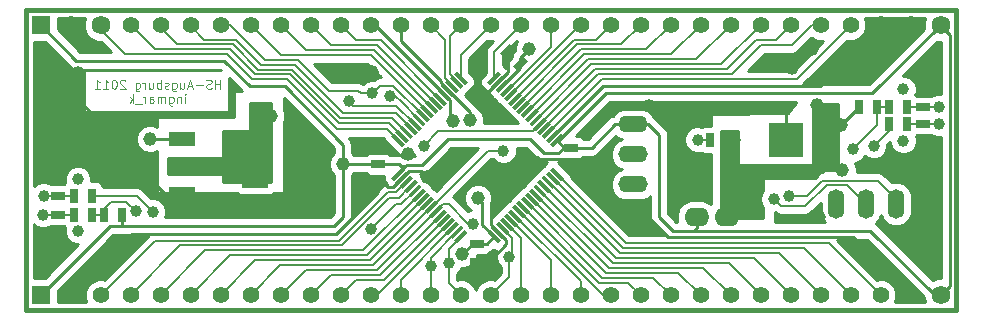
<source format=gbl>
G04 (created by PCBNEW-RS274X (2010-03-14)-final) date Tue 05 Apr 2011 06:41:08 PM CEST*
G01*
G70*
G90*
%MOIN*%
G04 Gerber Fmt 3.4, Leading zero omitted, Abs format*
%FSLAX34Y34*%
G04 APERTURE LIST*
%ADD10C,0.006000*%
%ADD11C,0.004900*%
%ADD12C,0.015000*%
%ADD13O,0.098400X0.056000*%
%ADD14O,0.056000X0.098400*%
%ADD15C,0.039400*%
%ADD16R,0.025000X0.045000*%
%ADD17R,0.045000X0.025000*%
%ADD18R,0.088000X0.048000*%
%ADD19R,0.086600X0.141700*%
%ADD20O,0.082700X0.063000*%
%ADD21C,0.062600*%
%ADD22C,0.055100*%
%ADD23R,0.063000X0.063000*%
%ADD24R,0.118100X0.118100*%
%ADD25C,0.043300*%
%ADD26C,0.045300*%
%ADD27C,0.006300*%
%ADD28C,0.010200*%
%ADD29C,0.010000*%
G04 APERTURE END LIST*
G54D10*
G54D11*
X42992Y-20614D02*
X42992Y-20319D01*
X42992Y-20459D02*
X42823Y-20459D01*
X42823Y-20614D02*
X42823Y-20319D01*
X42697Y-20600D02*
X42655Y-20614D01*
X42584Y-20614D01*
X42556Y-20600D01*
X42542Y-20586D01*
X42528Y-20558D01*
X42528Y-20530D01*
X42542Y-20502D01*
X42556Y-20487D01*
X42584Y-20473D01*
X42641Y-20459D01*
X42669Y-20445D01*
X42683Y-20431D01*
X42697Y-20403D01*
X42697Y-20375D01*
X42683Y-20347D01*
X42669Y-20333D01*
X42641Y-20319D01*
X42570Y-20319D01*
X42528Y-20333D01*
X42402Y-20502D02*
X42177Y-20502D01*
X42051Y-20530D02*
X41910Y-20530D01*
X42079Y-20614D02*
X41981Y-20319D01*
X41882Y-20614D01*
X41657Y-20417D02*
X41657Y-20614D01*
X41784Y-20417D02*
X41784Y-20572D01*
X41770Y-20600D01*
X41742Y-20614D01*
X41699Y-20614D01*
X41671Y-20600D01*
X41657Y-20586D01*
X41390Y-20417D02*
X41390Y-20656D01*
X41404Y-20684D01*
X41418Y-20698D01*
X41447Y-20712D01*
X41489Y-20712D01*
X41517Y-20698D01*
X41390Y-20600D02*
X41418Y-20614D01*
X41475Y-20614D01*
X41503Y-20600D01*
X41517Y-20586D01*
X41531Y-20558D01*
X41531Y-20473D01*
X41517Y-20445D01*
X41503Y-20431D01*
X41475Y-20417D01*
X41418Y-20417D01*
X41390Y-20431D01*
X41264Y-20600D02*
X41236Y-20614D01*
X41180Y-20614D01*
X41151Y-20600D01*
X41137Y-20572D01*
X41137Y-20558D01*
X41151Y-20530D01*
X41180Y-20516D01*
X41222Y-20516D01*
X41250Y-20502D01*
X41264Y-20473D01*
X41264Y-20459D01*
X41250Y-20431D01*
X41222Y-20417D01*
X41180Y-20417D01*
X41151Y-20431D01*
X41011Y-20614D02*
X41011Y-20319D01*
X41011Y-20431D02*
X40983Y-20417D01*
X40926Y-20417D01*
X40898Y-20431D01*
X40884Y-20445D01*
X40870Y-20473D01*
X40870Y-20558D01*
X40884Y-20586D01*
X40898Y-20600D01*
X40926Y-20614D01*
X40983Y-20614D01*
X41011Y-20600D01*
X40617Y-20417D02*
X40617Y-20614D01*
X40744Y-20417D02*
X40744Y-20572D01*
X40730Y-20600D01*
X40702Y-20614D01*
X40659Y-20614D01*
X40631Y-20600D01*
X40617Y-20586D01*
X40477Y-20614D02*
X40477Y-20417D01*
X40477Y-20473D02*
X40463Y-20445D01*
X40449Y-20431D01*
X40421Y-20417D01*
X40392Y-20417D01*
X40167Y-20417D02*
X40167Y-20656D01*
X40181Y-20684D01*
X40195Y-20698D01*
X40224Y-20712D01*
X40266Y-20712D01*
X40294Y-20698D01*
X40167Y-20600D02*
X40195Y-20614D01*
X40252Y-20614D01*
X40280Y-20600D01*
X40294Y-20586D01*
X40308Y-20558D01*
X40308Y-20473D01*
X40294Y-20445D01*
X40280Y-20431D01*
X40252Y-20417D01*
X40195Y-20417D01*
X40167Y-20431D01*
X39816Y-20347D02*
X39802Y-20333D01*
X39774Y-20319D01*
X39703Y-20319D01*
X39675Y-20333D01*
X39661Y-20347D01*
X39647Y-20375D01*
X39647Y-20403D01*
X39661Y-20445D01*
X39830Y-20614D01*
X39647Y-20614D01*
X39465Y-20319D02*
X39436Y-20319D01*
X39408Y-20333D01*
X39394Y-20347D01*
X39380Y-20375D01*
X39366Y-20431D01*
X39366Y-20502D01*
X39380Y-20558D01*
X39394Y-20586D01*
X39408Y-20600D01*
X39436Y-20614D01*
X39465Y-20614D01*
X39493Y-20600D01*
X39507Y-20586D01*
X39521Y-20558D01*
X39535Y-20502D01*
X39535Y-20431D01*
X39521Y-20375D01*
X39507Y-20347D01*
X39493Y-20333D01*
X39465Y-20319D01*
X39085Y-20614D02*
X39254Y-20614D01*
X39170Y-20614D02*
X39170Y-20319D01*
X39198Y-20361D01*
X39226Y-20389D01*
X39254Y-20403D01*
X38804Y-20614D02*
X38973Y-20614D01*
X38889Y-20614D02*
X38889Y-20319D01*
X38917Y-20361D01*
X38945Y-20389D01*
X38973Y-20403D01*
X41825Y-21086D02*
X41825Y-20889D01*
X41825Y-20791D02*
X41839Y-20805D01*
X41825Y-20819D01*
X41811Y-20805D01*
X41825Y-20791D01*
X41825Y-20819D01*
X41685Y-20889D02*
X41685Y-21086D01*
X41685Y-20917D02*
X41671Y-20903D01*
X41643Y-20889D01*
X41600Y-20889D01*
X41572Y-20903D01*
X41558Y-20931D01*
X41558Y-21086D01*
X41291Y-20889D02*
X41291Y-21128D01*
X41305Y-21156D01*
X41319Y-21170D01*
X41348Y-21184D01*
X41390Y-21184D01*
X41418Y-21170D01*
X41291Y-21072D02*
X41319Y-21086D01*
X41376Y-21086D01*
X41404Y-21072D01*
X41418Y-21058D01*
X41432Y-21030D01*
X41432Y-20945D01*
X41418Y-20917D01*
X41404Y-20903D01*
X41376Y-20889D01*
X41319Y-20889D01*
X41291Y-20903D01*
X41151Y-21086D02*
X41151Y-20889D01*
X41151Y-20917D02*
X41137Y-20903D01*
X41109Y-20889D01*
X41066Y-20889D01*
X41038Y-20903D01*
X41024Y-20931D01*
X41024Y-21086D01*
X41024Y-20931D02*
X41010Y-20903D01*
X40982Y-20889D01*
X40940Y-20889D01*
X40912Y-20903D01*
X40898Y-20931D01*
X40898Y-21086D01*
X40631Y-21086D02*
X40631Y-20931D01*
X40645Y-20903D01*
X40673Y-20889D01*
X40730Y-20889D01*
X40758Y-20903D01*
X40631Y-21072D02*
X40659Y-21086D01*
X40730Y-21086D01*
X40758Y-21072D01*
X40772Y-21044D01*
X40772Y-21016D01*
X40758Y-20988D01*
X40730Y-20974D01*
X40659Y-20974D01*
X40631Y-20959D01*
X40491Y-21086D02*
X40491Y-20889D01*
X40491Y-20945D02*
X40477Y-20917D01*
X40463Y-20903D01*
X40435Y-20889D01*
X40406Y-20889D01*
X40378Y-21114D02*
X40153Y-21114D01*
X40083Y-21086D02*
X40083Y-20791D01*
X40055Y-20974D02*
X39970Y-21086D01*
X39970Y-20889D02*
X40083Y-21002D01*
G54D12*
X36500Y-28000D02*
X36500Y-18000D01*
X67500Y-28000D02*
X36500Y-28000D01*
X67500Y-18000D02*
X67500Y-28000D01*
X36500Y-18000D02*
X67500Y-18000D01*
G54D13*
X56745Y-21810D03*
X56745Y-22810D03*
X56745Y-23810D03*
X56745Y-24810D03*
G54D14*
X63520Y-24460D03*
X64520Y-24460D03*
X65520Y-24460D03*
X66520Y-24460D03*
G54D10*
G36*
X49465Y-22156D02*
X49103Y-21794D01*
X49201Y-21696D01*
X49563Y-22058D01*
X49465Y-22156D01*
X49465Y-22156D01*
G37*
G36*
X49604Y-22016D02*
X49242Y-21654D01*
X49340Y-21556D01*
X49702Y-21918D01*
X49604Y-22016D01*
X49604Y-22016D01*
G37*
G36*
X49743Y-21877D02*
X49381Y-21515D01*
X49479Y-21417D01*
X49841Y-21779D01*
X49743Y-21877D01*
X49743Y-21877D01*
G37*
G36*
X49883Y-21738D02*
X49521Y-21376D01*
X49619Y-21278D01*
X49981Y-21640D01*
X49883Y-21738D01*
X49883Y-21738D01*
G37*
G36*
X50022Y-21598D02*
X49660Y-21236D01*
X49758Y-21138D01*
X50120Y-21500D01*
X50022Y-21598D01*
X50022Y-21598D01*
G37*
G36*
X49047Y-22573D02*
X48685Y-22211D01*
X48783Y-22113D01*
X49145Y-22475D01*
X49047Y-22573D01*
X49047Y-22573D01*
G37*
G36*
X49186Y-22434D02*
X48824Y-22072D01*
X48922Y-21974D01*
X49284Y-22336D01*
X49186Y-22434D01*
X49186Y-22434D01*
G37*
G36*
X49325Y-22295D02*
X48963Y-21933D01*
X49061Y-21835D01*
X49423Y-22197D01*
X49325Y-22295D01*
X49325Y-22295D01*
G37*
G36*
X51985Y-20485D02*
X51887Y-20387D01*
X52249Y-20025D01*
X52347Y-20123D01*
X51985Y-20485D01*
X51985Y-20485D01*
G37*
G36*
X52124Y-20624D02*
X52026Y-20526D01*
X52388Y-20164D01*
X52486Y-20262D01*
X52124Y-20624D01*
X52124Y-20624D01*
G37*
G36*
X52263Y-20763D02*
X52165Y-20665D01*
X52527Y-20303D01*
X52625Y-20401D01*
X52263Y-20763D01*
X52263Y-20763D01*
G37*
G36*
X52402Y-20903D02*
X52304Y-20805D01*
X52666Y-20443D01*
X52764Y-20541D01*
X52402Y-20903D01*
X52402Y-20903D01*
G37*
G36*
X52542Y-21042D02*
X52444Y-20944D01*
X52806Y-20582D01*
X52904Y-20680D01*
X52542Y-21042D01*
X52542Y-21042D01*
G37*
G36*
X52681Y-21181D02*
X52583Y-21083D01*
X52945Y-20721D01*
X53043Y-20819D01*
X52681Y-21181D01*
X52681Y-21181D01*
G37*
G36*
X52820Y-21321D02*
X52722Y-21223D01*
X53084Y-20861D01*
X53182Y-20959D01*
X52820Y-21321D01*
X52820Y-21321D01*
G37*
G36*
X52960Y-21460D02*
X52862Y-21362D01*
X53224Y-21000D01*
X53322Y-21098D01*
X52960Y-21460D01*
X52960Y-21460D01*
G37*
G36*
X54337Y-23687D02*
X53975Y-23325D01*
X54073Y-23227D01*
X54435Y-23589D01*
X54337Y-23687D01*
X54337Y-23687D01*
G37*
G36*
X54198Y-23826D02*
X53836Y-23464D01*
X53934Y-23366D01*
X54296Y-23728D01*
X54198Y-23826D01*
X54198Y-23826D01*
G37*
G36*
X54059Y-23965D02*
X53697Y-23603D01*
X53795Y-23505D01*
X54157Y-23867D01*
X54059Y-23965D01*
X54059Y-23965D01*
G37*
G36*
X53919Y-24104D02*
X53557Y-23742D01*
X53655Y-23644D01*
X54017Y-24006D01*
X53919Y-24104D01*
X53919Y-24104D01*
G37*
G36*
X53780Y-24244D02*
X53418Y-23882D01*
X53516Y-23784D01*
X53878Y-24146D01*
X53780Y-24244D01*
X53780Y-24244D01*
G37*
G36*
X53641Y-24383D02*
X53279Y-24021D01*
X53377Y-23923D01*
X53739Y-24285D01*
X53641Y-24383D01*
X53641Y-24383D01*
G37*
G36*
X53501Y-24522D02*
X53139Y-24160D01*
X53237Y-24062D01*
X53599Y-24424D01*
X53501Y-24522D01*
X53501Y-24522D01*
G37*
G36*
X53362Y-24662D02*
X53000Y-24300D01*
X53098Y-24202D01*
X53460Y-24564D01*
X53362Y-24662D01*
X53362Y-24662D01*
G37*
G36*
X50871Y-25775D02*
X50773Y-25677D01*
X51135Y-25315D01*
X51233Y-25413D01*
X50871Y-25775D01*
X50871Y-25775D01*
G37*
G36*
X50732Y-25636D02*
X50634Y-25538D01*
X50996Y-25176D01*
X51094Y-25274D01*
X50732Y-25636D01*
X50732Y-25636D01*
G37*
G36*
X50593Y-25497D02*
X50495Y-25399D01*
X50857Y-25037D01*
X50955Y-25135D01*
X50593Y-25497D01*
X50593Y-25497D01*
G37*
G36*
X50454Y-25357D02*
X50356Y-25259D01*
X50718Y-24897D01*
X50816Y-24995D01*
X50454Y-25357D01*
X50454Y-25357D01*
G37*
G36*
X50314Y-25218D02*
X50216Y-25120D01*
X50578Y-24758D01*
X50676Y-24856D01*
X50314Y-25218D01*
X50314Y-25218D01*
G37*
G36*
X50175Y-25079D02*
X50077Y-24981D01*
X50439Y-24619D01*
X50537Y-24717D01*
X50175Y-25079D01*
X50175Y-25079D01*
G37*
G36*
X50036Y-24939D02*
X49938Y-24841D01*
X50300Y-24479D01*
X50398Y-24577D01*
X50036Y-24939D01*
X50036Y-24939D01*
G37*
G36*
X49896Y-24800D02*
X49798Y-24702D01*
X50160Y-24340D01*
X50258Y-24438D01*
X49896Y-24800D01*
X49896Y-24800D01*
G37*
G36*
X50160Y-21460D02*
X49798Y-21098D01*
X49896Y-21000D01*
X50258Y-21362D01*
X50160Y-21460D01*
X50160Y-21460D01*
G37*
G36*
X50300Y-21321D02*
X49938Y-20959D01*
X50036Y-20861D01*
X50398Y-21223D01*
X50300Y-21321D01*
X50300Y-21321D01*
G37*
G36*
X50439Y-21181D02*
X50077Y-20819D01*
X50175Y-20721D01*
X50537Y-21083D01*
X50439Y-21181D01*
X50439Y-21181D01*
G37*
G36*
X53098Y-21598D02*
X53000Y-21500D01*
X53362Y-21138D01*
X53460Y-21236D01*
X53098Y-21598D01*
X53098Y-21598D01*
G37*
G36*
X53237Y-21738D02*
X53139Y-21640D01*
X53501Y-21278D01*
X53599Y-21376D01*
X53237Y-21738D01*
X53237Y-21738D01*
G37*
G36*
X53377Y-21877D02*
X53279Y-21779D01*
X53641Y-21417D01*
X53739Y-21515D01*
X53377Y-21877D01*
X53377Y-21877D01*
G37*
G36*
X53224Y-24800D02*
X52862Y-24438D01*
X52960Y-24340D01*
X53322Y-24702D01*
X53224Y-24800D01*
X53224Y-24800D01*
G37*
G36*
X53084Y-24939D02*
X52722Y-24577D01*
X52820Y-24479D01*
X53182Y-24841D01*
X53084Y-24939D01*
X53084Y-24939D01*
G37*
G36*
X52945Y-25079D02*
X52583Y-24717D01*
X52681Y-24619D01*
X53043Y-24981D01*
X52945Y-25079D01*
X52945Y-25079D01*
G37*
G36*
X49758Y-24662D02*
X49660Y-24564D01*
X50022Y-24202D01*
X50120Y-24300D01*
X49758Y-24662D01*
X49758Y-24662D01*
G37*
G36*
X49619Y-24522D02*
X49521Y-24424D01*
X49883Y-24062D01*
X49981Y-24160D01*
X49619Y-24522D01*
X49619Y-24522D01*
G37*
G36*
X49479Y-24383D02*
X49381Y-24285D01*
X49743Y-23923D01*
X49841Y-24021D01*
X49479Y-24383D01*
X49479Y-24383D01*
G37*
G36*
X50578Y-21042D02*
X50216Y-20680D01*
X50314Y-20582D01*
X50676Y-20944D01*
X50578Y-21042D01*
X50578Y-21042D01*
G37*
G36*
X50718Y-20903D02*
X50356Y-20541D01*
X50454Y-20443D01*
X50816Y-20805D01*
X50718Y-20903D01*
X50718Y-20903D01*
G37*
G36*
X50857Y-20763D02*
X50495Y-20401D01*
X50593Y-20303D01*
X50955Y-20665D01*
X50857Y-20763D01*
X50857Y-20763D01*
G37*
G36*
X50996Y-20624D02*
X50634Y-20262D01*
X50732Y-20164D01*
X51094Y-20526D01*
X50996Y-20624D01*
X50996Y-20624D01*
G37*
G36*
X51135Y-20485D02*
X50773Y-20123D01*
X50871Y-20025D01*
X51233Y-20387D01*
X51135Y-20485D01*
X51135Y-20485D01*
G37*
G36*
X53516Y-22016D02*
X53418Y-21918D01*
X53780Y-21556D01*
X53878Y-21654D01*
X53516Y-22016D01*
X53516Y-22016D01*
G37*
G36*
X53655Y-22156D02*
X53557Y-22058D01*
X53919Y-21696D01*
X54017Y-21794D01*
X53655Y-22156D01*
X53655Y-22156D01*
G37*
G36*
X53795Y-22295D02*
X53697Y-22197D01*
X54059Y-21835D01*
X54157Y-21933D01*
X53795Y-22295D01*
X53795Y-22295D01*
G37*
G36*
X53934Y-22434D02*
X53836Y-22336D01*
X54198Y-21974D01*
X54296Y-22072D01*
X53934Y-22434D01*
X53934Y-22434D01*
G37*
G36*
X54073Y-22573D02*
X53975Y-22475D01*
X54337Y-22113D01*
X54435Y-22211D01*
X54073Y-22573D01*
X54073Y-22573D01*
G37*
G36*
X52806Y-25218D02*
X52444Y-24856D01*
X52542Y-24758D01*
X52904Y-25120D01*
X52806Y-25218D01*
X52806Y-25218D01*
G37*
G36*
X52666Y-25357D02*
X52304Y-24995D01*
X52402Y-24897D01*
X52764Y-25259D01*
X52666Y-25357D01*
X52666Y-25357D01*
G37*
G36*
X52527Y-25497D02*
X52165Y-25135D01*
X52263Y-25037D01*
X52625Y-25399D01*
X52527Y-25497D01*
X52527Y-25497D01*
G37*
G36*
X52388Y-25636D02*
X52026Y-25274D01*
X52124Y-25176D01*
X52486Y-25538D01*
X52388Y-25636D01*
X52388Y-25636D01*
G37*
G36*
X52249Y-25775D02*
X51887Y-25413D01*
X51985Y-25315D01*
X52347Y-25677D01*
X52249Y-25775D01*
X52249Y-25775D01*
G37*
G36*
X49340Y-24244D02*
X49242Y-24146D01*
X49604Y-23784D01*
X49702Y-23882D01*
X49340Y-24244D01*
X49340Y-24244D01*
G37*
G36*
X49201Y-24104D02*
X49103Y-24006D01*
X49465Y-23644D01*
X49563Y-23742D01*
X49201Y-24104D01*
X49201Y-24104D01*
G37*
G36*
X49061Y-23965D02*
X48963Y-23867D01*
X49325Y-23505D01*
X49423Y-23603D01*
X49061Y-23965D01*
X49061Y-23965D01*
G37*
G36*
X48922Y-23826D02*
X48824Y-23728D01*
X49186Y-23366D01*
X49284Y-23464D01*
X48922Y-23826D01*
X48922Y-23826D01*
G37*
G36*
X48783Y-23687D02*
X48685Y-23589D01*
X49047Y-23227D01*
X49145Y-23325D01*
X48783Y-23687D01*
X48783Y-23687D01*
G37*
G54D15*
X65756Y-20634D03*
X65756Y-22366D03*
X38244Y-25366D03*
X38244Y-23634D03*
G54D16*
X64280Y-21240D03*
X64880Y-21240D03*
X65280Y-21240D03*
X65880Y-21240D03*
X65280Y-21780D03*
X65880Y-21780D03*
X39720Y-24820D03*
X39120Y-24820D03*
X38700Y-24820D03*
X38100Y-24820D03*
X38700Y-24180D03*
X38100Y-24180D03*
X59900Y-22320D03*
X59300Y-22320D03*
G54D17*
X66420Y-21240D03*
X66420Y-20640D03*
X66420Y-21780D03*
X66420Y-22380D03*
X37580Y-24820D03*
X37580Y-25420D03*
X37580Y-24180D03*
X37580Y-23580D03*
G54D10*
G36*
X53239Y-19721D02*
X52921Y-20039D01*
X52745Y-19863D01*
X53063Y-19545D01*
X53239Y-19721D01*
X53239Y-19721D01*
G37*
G36*
X52815Y-19297D02*
X52497Y-19615D01*
X52321Y-19439D01*
X52639Y-19121D01*
X52815Y-19297D01*
X52815Y-19297D01*
G37*
G54D17*
X48240Y-23140D03*
X48240Y-23740D03*
X54690Y-22580D03*
X54690Y-23180D03*
X51560Y-25780D03*
X51560Y-26380D03*
G54D18*
X41720Y-24130D03*
X41720Y-23220D03*
X41720Y-22310D03*
G54D19*
X44160Y-23220D03*
G54D20*
X58870Y-24890D03*
X59870Y-24890D03*
G54D21*
X67000Y-27500D03*
G54D22*
X58000Y-27500D03*
X63000Y-27500D03*
X59000Y-27500D03*
X60000Y-27500D03*
X61000Y-27500D03*
X62000Y-27500D03*
X64000Y-27500D03*
X65000Y-27500D03*
G54D21*
X66000Y-27500D03*
G54D22*
X51000Y-27500D03*
X50000Y-27500D03*
X49000Y-27500D03*
X48000Y-27500D03*
X52000Y-27500D03*
X57000Y-27500D03*
X53000Y-27500D03*
X54000Y-27500D03*
X55000Y-27500D03*
X56000Y-27500D03*
X46000Y-27500D03*
X45000Y-27500D03*
X44000Y-27500D03*
X43000Y-27500D03*
X47000Y-27500D03*
G54D23*
X37000Y-27500D03*
G54D22*
X42000Y-27500D03*
G54D21*
X38000Y-27500D03*
G54D22*
X39000Y-27500D03*
X40000Y-27500D03*
X41000Y-27500D03*
G54D21*
X67000Y-18500D03*
G54D22*
X58000Y-18500D03*
X63000Y-18500D03*
X59000Y-18500D03*
X60000Y-18500D03*
X61000Y-18500D03*
X62000Y-18500D03*
X64000Y-18500D03*
G54D21*
X65000Y-18500D03*
X66000Y-18500D03*
G54D22*
X51000Y-18500D03*
X50000Y-18500D03*
X49000Y-18500D03*
X48000Y-18500D03*
X52000Y-18500D03*
X57000Y-18500D03*
X53000Y-18500D03*
X54000Y-18500D03*
X55000Y-18500D03*
X56000Y-18500D03*
X46000Y-18500D03*
X45000Y-18500D03*
X44000Y-18500D03*
X43000Y-18500D03*
X47000Y-18500D03*
G54D23*
X37000Y-18500D03*
G54D22*
X42000Y-18500D03*
G54D21*
X38000Y-18500D03*
X39000Y-18500D03*
G54D22*
X40000Y-18500D03*
X41000Y-18500D03*
G54D24*
X61860Y-22320D03*
G54D25*
X61560Y-21972D03*
X61860Y-22320D03*
X62160Y-22677D03*
X62160Y-21972D03*
X61560Y-22677D03*
G54D15*
X48020Y-25300D03*
G54D26*
X62950Y-24910D03*
X53470Y-23075D03*
X55240Y-23200D03*
X52540Y-24220D03*
X57275Y-21205D03*
X48050Y-20050D03*
X49255Y-22805D03*
X51610Y-21040D03*
X40540Y-22940D03*
X62030Y-19945D03*
X39135Y-21860D03*
X38260Y-20100D03*
X49875Y-23555D03*
X62700Y-19280D03*
X66440Y-20220D03*
X66420Y-22780D03*
X37580Y-25815D03*
X37585Y-23200D03*
X44080Y-24380D03*
G54D15*
X48060Y-20768D03*
X47265Y-21035D03*
X48642Y-20862D03*
X52620Y-26220D03*
X50600Y-26440D03*
X50000Y-26540D03*
X49770Y-22520D03*
X51400Y-25120D03*
X52420Y-22690D03*
X61440Y-24290D03*
X64080Y-22640D03*
X64780Y-22520D03*
X40180Y-24700D03*
X40740Y-24720D03*
X61950Y-24200D03*
G54D26*
X40640Y-22300D03*
X51060Y-26120D03*
X51580Y-24260D03*
X47075Y-23130D03*
X53280Y-19300D03*
X51315Y-21675D03*
X44680Y-21520D03*
X63720Y-23340D03*
X63690Y-21830D03*
X60120Y-22322D03*
X62875Y-21150D03*
X50740Y-21685D03*
G54D15*
X58900Y-22320D03*
X37080Y-24820D03*
X37100Y-24180D03*
X66940Y-21240D03*
X66940Y-21780D03*
G54D27*
X48020Y-25300D02*
X48860Y-24460D01*
X48860Y-24460D02*
X49026Y-24460D01*
X49026Y-24460D02*
X49472Y-24014D01*
G54D28*
X48240Y-23740D02*
X48420Y-23740D01*
X48810Y-23840D02*
X49054Y-23596D01*
X48750Y-23900D02*
X48810Y-23840D01*
X48580Y-23900D02*
X48750Y-23900D01*
X48420Y-23740D02*
X48580Y-23900D01*
X54690Y-23180D02*
X54660Y-23180D01*
X53470Y-23075D02*
X53645Y-22975D01*
X53645Y-22975D02*
X54455Y-22975D01*
X54660Y-23180D02*
X54455Y-22975D01*
X54690Y-23180D02*
X55220Y-23180D01*
X55220Y-23180D02*
X55240Y-23200D01*
X54680Y-23465D02*
X54680Y-23190D01*
X54680Y-23465D02*
X56025Y-24810D01*
X56745Y-24810D02*
X56025Y-24810D01*
X54680Y-23190D02*
X54690Y-23180D01*
X51880Y-26380D02*
X51940Y-26380D01*
X51560Y-26380D02*
X51880Y-26380D01*
X52510Y-25660D02*
X52256Y-25406D01*
X52510Y-25810D02*
X52510Y-25660D01*
X51940Y-26380D02*
X52510Y-25810D01*
X52020Y-24740D02*
X52020Y-25170D01*
X52020Y-24740D02*
X52540Y-24220D01*
X52020Y-25170D02*
X52256Y-25406D01*
X61860Y-22320D02*
X61860Y-21288D01*
X61860Y-21288D02*
X61777Y-21205D01*
X52256Y-20394D02*
X51610Y-21040D01*
X41720Y-24130D02*
X41145Y-24130D01*
X40540Y-23525D02*
X40540Y-22940D01*
X41145Y-24130D02*
X40540Y-23525D01*
X62695Y-19280D02*
X62700Y-19280D01*
X62030Y-19945D02*
X62695Y-19280D01*
X54066Y-22204D02*
X54071Y-22204D01*
X62970Y-20530D02*
X65000Y-18500D01*
X55745Y-20530D02*
X62970Y-20530D01*
X54071Y-22204D02*
X55745Y-20530D01*
X48240Y-23740D02*
X48240Y-24070D01*
X40050Y-25450D02*
X38000Y-27500D01*
X46860Y-25450D02*
X40050Y-25450D01*
X48240Y-24070D02*
X46860Y-25450D01*
X56745Y-24810D02*
X57150Y-24810D01*
X57150Y-24810D02*
X57910Y-25570D01*
X57910Y-25570D02*
X64070Y-25570D01*
X64070Y-25570D02*
X66000Y-27500D01*
X38260Y-20960D02*
X38260Y-20985D01*
X38260Y-20985D02*
X39135Y-21860D01*
X38260Y-20960D02*
X38260Y-20100D01*
X49054Y-23596D02*
X49290Y-23360D01*
X49684Y-23360D02*
X49875Y-23555D01*
X49290Y-23360D02*
X49684Y-23360D01*
X62700Y-19280D02*
X62700Y-19280D01*
X49054Y-23596D02*
X49044Y-23596D01*
X66420Y-20640D02*
X66420Y-20240D01*
X66420Y-20240D02*
X66440Y-20220D01*
X66420Y-22380D02*
X66420Y-22780D01*
X37580Y-25420D02*
X37580Y-25815D01*
X37580Y-23580D02*
X37585Y-23200D01*
X41720Y-24130D02*
X42870Y-24130D01*
X43120Y-24380D02*
X44080Y-24380D01*
X42870Y-24130D02*
X43120Y-24380D01*
X54066Y-22204D02*
X54066Y-22214D01*
X41720Y-24120D02*
X41720Y-24130D01*
X65000Y-18500D02*
X66000Y-18500D01*
X52256Y-20394D02*
X52256Y-20384D01*
X52568Y-20072D02*
X52568Y-19368D01*
X52256Y-20384D02*
X52568Y-20072D01*
G54D27*
X44930Y-19660D02*
X45580Y-19660D01*
X47668Y-20768D02*
X48060Y-20768D01*
X47580Y-20680D02*
X47668Y-20768D01*
X46600Y-20680D02*
X47580Y-20680D01*
X45580Y-19660D02*
X46600Y-20680D01*
X44940Y-19660D02*
X44930Y-19660D01*
X44930Y-19660D02*
X44470Y-19660D01*
X43310Y-18500D02*
X43000Y-18500D01*
X44470Y-19660D02*
X43310Y-18500D01*
X48760Y-20520D02*
X48308Y-20520D01*
X48308Y-20520D02*
X48060Y-20768D01*
X49748Y-21508D02*
X48760Y-20520D01*
X49751Y-21508D02*
X49748Y-21508D01*
X49466Y-21786D02*
X48860Y-21180D01*
X49472Y-21786D02*
X49466Y-21786D01*
X47410Y-21180D02*
X47265Y-21035D01*
X48860Y-21180D02*
X47410Y-21180D01*
X49009Y-21045D02*
X48852Y-20888D01*
X49611Y-21646D02*
X49611Y-21647D01*
X49611Y-21646D02*
X49010Y-21045D01*
X49010Y-21045D02*
X49009Y-21045D01*
X48668Y-20888D02*
X48642Y-20862D01*
X48852Y-20888D02*
X48668Y-20888D01*
X49607Y-21647D02*
X49611Y-21647D01*
X50725Y-20533D02*
X50725Y-20490D01*
X50490Y-18990D02*
X50000Y-18500D01*
X50490Y-20255D02*
X50490Y-18990D01*
X50725Y-20490D02*
X50490Y-20255D01*
X50864Y-20394D02*
X50864Y-20359D01*
X50650Y-18850D02*
X51000Y-18500D01*
X50650Y-20145D02*
X50650Y-18850D01*
X50864Y-20359D02*
X50650Y-20145D01*
X52813Y-24849D02*
X52813Y-24853D01*
X55000Y-27040D02*
X55000Y-27500D01*
X52813Y-24853D02*
X55000Y-27040D01*
X52620Y-26220D02*
X52620Y-26880D01*
X52620Y-26880D02*
X52000Y-27500D01*
X52395Y-25267D02*
X52397Y-25267D01*
X52710Y-26130D02*
X52620Y-26220D01*
X52710Y-25580D02*
X52710Y-26130D01*
X52397Y-25267D02*
X52710Y-25580D01*
X50600Y-26160D02*
X50600Y-26440D01*
X50600Y-26440D02*
X50600Y-27100D01*
X50600Y-27100D02*
X51000Y-27500D01*
X51003Y-25545D02*
X51003Y-25557D01*
X50600Y-25960D02*
X50600Y-26160D01*
X51003Y-25557D02*
X50600Y-25960D01*
X50000Y-26580D02*
X50000Y-26540D01*
X50864Y-25406D02*
X50854Y-25406D01*
X50000Y-26260D02*
X50000Y-26580D01*
X50000Y-26580D02*
X50000Y-27500D01*
X50854Y-25406D02*
X50000Y-26260D01*
X51003Y-20255D02*
X51003Y-19497D01*
X51003Y-19497D02*
X52000Y-18500D01*
X52117Y-20255D02*
X52117Y-19383D01*
X52117Y-19383D02*
X53000Y-18500D01*
X52534Y-20673D02*
X52534Y-20681D01*
X54000Y-19215D02*
X54000Y-18500D01*
X52534Y-20681D02*
X54000Y-19215D01*
X52674Y-20812D02*
X52674Y-20806D01*
X54980Y-18500D02*
X55000Y-18500D01*
X52674Y-20806D02*
X54980Y-18500D01*
X52813Y-20951D02*
X52813Y-20947D01*
X55520Y-18980D02*
X56000Y-18500D01*
X54780Y-18980D02*
X55520Y-18980D01*
X52813Y-20947D02*
X54780Y-18980D01*
X52952Y-21091D02*
X52952Y-21088D01*
X56355Y-19145D02*
X57000Y-18500D01*
X54895Y-19145D02*
X56355Y-19145D01*
X52952Y-21088D02*
X54895Y-19145D01*
X53092Y-24570D02*
X53092Y-24572D01*
X56580Y-27080D02*
X57000Y-27500D01*
X55600Y-27080D02*
X56580Y-27080D01*
X53092Y-24572D02*
X55600Y-27080D01*
X52952Y-24709D02*
X52952Y-24712D01*
X55740Y-27500D02*
X56000Y-27500D01*
X52952Y-24712D02*
X55740Y-27500D01*
X53369Y-21508D02*
X53372Y-21508D01*
X58860Y-19640D02*
X60000Y-18500D01*
X55240Y-19640D02*
X58860Y-19640D01*
X53372Y-21508D02*
X55240Y-19640D01*
X53509Y-21647D02*
X53513Y-21647D01*
X59695Y-19805D02*
X61000Y-18500D01*
X55355Y-19805D02*
X59695Y-19805D01*
X53513Y-21647D02*
X55355Y-19805D01*
X55585Y-20135D02*
X60053Y-20135D01*
X53794Y-21926D02*
X55585Y-20135D01*
X53787Y-21926D02*
X53794Y-21926D01*
X62710Y-18500D02*
X63000Y-18500D01*
X62045Y-19165D02*
X62710Y-18500D01*
X61023Y-19165D02*
X62045Y-19165D01*
X60053Y-20135D02*
X61023Y-19165D01*
X53927Y-22065D02*
X53935Y-22065D01*
X62200Y-20300D02*
X64000Y-18500D01*
X55700Y-20300D02*
X62200Y-20300D01*
X53935Y-22065D02*
X55700Y-20300D01*
X54205Y-23457D02*
X54205Y-23465D01*
X63270Y-25770D02*
X65000Y-27500D01*
X56510Y-25770D02*
X63270Y-25770D01*
X54205Y-23465D02*
X56510Y-25770D01*
X54066Y-23596D02*
X54076Y-23596D01*
X62435Y-25935D02*
X64000Y-27500D01*
X56415Y-25935D02*
X62435Y-25935D01*
X54076Y-23596D02*
X56415Y-25935D01*
X53927Y-23735D02*
X53935Y-23735D01*
X61600Y-26100D02*
X63000Y-27500D01*
X56300Y-26100D02*
X61600Y-26100D01*
X53935Y-23735D02*
X56300Y-26100D01*
X53787Y-23874D02*
X53794Y-23874D01*
X60765Y-26265D02*
X62000Y-27500D01*
X56185Y-26265D02*
X60765Y-26265D01*
X53794Y-23874D02*
X56185Y-26265D01*
X53648Y-21786D02*
X53644Y-21786D01*
X50260Y-22030D02*
X49770Y-22520D01*
X53400Y-22030D02*
X50260Y-22030D01*
X53644Y-21786D02*
X53400Y-22030D01*
X53648Y-21786D02*
X53654Y-21786D01*
X61500Y-19000D02*
X62000Y-18500D01*
X60860Y-19000D02*
X61500Y-19000D01*
X59890Y-19970D02*
X60860Y-19000D01*
X55470Y-19970D02*
X59890Y-19970D01*
X53654Y-21786D02*
X55470Y-19970D01*
X53648Y-21786D02*
X53648Y-21792D01*
X51250Y-25120D02*
X50600Y-24470D01*
X50600Y-24470D02*
X50410Y-24470D01*
X50171Y-24709D02*
X50168Y-24709D01*
X50171Y-24709D02*
X50410Y-24470D01*
X51400Y-25120D02*
X51250Y-25120D01*
X50168Y-24709D02*
X50168Y-24712D01*
X45830Y-26670D02*
X45000Y-27500D01*
X48210Y-26670D02*
X45830Y-26670D01*
X50168Y-24712D02*
X48210Y-26670D01*
X50028Y-24570D02*
X50030Y-24570D01*
X51910Y-22690D02*
X52420Y-22690D01*
X50030Y-24570D02*
X51910Y-22690D01*
X44000Y-27500D02*
X44995Y-26505D01*
X50028Y-24572D02*
X48095Y-26505D01*
X48095Y-26505D02*
X44995Y-26505D01*
X50028Y-24572D02*
X50028Y-24570D01*
X49890Y-24432D02*
X49888Y-24432D01*
X44160Y-26340D02*
X43000Y-27500D01*
X47980Y-26340D02*
X44160Y-26340D01*
X49888Y-24432D02*
X47980Y-26340D01*
X49751Y-24292D02*
X49748Y-24292D01*
X43325Y-26175D02*
X42000Y-27500D01*
X47865Y-26175D02*
X43325Y-26175D01*
X49748Y-24292D02*
X47865Y-26175D01*
X49611Y-24153D02*
X49607Y-24153D01*
X42490Y-26010D02*
X41000Y-27500D01*
X47750Y-26010D02*
X42490Y-26010D01*
X49607Y-24153D02*
X47750Y-26010D01*
X49333Y-23874D02*
X49326Y-23874D01*
X49326Y-23874D02*
X48940Y-24260D01*
X41655Y-25845D02*
X40000Y-27500D01*
X47035Y-25845D02*
X41655Y-25845D01*
X48620Y-24260D02*
X47035Y-25845D01*
X48940Y-24260D02*
X48620Y-24260D01*
X49193Y-23735D02*
X49185Y-23735D01*
X49185Y-23735D02*
X48860Y-24060D01*
X48860Y-24060D02*
X48580Y-24060D01*
X48580Y-24060D02*
X47620Y-25020D01*
X40820Y-25680D02*
X39000Y-27500D01*
X46960Y-25680D02*
X40820Y-25680D01*
X47620Y-25020D02*
X46960Y-25680D01*
X49193Y-23735D02*
X49185Y-23735D01*
X49890Y-21368D02*
X49873Y-21368D01*
X45000Y-19500D02*
X44000Y-18500D01*
X48005Y-19500D02*
X45000Y-19500D01*
X49873Y-21368D02*
X48005Y-19500D01*
X50028Y-21230D02*
X50028Y-21243D01*
X45830Y-19330D02*
X45000Y-18500D01*
X48115Y-19330D02*
X45830Y-19330D01*
X50028Y-21243D02*
X48115Y-19330D01*
X50725Y-25267D02*
X50725Y-25275D01*
X49000Y-27000D02*
X49000Y-27500D01*
X50725Y-25275D02*
X49000Y-27000D01*
X50586Y-25127D02*
X50586Y-25134D01*
X48220Y-27500D02*
X48000Y-27500D01*
X50586Y-25134D02*
X48220Y-27500D01*
X50446Y-24988D02*
X50446Y-24994D01*
X47500Y-27000D02*
X47000Y-27500D01*
X48440Y-27000D02*
X47500Y-27000D01*
X50446Y-24994D02*
X48440Y-27000D01*
X40000Y-18500D02*
X40810Y-19310D01*
X48610Y-21760D02*
X49054Y-22204D01*
X46930Y-21760D02*
X48610Y-21760D01*
X45310Y-20140D02*
X46930Y-21760D01*
X44140Y-20140D02*
X45310Y-20140D01*
X43310Y-19310D02*
X44140Y-20140D01*
X40810Y-19310D02*
X43310Y-19310D01*
X41000Y-18500D02*
X41000Y-18600D01*
X48718Y-21590D02*
X49193Y-22065D01*
X46990Y-21590D02*
X48718Y-21590D01*
X45380Y-19980D02*
X46990Y-21590D01*
X44250Y-19980D02*
X45380Y-19980D01*
X43410Y-19140D02*
X44250Y-19980D01*
X41540Y-19140D02*
X43410Y-19140D01*
X41000Y-18600D02*
X41540Y-19140D01*
X45480Y-19830D02*
X44360Y-19830D01*
X42000Y-18527D02*
X42453Y-18980D01*
X42453Y-18980D02*
X43510Y-18980D01*
X43510Y-18980D02*
X44360Y-19830D01*
X42000Y-18500D02*
X42000Y-18527D01*
X49333Y-21923D02*
X48830Y-21420D01*
X48830Y-21420D02*
X47070Y-21420D01*
X47070Y-21420D02*
X45480Y-19830D01*
X49333Y-21923D02*
X49333Y-21926D01*
X50168Y-21091D02*
X50168Y-21118D01*
X46665Y-19165D02*
X46000Y-18500D01*
X48215Y-19165D02*
X46665Y-19165D01*
X50168Y-21118D02*
X48215Y-19165D01*
X50307Y-20951D02*
X50281Y-20951D01*
X48295Y-19000D02*
X47500Y-19000D01*
X47500Y-19000D02*
X47000Y-18500D01*
X48330Y-19000D02*
X48295Y-19000D01*
X50281Y-20951D02*
X48330Y-19000D01*
X53092Y-21230D02*
X53092Y-21228D01*
X57190Y-19310D02*
X58000Y-18500D01*
X55010Y-19310D02*
X57190Y-19310D01*
X53092Y-21228D02*
X55010Y-19310D01*
X53230Y-21368D02*
X53232Y-21368D01*
X58025Y-19475D02*
X59000Y-18500D01*
X55125Y-19475D02*
X58025Y-19475D01*
X53232Y-21368D02*
X55125Y-19475D01*
X53648Y-24014D02*
X53654Y-24014D01*
X59930Y-26430D02*
X61000Y-27500D01*
X56070Y-26430D02*
X59930Y-26430D01*
X53654Y-24014D02*
X56070Y-26430D01*
X53509Y-24153D02*
X53513Y-24153D01*
X59095Y-26595D02*
X60000Y-27500D01*
X55955Y-26595D02*
X59095Y-26595D01*
X53513Y-24153D02*
X55955Y-26595D01*
X53369Y-24292D02*
X53372Y-24292D01*
X58260Y-26760D02*
X59000Y-27500D01*
X55840Y-26760D02*
X58260Y-26760D01*
X53372Y-24292D02*
X55840Y-26760D01*
X53230Y-24432D02*
X53232Y-24432D01*
X57425Y-26925D02*
X58000Y-27500D01*
X55725Y-26925D02*
X57425Y-26925D01*
X53232Y-24432D02*
X55725Y-26925D01*
X50307Y-24849D02*
X50307Y-24853D01*
X46665Y-26835D02*
X46000Y-27500D01*
X48325Y-26835D02*
X46665Y-26835D01*
X50307Y-24853D02*
X48325Y-26835D01*
X62405Y-24545D02*
X62485Y-24545D01*
X61440Y-24290D02*
X61440Y-24295D01*
X61690Y-24545D02*
X62405Y-24545D01*
X61440Y-24295D02*
X61690Y-24545D01*
X63890Y-23830D02*
X64520Y-24460D01*
X63200Y-23830D02*
X63890Y-23830D01*
X62485Y-24545D02*
X63200Y-23830D01*
X64080Y-22640D02*
X64880Y-21840D01*
X64880Y-21840D02*
X64880Y-21240D01*
X65280Y-21240D02*
X64880Y-21240D01*
X64780Y-22520D02*
X65280Y-22020D01*
X65280Y-22020D02*
X65280Y-21780D01*
X39120Y-24620D02*
X39360Y-24380D01*
X39360Y-24380D02*
X39860Y-24380D01*
X39860Y-24380D02*
X40180Y-24700D01*
X39120Y-24620D02*
X39120Y-24820D01*
X38700Y-24820D02*
X39120Y-24820D01*
X52534Y-25127D02*
X52534Y-25134D01*
X53000Y-25600D02*
X53000Y-27500D01*
X52534Y-25134D02*
X53000Y-25600D01*
X40100Y-24180D02*
X40200Y-24180D01*
X40100Y-24180D02*
X38700Y-24180D01*
X40200Y-24180D02*
X40740Y-24720D01*
X52674Y-24988D02*
X52674Y-24994D01*
X54000Y-26320D02*
X54000Y-27500D01*
X52674Y-24994D02*
X54000Y-26320D01*
X65520Y-24460D02*
X65520Y-24290D01*
X63020Y-23720D02*
X62540Y-24200D01*
X61950Y-24200D02*
X62540Y-24200D01*
X63060Y-23680D02*
X63020Y-23720D01*
X64910Y-23680D02*
X63060Y-23680D01*
X65520Y-24290D02*
X64910Y-23680D01*
X65520Y-24460D02*
X65520Y-24310D01*
X46875Y-21975D02*
X48547Y-21975D01*
X39000Y-18650D02*
X39820Y-19470D01*
X39820Y-19470D02*
X40970Y-19470D01*
X43220Y-19470D02*
X40970Y-19470D01*
X44060Y-20310D02*
X43220Y-19470D01*
X45210Y-20310D02*
X44060Y-20310D01*
X46875Y-21975D02*
X45210Y-20310D01*
X39000Y-18500D02*
X39000Y-18650D01*
X48547Y-21975D02*
X48915Y-22343D01*
G54D28*
X41720Y-22310D02*
X40650Y-22310D01*
X40650Y-22310D02*
X40640Y-22300D01*
X47075Y-23130D02*
X47075Y-22485D01*
X38180Y-19680D02*
X37000Y-18500D01*
X43120Y-19680D02*
X38180Y-19680D01*
X43980Y-20540D02*
X43120Y-19680D01*
X45130Y-20540D02*
X43980Y-20540D01*
X47075Y-22485D02*
X45130Y-20540D01*
X51060Y-26120D02*
X51400Y-25780D01*
X51560Y-25780D02*
X51400Y-25780D01*
X53770Y-22760D02*
X54262Y-22760D01*
X50570Y-22310D02*
X49720Y-23160D01*
X53320Y-22310D02*
X50570Y-22310D01*
X53680Y-22670D02*
X53320Y-22310D01*
X49220Y-23160D02*
X49212Y-23160D01*
X49220Y-23160D02*
X49720Y-23160D01*
X49162Y-23210D02*
X49212Y-23160D01*
X53680Y-22670D02*
X53770Y-22760D01*
X54262Y-22760D02*
X54442Y-22580D01*
X54205Y-22343D02*
X54205Y-22345D01*
X58870Y-24890D02*
X58870Y-25260D01*
X58870Y-25260D02*
X58780Y-25350D01*
X48598Y-23140D02*
X48940Y-23140D01*
X48240Y-23140D02*
X48598Y-23140D01*
X49010Y-23210D02*
X49162Y-23210D01*
X48940Y-23140D02*
X49010Y-23210D01*
X49162Y-23210D02*
X48915Y-23457D01*
X67000Y-27500D02*
X66810Y-27500D01*
X57620Y-22480D02*
X57620Y-24900D01*
X57255Y-21810D02*
X56745Y-21810D01*
X57620Y-22175D02*
X57255Y-21810D01*
X57620Y-22480D02*
X57620Y-22175D01*
X58070Y-25350D02*
X57620Y-24900D01*
X64660Y-25350D02*
X58780Y-25350D01*
X58780Y-25350D02*
X58760Y-25350D01*
X58760Y-25350D02*
X58070Y-25350D01*
X66810Y-27500D02*
X64660Y-25350D01*
X54690Y-22580D02*
X55370Y-22580D01*
X56140Y-21810D02*
X56745Y-21810D01*
X55370Y-22580D02*
X56140Y-21810D01*
X54690Y-22580D02*
X54442Y-22580D01*
X54442Y-22580D02*
X54205Y-22343D01*
X51560Y-25780D02*
X51882Y-25780D01*
X51882Y-25780D02*
X52117Y-25545D01*
X52117Y-25545D02*
X52115Y-25545D01*
X52115Y-25545D02*
X51720Y-25150D01*
X51720Y-25150D02*
X51720Y-24400D01*
X51720Y-24400D02*
X51580Y-24260D01*
X54205Y-22343D02*
X54282Y-22343D01*
X64725Y-20775D02*
X67000Y-18500D01*
X55850Y-20775D02*
X64725Y-20775D01*
X54282Y-22343D02*
X55850Y-20775D01*
X39720Y-25200D02*
X46770Y-25200D01*
X47075Y-24895D02*
X47075Y-23130D01*
X46770Y-25200D02*
X47075Y-24895D01*
X47085Y-23140D02*
X47075Y-23130D01*
X47800Y-23140D02*
X47085Y-23140D01*
X48240Y-23140D02*
X47800Y-23140D01*
X67000Y-18500D02*
X67000Y-18540D01*
X67000Y-18540D02*
X67300Y-18840D01*
X67300Y-18840D02*
X67300Y-27200D01*
X67300Y-27200D02*
X67000Y-27500D01*
X52992Y-19588D02*
X53280Y-19300D01*
X52992Y-19792D02*
X52992Y-19588D01*
X39720Y-24820D02*
X39720Y-25200D01*
X39300Y-25200D02*
X37000Y-27500D01*
X39720Y-25200D02*
X39300Y-25200D01*
X52395Y-20533D02*
X52395Y-20525D01*
X52992Y-19928D02*
X52992Y-19792D01*
X52395Y-20525D02*
X52992Y-19928D01*
X50586Y-20673D02*
X50586Y-20666D01*
X49000Y-19020D02*
X49000Y-18500D01*
X50350Y-20370D02*
X49000Y-19020D01*
X50350Y-20430D02*
X50350Y-20370D01*
X50586Y-20666D02*
X50350Y-20430D01*
X50588Y-20673D02*
X51315Y-21400D01*
X51315Y-21400D02*
X51315Y-21675D01*
X50586Y-20673D02*
X50588Y-20673D01*
X50586Y-20673D02*
X50593Y-20673D01*
X44160Y-23220D02*
X44160Y-22040D01*
X44160Y-22040D02*
X44680Y-21520D01*
X44160Y-23220D02*
X41720Y-23220D01*
X62880Y-23520D02*
X63060Y-23340D01*
X63720Y-23340D02*
X63060Y-23340D01*
X62880Y-23000D02*
X62880Y-23520D01*
X62880Y-21780D02*
X62880Y-22720D01*
X62880Y-22720D02*
X62880Y-23000D01*
X62880Y-23520D02*
X62820Y-23580D01*
X62820Y-23580D02*
X60680Y-23580D01*
X59900Y-22320D02*
X59900Y-22800D01*
X60680Y-23580D02*
X59900Y-22800D01*
X63690Y-21830D02*
X62930Y-21830D01*
X62930Y-21830D02*
X62880Y-21780D01*
X64280Y-21240D02*
X63690Y-21830D01*
X59870Y-24890D02*
X59870Y-22350D01*
X59870Y-22350D02*
X59900Y-22320D01*
X59870Y-22350D02*
X59900Y-22320D01*
X60120Y-22322D02*
X59902Y-22322D01*
X59902Y-22322D02*
X59900Y-22320D01*
X62880Y-21780D02*
X62880Y-21200D01*
X62880Y-21200D02*
X62875Y-21150D01*
X62875Y-21150D02*
X62880Y-21280D01*
X64240Y-21280D02*
X64280Y-21240D01*
X50660Y-21605D02*
X50740Y-21685D01*
X50446Y-20812D02*
X50452Y-20812D01*
X50452Y-20812D02*
X50660Y-21020D01*
X50660Y-21020D02*
X50660Y-21605D01*
X50446Y-20812D02*
X50446Y-20806D01*
X48140Y-18500D02*
X48000Y-18500D01*
X50446Y-20806D02*
X48140Y-18500D01*
G54D27*
X58900Y-22320D02*
X59300Y-22320D01*
X37580Y-24820D02*
X37080Y-24820D01*
X37580Y-24820D02*
X38100Y-24820D01*
X37580Y-24180D02*
X37100Y-24180D01*
X37580Y-24180D02*
X38100Y-24180D01*
X66420Y-21240D02*
X66940Y-21240D01*
X66420Y-21240D02*
X65880Y-21240D01*
X66420Y-21780D02*
X66940Y-21780D01*
X66420Y-21780D02*
X65880Y-21780D01*
G54D29*
X62730Y-21140D02*
X63580Y-21140D01*
X62730Y-21220D02*
X63580Y-21220D01*
X62730Y-21300D02*
X63580Y-21300D01*
X62730Y-21380D02*
X63580Y-21380D01*
X62730Y-21460D02*
X63580Y-21460D01*
X62730Y-21540D02*
X63580Y-21540D01*
X62730Y-21620D02*
X63580Y-21620D01*
X62730Y-21700D02*
X63580Y-21700D01*
X62730Y-21780D02*
X63580Y-21780D01*
X62730Y-21860D02*
X63580Y-21860D01*
X62730Y-21940D02*
X63580Y-21940D01*
X62730Y-22020D02*
X63580Y-22020D01*
X59695Y-22100D02*
X60255Y-22100D01*
X62730Y-22100D02*
X63580Y-22100D01*
X59695Y-22180D02*
X60255Y-22180D01*
X62730Y-22180D02*
X63580Y-22180D01*
X59695Y-22260D02*
X60255Y-22260D01*
X62730Y-22260D02*
X63580Y-22260D01*
X59695Y-22340D02*
X60255Y-22340D01*
X62730Y-22340D02*
X63580Y-22340D01*
X59695Y-22420D02*
X60255Y-22420D01*
X62730Y-22420D02*
X63580Y-22420D01*
X59695Y-22500D02*
X60255Y-22500D01*
X62730Y-22500D02*
X63580Y-22500D01*
X59695Y-22580D02*
X60255Y-22580D01*
X62730Y-22580D02*
X63580Y-22580D01*
X59695Y-22660D02*
X60255Y-22660D01*
X62730Y-22660D02*
X63580Y-22660D01*
X59695Y-22740D02*
X60255Y-22740D01*
X62730Y-22740D02*
X63580Y-22740D01*
X59695Y-22820D02*
X60255Y-22820D01*
X62730Y-22820D02*
X63580Y-22820D01*
X59695Y-22900D02*
X60255Y-22900D01*
X62730Y-22900D02*
X63580Y-22900D01*
X59695Y-22980D02*
X60255Y-22980D01*
X62730Y-22980D02*
X63580Y-22980D01*
X59695Y-23060D02*
X60255Y-23060D01*
X62730Y-23060D02*
X63580Y-23060D01*
X59695Y-23140D02*
X60255Y-23140D01*
X62730Y-23140D02*
X63580Y-23140D01*
X59695Y-23220D02*
X63580Y-23220D01*
X59695Y-23300D02*
X63139Y-23300D01*
X59695Y-23380D02*
X63059Y-23380D01*
X59695Y-23460D02*
X62893Y-23460D01*
X59695Y-23540D02*
X62802Y-23540D01*
X59695Y-23620D02*
X61095Y-23620D01*
X59695Y-23700D02*
X61095Y-23700D01*
X59695Y-23780D02*
X61095Y-23780D01*
X59695Y-23860D02*
X61095Y-23860D01*
X59695Y-23940D02*
X61095Y-23940D01*
X59695Y-24020D02*
X61079Y-24020D01*
X59695Y-24100D02*
X61036Y-24100D01*
X59695Y-24180D02*
X61003Y-24180D01*
X59695Y-24260D02*
X60994Y-24260D01*
X59695Y-24340D02*
X60994Y-24340D01*
X59695Y-24420D02*
X61011Y-24420D01*
X59695Y-24500D02*
X61044Y-24500D01*
X59695Y-24580D02*
X61095Y-24580D01*
X59695Y-24660D02*
X61095Y-24660D01*
X59695Y-24740D02*
X61095Y-24740D01*
X59695Y-24820D02*
X61095Y-24820D01*
X59695Y-24900D02*
X61095Y-24900D01*
X61095Y-24930D02*
X61095Y-24575D01*
X61062Y-24542D01*
X60994Y-24378D01*
X60994Y-24201D01*
X61062Y-24037D01*
X61095Y-24004D01*
X61095Y-23600D01*
X62742Y-23600D01*
X62819Y-23523D01*
X62821Y-23521D01*
X62859Y-23483D01*
X62861Y-23481D01*
X62952Y-23420D01*
X63035Y-23403D01*
X63159Y-23280D01*
X63580Y-23280D01*
X63580Y-21140D01*
X62730Y-21140D01*
X62730Y-23170D01*
X60255Y-23170D01*
X60255Y-22030D01*
X59695Y-22030D01*
X59695Y-24930D01*
X61095Y-24930D01*
X43970Y-21080D02*
X44690Y-21080D01*
X43970Y-21160D02*
X44690Y-21160D01*
X43970Y-21240D02*
X44690Y-21240D01*
X43970Y-21320D02*
X44690Y-21320D01*
X43970Y-21400D02*
X44690Y-21400D01*
X43970Y-21480D02*
X44690Y-21480D01*
X43970Y-21560D02*
X44690Y-21560D01*
X43970Y-21640D02*
X44690Y-21640D01*
X43970Y-21720D02*
X44690Y-21720D01*
X43970Y-21800D02*
X44690Y-21800D01*
X43970Y-21880D02*
X44690Y-21880D01*
X43970Y-21960D02*
X44690Y-21960D01*
X43065Y-22040D02*
X44690Y-22040D01*
X43065Y-22120D02*
X44690Y-22120D01*
X43065Y-22200D02*
X44690Y-22200D01*
X43065Y-22280D02*
X44690Y-22280D01*
X43065Y-22360D02*
X44690Y-22360D01*
X43065Y-22440D02*
X44690Y-22440D01*
X43065Y-22520D02*
X44690Y-22520D01*
X43065Y-22600D02*
X44690Y-22600D01*
X43065Y-22680D02*
X44690Y-22680D01*
X43065Y-22760D02*
X44690Y-22760D01*
X43065Y-22840D02*
X44690Y-22840D01*
X41255Y-22920D02*
X44690Y-22920D01*
X41255Y-23000D02*
X44690Y-23000D01*
X41255Y-23080D02*
X44690Y-23080D01*
X41255Y-23160D02*
X44690Y-23160D01*
X41255Y-23240D02*
X44690Y-23240D01*
X41255Y-23320D02*
X44690Y-23320D01*
X41255Y-23400D02*
X44690Y-23400D01*
X43066Y-23480D02*
X44690Y-23480D01*
X43066Y-23560D02*
X44690Y-23560D01*
X43066Y-23640D02*
X44690Y-23640D01*
X44690Y-23720D02*
X44690Y-21080D01*
X43970Y-21080D01*
X43970Y-22040D01*
X43064Y-22034D01*
X43065Y-22915D01*
X41255Y-22915D01*
X41255Y-23464D01*
X43066Y-23464D01*
X43066Y-23720D01*
X44690Y-23720D01*
X63548Y-25651D02*
X64535Y-25651D01*
X63629Y-25731D02*
X64615Y-25731D01*
X63709Y-25811D02*
X64695Y-25811D01*
X63789Y-25891D02*
X64775Y-25891D01*
X63869Y-25971D02*
X64855Y-25971D01*
X63949Y-26051D02*
X64935Y-26051D01*
X64029Y-26131D02*
X65015Y-26131D01*
X64109Y-26211D02*
X65095Y-26211D01*
X64189Y-26291D02*
X65175Y-26291D01*
X64269Y-26371D02*
X65255Y-26371D01*
X64349Y-26451D02*
X65335Y-26451D01*
X64429Y-26531D02*
X65415Y-26531D01*
X64509Y-26611D02*
X65495Y-26611D01*
X64589Y-26691D02*
X65575Y-26691D01*
X64669Y-26771D02*
X65655Y-26771D01*
X64749Y-26851D02*
X65735Y-26851D01*
X64829Y-26931D02*
X65815Y-26931D01*
X65192Y-27011D02*
X65895Y-27011D01*
X65334Y-27091D02*
X65975Y-27091D01*
X65414Y-27171D02*
X66055Y-27171D01*
X65465Y-27251D02*
X66135Y-27251D01*
X65499Y-27331D02*
X66215Y-27331D01*
X65525Y-27411D02*
X66295Y-27411D01*
X65525Y-27491D02*
X66375Y-27491D01*
X65525Y-27571D02*
X66437Y-27571D01*
X65505Y-27651D02*
X66453Y-27651D01*
X39424Y-25501D02*
X40601Y-25501D01*
X39344Y-25581D02*
X40521Y-25581D01*
X39264Y-25661D02*
X40441Y-25661D01*
X39184Y-25741D02*
X40361Y-25741D01*
X39104Y-25821D02*
X40281Y-25821D01*
X39024Y-25901D02*
X40201Y-25901D01*
X38944Y-25981D02*
X40121Y-25981D01*
X38864Y-26061D02*
X40041Y-26061D01*
X38784Y-26141D02*
X39961Y-26141D01*
X38704Y-26221D02*
X39881Y-26221D01*
X38624Y-26301D02*
X39801Y-26301D01*
X38544Y-26381D02*
X39721Y-26381D01*
X38464Y-26461D02*
X39641Y-26461D01*
X38384Y-26541D02*
X39561Y-26541D01*
X38304Y-26621D02*
X39481Y-26621D01*
X38224Y-26701D02*
X39401Y-26701D01*
X38144Y-26781D02*
X39321Y-26781D01*
X38064Y-26861D02*
X39241Y-26861D01*
X37984Y-26941D02*
X39161Y-26941D01*
X37904Y-27021D02*
X38786Y-27021D01*
X37824Y-27101D02*
X38657Y-27101D01*
X37744Y-27181D02*
X38577Y-27181D01*
X37664Y-27261D02*
X38531Y-27261D01*
X37584Y-27341D02*
X38498Y-27341D01*
X37564Y-27421D02*
X38475Y-27421D01*
X37564Y-27501D02*
X38475Y-27501D01*
X37564Y-27581D02*
X38475Y-27581D01*
X37564Y-27661D02*
X38498Y-27661D01*
X52105Y-25982D02*
X52105Y-25982D01*
X51979Y-26062D02*
X52203Y-26062D01*
X51863Y-26142D02*
X52174Y-26142D01*
X51533Y-26222D02*
X52174Y-26222D01*
X51499Y-26302D02*
X52174Y-26302D01*
X51466Y-26382D02*
X52204Y-26382D01*
X51391Y-26462D02*
X52237Y-26462D01*
X51285Y-26542D02*
X52312Y-26542D01*
X51007Y-26622D02*
X52339Y-26622D01*
X50968Y-26702D02*
X52339Y-26702D01*
X50888Y-26782D02*
X52320Y-26782D01*
X50881Y-26862D02*
X52240Y-26862D01*
X50881Y-26942D02*
X52160Y-26942D01*
X51219Y-27022D02*
X51783Y-27022D01*
X51345Y-27102D02*
X51656Y-27102D01*
X51425Y-27182D02*
X51576Y-27182D01*
X51470Y-27262D02*
X51530Y-27262D01*
X66208Y-22154D02*
X66683Y-22154D01*
X66184Y-22234D02*
X66999Y-22234D01*
X66202Y-22314D02*
X66999Y-22314D01*
X65304Y-22394D02*
X65310Y-22394D01*
X66202Y-22394D02*
X66999Y-22394D01*
X65226Y-22474D02*
X65318Y-22474D01*
X66194Y-22474D02*
X66999Y-22474D01*
X65226Y-22554D02*
X65351Y-22554D01*
X66160Y-22554D02*
X66999Y-22554D01*
X65215Y-22634D02*
X65393Y-22634D01*
X66118Y-22634D02*
X66999Y-22634D01*
X65182Y-22714D02*
X65473Y-22714D01*
X66038Y-22714D02*
X66999Y-22714D01*
X65136Y-22794D02*
X65623Y-22794D01*
X65887Y-22794D02*
X66999Y-22794D01*
X64465Y-22874D02*
X64503Y-22874D01*
X65056Y-22874D02*
X66999Y-22874D01*
X64396Y-22954D02*
X64662Y-22954D01*
X64896Y-22954D02*
X66999Y-22954D01*
X64293Y-23034D02*
X66999Y-23034D01*
X64142Y-23114D02*
X66999Y-23114D01*
X64175Y-23194D02*
X66999Y-23194D01*
X64196Y-23274D02*
X66999Y-23274D01*
X64196Y-23354D02*
X66999Y-23354D01*
X65039Y-23434D02*
X66999Y-23434D01*
X65142Y-23514D02*
X66999Y-23514D01*
X65222Y-23594D02*
X66999Y-23594D01*
X65302Y-23674D02*
X66999Y-23674D01*
X65721Y-23754D02*
X66999Y-23754D01*
X65856Y-23834D02*
X66999Y-23834D01*
X65936Y-23914D02*
X66999Y-23914D01*
X65984Y-23994D02*
X66999Y-23994D01*
X66017Y-24074D02*
X66999Y-24074D01*
X66040Y-24154D02*
X66999Y-24154D01*
X66040Y-24234D02*
X66999Y-24234D01*
X66040Y-24314D02*
X66999Y-24314D01*
X66040Y-24394D02*
X66999Y-24394D01*
X66040Y-24474D02*
X66999Y-24474D01*
X66040Y-24554D02*
X66999Y-24554D01*
X66040Y-24634D02*
X66999Y-24634D01*
X66040Y-24714D02*
X66999Y-24714D01*
X66038Y-24794D02*
X66999Y-24794D01*
X65004Y-24874D02*
X65035Y-24874D01*
X66005Y-24874D02*
X66999Y-24874D01*
X64972Y-24954D02*
X65068Y-24954D01*
X65972Y-24954D02*
X66999Y-24954D01*
X64907Y-25034D02*
X65132Y-25034D01*
X65907Y-25034D02*
X66999Y-25034D01*
X64839Y-25114D02*
X65212Y-25114D01*
X65827Y-25114D02*
X66999Y-25114D01*
X64930Y-25194D02*
X65386Y-25194D01*
X65652Y-25194D02*
X66999Y-25194D01*
X65010Y-25274D02*
X66999Y-25274D01*
X65090Y-25354D02*
X66999Y-25354D01*
X65170Y-25434D02*
X66999Y-25434D01*
X65250Y-25514D02*
X66999Y-25514D01*
X65330Y-25594D02*
X66999Y-25594D01*
X65410Y-25674D02*
X66999Y-25674D01*
X65490Y-25754D02*
X66999Y-25754D01*
X65570Y-25834D02*
X66999Y-25834D01*
X65650Y-25914D02*
X66999Y-25914D01*
X65730Y-25994D02*
X66999Y-25994D01*
X65810Y-26074D02*
X66999Y-26074D01*
X65890Y-26154D02*
X66999Y-26154D01*
X65970Y-26234D02*
X66999Y-26234D01*
X66050Y-26314D02*
X66999Y-26314D01*
X66130Y-26394D02*
X66999Y-26394D01*
X66210Y-26474D02*
X66999Y-26474D01*
X66290Y-26554D02*
X66999Y-26554D01*
X66370Y-26634D02*
X66999Y-26634D01*
X66450Y-26714D02*
X66999Y-26714D01*
X66530Y-26794D02*
X66999Y-26794D01*
X66610Y-26874D02*
X66999Y-26874D01*
X66690Y-26954D02*
X66848Y-26954D01*
X36775Y-25145D02*
X36775Y-25145D01*
X36775Y-25225D02*
X36892Y-25225D01*
X37266Y-25225D02*
X37803Y-25225D01*
X36775Y-25305D02*
X37798Y-25305D01*
X36775Y-25385D02*
X37798Y-25385D01*
X36775Y-25465D02*
X37802Y-25465D01*
X36775Y-25545D02*
X37835Y-25545D01*
X36775Y-25625D02*
X37872Y-25625D01*
X36775Y-25705D02*
X37952Y-25705D01*
X36775Y-25785D02*
X38089Y-25785D01*
X36775Y-25865D02*
X38209Y-25865D01*
X36775Y-25945D02*
X38129Y-25945D01*
X36775Y-26025D02*
X38049Y-26025D01*
X36775Y-26105D02*
X37969Y-26105D01*
X36775Y-26185D02*
X37889Y-26185D01*
X36775Y-26265D02*
X37809Y-26265D01*
X36775Y-26345D02*
X37729Y-26345D01*
X36775Y-26425D02*
X37649Y-26425D01*
X36775Y-26505D02*
X37569Y-26505D01*
X36775Y-26585D02*
X37489Y-26585D01*
X36775Y-26665D02*
X37409Y-26665D01*
X36775Y-26745D02*
X37329Y-26745D01*
X36775Y-26825D02*
X37249Y-26825D01*
X36775Y-26905D02*
X37169Y-26905D01*
X56174Y-22201D02*
X56174Y-22201D01*
X56094Y-22281D02*
X56296Y-22281D01*
X56014Y-22361D02*
X56245Y-22361D01*
X55934Y-22441D02*
X56153Y-22441D01*
X55854Y-22521D02*
X56076Y-22521D01*
X55774Y-22601D02*
X56043Y-22601D01*
X55694Y-22681D02*
X56010Y-22681D01*
X55614Y-22761D02*
X55999Y-22761D01*
X55510Y-22841D02*
X55999Y-22841D01*
X55043Y-22921D02*
X56002Y-22921D01*
X54432Y-23001D02*
X56035Y-23001D01*
X54279Y-23081D02*
X56068Y-23081D01*
X54359Y-23161D02*
X56134Y-23161D01*
X54439Y-23241D02*
X56214Y-23241D01*
X54519Y-23321D02*
X56341Y-23321D01*
X54598Y-23401D02*
X56193Y-23401D01*
X54660Y-23481D02*
X56113Y-23481D01*
X54699Y-23561D02*
X56059Y-23561D01*
X54779Y-23641D02*
X56026Y-23641D01*
X54859Y-23721D02*
X55999Y-23721D01*
X54939Y-23801D02*
X55999Y-23801D01*
X55019Y-23881D02*
X55999Y-23881D01*
X55099Y-23961D02*
X56018Y-23961D01*
X55179Y-24041D02*
X56051Y-24041D01*
X55259Y-24121D02*
X56094Y-24121D01*
X55339Y-24201D02*
X56174Y-24201D01*
X57315Y-24201D02*
X57319Y-24201D01*
X55419Y-24281D02*
X56296Y-24281D01*
X57192Y-24281D02*
X57319Y-24281D01*
X55499Y-24361D02*
X57319Y-24361D01*
X55579Y-24441D02*
X57319Y-24441D01*
X55659Y-24521D02*
X57319Y-24521D01*
X55739Y-24601D02*
X57319Y-24601D01*
X55819Y-24681D02*
X57319Y-24681D01*
X55899Y-24761D02*
X57319Y-24761D01*
X55979Y-24841D02*
X57319Y-24841D01*
X56059Y-24921D02*
X57323Y-24921D01*
X56139Y-25001D02*
X57339Y-25001D01*
X56219Y-25081D02*
X57385Y-25081D01*
X56299Y-25161D02*
X57454Y-25161D01*
X56379Y-25241D02*
X57534Y-25241D01*
X56459Y-25321D02*
X57614Y-25321D01*
X56539Y-25401D02*
X57694Y-25401D01*
X56619Y-25481D02*
X57774Y-25481D01*
X63000Y-24428D02*
X63000Y-24428D01*
X62920Y-24508D02*
X63000Y-24508D01*
X62840Y-24588D02*
X63000Y-24588D01*
X62760Y-24668D02*
X63000Y-24668D01*
X61465Y-24748D02*
X61496Y-24748D01*
X62678Y-24748D02*
X63000Y-24748D01*
X61465Y-24828D02*
X63016Y-24828D01*
X61465Y-24908D02*
X63049Y-24908D01*
X61465Y-24988D02*
X63086Y-24988D01*
X55974Y-21076D02*
X62195Y-21076D01*
X55893Y-21156D02*
X62135Y-21156D01*
X55813Y-21236D02*
X62074Y-21236D01*
X55733Y-21316D02*
X56354Y-21316D01*
X57138Y-21316D02*
X62013Y-21316D01*
X55653Y-21396D02*
X56198Y-21396D01*
X57293Y-21396D02*
X61953Y-21396D01*
X55573Y-21476D02*
X56118Y-21476D01*
X57373Y-21476D02*
X59330Y-21476D01*
X55493Y-21556D02*
X55989Y-21556D01*
X57428Y-21556D02*
X59330Y-21556D01*
X55413Y-21636D02*
X55888Y-21636D01*
X57507Y-21636D02*
X59330Y-21636D01*
X55333Y-21716D02*
X55808Y-21716D01*
X57587Y-21716D02*
X59330Y-21716D01*
X55253Y-21796D02*
X55728Y-21796D01*
X57667Y-21796D02*
X59330Y-21796D01*
X55173Y-21876D02*
X55648Y-21876D01*
X57747Y-21876D02*
X58808Y-21876D01*
X58994Y-21876D02*
X59054Y-21876D01*
X55093Y-21956D02*
X55568Y-21956D01*
X57827Y-21956D02*
X58634Y-21956D01*
X55013Y-22036D02*
X55488Y-22036D01*
X57883Y-22036D02*
X58554Y-22036D01*
X54933Y-22116D02*
X55408Y-22116D01*
X57910Y-22116D02*
X58502Y-22116D01*
X54853Y-22196D02*
X55328Y-22196D01*
X57921Y-22196D02*
X58469Y-22196D01*
X55088Y-22276D02*
X55248Y-22276D01*
X57921Y-22276D02*
X58454Y-22276D01*
X57921Y-22356D02*
X58454Y-22356D01*
X57921Y-22436D02*
X58465Y-22436D01*
X57921Y-22516D02*
X58498Y-22516D01*
X57921Y-22596D02*
X58545Y-22596D01*
X57921Y-22676D02*
X58625Y-22676D01*
X57921Y-22756D02*
X58786Y-22756D01*
X59010Y-22756D02*
X59034Y-22756D01*
X57921Y-22836D02*
X59330Y-22836D01*
X57921Y-22916D02*
X59330Y-22916D01*
X57921Y-22996D02*
X59330Y-22996D01*
X57921Y-23076D02*
X59330Y-23076D01*
X57921Y-23156D02*
X59330Y-23156D01*
X57921Y-23236D02*
X59330Y-23236D01*
X57921Y-23316D02*
X59330Y-23316D01*
X57921Y-23396D02*
X59330Y-23396D01*
X57921Y-23476D02*
X59330Y-23476D01*
X57921Y-23556D02*
X59330Y-23556D01*
X57921Y-23636D02*
X59330Y-23636D01*
X57921Y-23716D02*
X59330Y-23716D01*
X57921Y-23796D02*
X59330Y-23796D01*
X57921Y-23876D02*
X59330Y-23876D01*
X57921Y-23956D02*
X59330Y-23956D01*
X57921Y-24036D02*
X59330Y-24036D01*
X57921Y-24116D02*
X59330Y-24116D01*
X57921Y-24196D02*
X59330Y-24196D01*
X57921Y-24276D02*
X59330Y-24276D01*
X57921Y-24356D02*
X58602Y-24356D01*
X59139Y-24356D02*
X59330Y-24356D01*
X57921Y-24436D02*
X58430Y-24436D01*
X59310Y-24436D02*
X59330Y-24436D01*
X57921Y-24516D02*
X58350Y-24516D01*
X57921Y-24596D02*
X58282Y-24596D01*
X57921Y-24676D02*
X58249Y-24676D01*
X57921Y-24756D02*
X58216Y-24756D01*
X57982Y-24836D02*
X58206Y-24836D01*
X58062Y-24916D02*
X58206Y-24916D01*
X58142Y-24996D02*
X58206Y-24996D01*
X53194Y-22610D02*
X53194Y-22610D01*
X52866Y-22690D02*
X53274Y-22690D01*
X52866Y-22770D02*
X53354Y-22770D01*
X52836Y-22850D02*
X53434Y-22850D01*
X52803Y-22930D02*
X53514Y-22930D01*
X51986Y-23010D02*
X52109Y-23010D01*
X52730Y-23010D02*
X53612Y-23010D01*
X51906Y-23090D02*
X52220Y-23090D01*
X52618Y-23090D02*
X53858Y-23090D01*
X51826Y-23170D02*
X53778Y-23170D01*
X51746Y-23250D02*
X53698Y-23250D01*
X51666Y-23330D02*
X53618Y-23330D01*
X51586Y-23410D02*
X53537Y-23410D01*
X51506Y-23490D02*
X53457Y-23490D01*
X51426Y-23570D02*
X53377Y-23570D01*
X51346Y-23650D02*
X53298Y-23650D01*
X51266Y-23730D02*
X53218Y-23730D01*
X51186Y-23810D02*
X51423Y-23810D01*
X51738Y-23810D02*
X53138Y-23810D01*
X51106Y-23890D02*
X51277Y-23890D01*
X51883Y-23890D02*
X53057Y-23890D01*
X51026Y-23970D02*
X51197Y-23970D01*
X51963Y-23970D02*
X52977Y-23970D01*
X50946Y-24050D02*
X51152Y-24050D01*
X52009Y-24050D02*
X52898Y-24050D01*
X50866Y-24130D02*
X51119Y-24130D01*
X52042Y-24130D02*
X52818Y-24130D01*
X50786Y-24210D02*
X51104Y-24210D01*
X52056Y-24210D02*
X52738Y-24210D01*
X50818Y-24290D02*
X51104Y-24290D01*
X52056Y-24290D02*
X52657Y-24290D01*
X50898Y-24370D02*
X51110Y-24370D01*
X52049Y-24370D02*
X52577Y-24370D01*
X50978Y-24450D02*
X51143Y-24450D01*
X52021Y-24450D02*
X52498Y-24450D01*
X51058Y-24530D02*
X51177Y-24530D01*
X52021Y-24530D02*
X52418Y-24530D01*
X51138Y-24610D02*
X51257Y-24610D01*
X52021Y-24610D02*
X52338Y-24610D01*
X51218Y-24690D02*
X51273Y-24690D01*
X52021Y-24690D02*
X52257Y-24690D01*
X52021Y-24770D02*
X52177Y-24770D01*
X52021Y-24850D02*
X52097Y-24850D01*
X36775Y-19064D02*
X37138Y-19064D01*
X36775Y-19144D02*
X37218Y-19144D01*
X36775Y-19224D02*
X37298Y-19224D01*
X36775Y-19304D02*
X37378Y-19304D01*
X36775Y-19384D02*
X37458Y-19384D01*
X36775Y-19464D02*
X37538Y-19464D01*
X36775Y-19544D02*
X37618Y-19544D01*
X36775Y-19624D02*
X37698Y-19624D01*
X36775Y-19704D02*
X37778Y-19704D01*
X36775Y-19784D02*
X37858Y-19784D01*
X36775Y-19864D02*
X37938Y-19864D01*
X36775Y-19944D02*
X38043Y-19944D01*
X36775Y-20024D02*
X38461Y-20024D01*
X36775Y-20104D02*
X38461Y-20104D01*
X36775Y-20184D02*
X38461Y-20184D01*
X36775Y-20264D02*
X38461Y-20264D01*
X36775Y-20344D02*
X38461Y-20344D01*
X43292Y-20344D02*
X43358Y-20344D01*
X36775Y-20424D02*
X38461Y-20424D01*
X43292Y-20424D02*
X43438Y-20424D01*
X36775Y-20504D02*
X38461Y-20504D01*
X43292Y-20504D02*
X43518Y-20504D01*
X36775Y-20584D02*
X38461Y-20584D01*
X43292Y-20584D02*
X43598Y-20584D01*
X36775Y-20664D02*
X38461Y-20664D01*
X43292Y-20664D02*
X43678Y-20664D01*
X36775Y-20744D02*
X38461Y-20744D01*
X43292Y-20744D02*
X43460Y-20744D01*
X36775Y-20824D02*
X38461Y-20824D01*
X43292Y-20824D02*
X43460Y-20824D01*
X36775Y-20904D02*
X38461Y-20904D01*
X43292Y-20904D02*
X43460Y-20904D01*
X36775Y-20984D02*
X38461Y-20984D01*
X43292Y-20984D02*
X43460Y-20984D01*
X45100Y-20984D02*
X45149Y-20984D01*
X36775Y-21064D02*
X38461Y-21064D01*
X43292Y-21064D02*
X43460Y-21064D01*
X45100Y-21064D02*
X45229Y-21064D01*
X36775Y-21144D02*
X38461Y-21144D01*
X43292Y-21144D02*
X43460Y-21144D01*
X45100Y-21144D02*
X45309Y-21144D01*
X36775Y-21224D02*
X38461Y-21224D01*
X43292Y-21224D02*
X43460Y-21224D01*
X45100Y-21224D02*
X45389Y-21224D01*
X36775Y-21304D02*
X38461Y-21304D01*
X43292Y-21304D02*
X43460Y-21304D01*
X45107Y-21304D02*
X45469Y-21304D01*
X36775Y-21384D02*
X38461Y-21384D01*
X43292Y-21384D02*
X43460Y-21384D01*
X45139Y-21384D02*
X45549Y-21384D01*
X36775Y-21464D02*
X43460Y-21464D01*
X45156Y-21464D02*
X45629Y-21464D01*
X36775Y-21544D02*
X43460Y-21544D01*
X45156Y-21544D02*
X45709Y-21544D01*
X36775Y-21624D02*
X40892Y-21624D01*
X45152Y-21624D02*
X45789Y-21624D01*
X36775Y-21704D02*
X40892Y-21704D01*
X45118Y-21704D02*
X45869Y-21704D01*
X36775Y-21784D02*
X40892Y-21784D01*
X45100Y-21784D02*
X45949Y-21784D01*
X36775Y-21864D02*
X40449Y-21864D01*
X40832Y-21864D02*
X40892Y-21864D01*
X45100Y-21864D02*
X46029Y-21864D01*
X36775Y-21944D02*
X40323Y-21944D01*
X45100Y-21944D02*
X46109Y-21944D01*
X36775Y-22024D02*
X40243Y-22024D01*
X45100Y-22024D02*
X46189Y-22024D01*
X36775Y-22104D02*
X40207Y-22104D01*
X45100Y-22104D02*
X46269Y-22104D01*
X36775Y-22184D02*
X40173Y-22184D01*
X45100Y-22184D02*
X46349Y-22184D01*
X36775Y-22264D02*
X40164Y-22264D01*
X45100Y-22264D02*
X46429Y-22264D01*
X36775Y-22344D02*
X40164Y-22344D01*
X45100Y-22344D02*
X46509Y-22344D01*
X36775Y-22424D02*
X40176Y-22424D01*
X45100Y-22424D02*
X46589Y-22424D01*
X36775Y-22504D02*
X40209Y-22504D01*
X45100Y-22504D02*
X46669Y-22504D01*
X36775Y-22584D02*
X40251Y-22584D01*
X45100Y-22584D02*
X46749Y-22584D01*
X36775Y-22664D02*
X40331Y-22664D01*
X45100Y-22664D02*
X46774Y-22664D01*
X36775Y-22744D02*
X40468Y-22744D01*
X40810Y-22744D02*
X40892Y-22744D01*
X45100Y-22744D02*
X46774Y-22744D01*
X36775Y-22824D02*
X40892Y-22824D01*
X45100Y-22824D02*
X46708Y-22824D01*
X36775Y-22904D02*
X40892Y-22904D01*
X45100Y-22904D02*
X46654Y-22904D01*
X36775Y-22984D02*
X40892Y-22984D01*
X45100Y-22984D02*
X46621Y-22984D01*
X36775Y-23064D02*
X40892Y-23064D01*
X45100Y-23064D02*
X46599Y-23064D01*
X36775Y-23144D02*
X40892Y-23144D01*
X45100Y-23144D02*
X46599Y-23144D01*
X36775Y-23224D02*
X38070Y-23224D01*
X38420Y-23224D02*
X40892Y-23224D01*
X45100Y-23224D02*
X46599Y-23224D01*
X36775Y-23304D02*
X37944Y-23304D01*
X38545Y-23304D02*
X40892Y-23304D01*
X45100Y-23304D02*
X46631Y-23304D01*
X36775Y-23384D02*
X37865Y-23384D01*
X38623Y-23384D02*
X40892Y-23384D01*
X45100Y-23384D02*
X46664Y-23384D01*
X36775Y-23464D02*
X37832Y-23464D01*
X38656Y-23464D02*
X40892Y-23464D01*
X45100Y-23464D02*
X46736Y-23464D01*
X36775Y-23544D02*
X37799Y-23544D01*
X38690Y-23544D02*
X40892Y-23544D01*
X45100Y-23544D02*
X46774Y-23544D01*
X36775Y-23624D02*
X37798Y-23624D01*
X38690Y-23624D02*
X40892Y-23624D01*
X45100Y-23624D02*
X46774Y-23624D01*
X36775Y-23704D02*
X37798Y-23704D01*
X38690Y-23704D02*
X40892Y-23704D01*
X45100Y-23704D02*
X46774Y-23704D01*
X36775Y-23784D02*
X36892Y-23784D01*
X37310Y-23784D02*
X37793Y-23784D01*
X39006Y-23784D02*
X40892Y-23784D01*
X45100Y-23784D02*
X46774Y-23784D01*
X36775Y-23864D02*
X36786Y-23864D01*
X39057Y-23864D02*
X40892Y-23864D01*
X45100Y-23864D02*
X46774Y-23864D01*
X40344Y-23944D02*
X40892Y-23944D01*
X45100Y-23944D02*
X46774Y-23944D01*
X40442Y-24024D02*
X40892Y-24024D01*
X45100Y-24024D02*
X46774Y-24024D01*
X40522Y-24104D02*
X43551Y-24104D01*
X44768Y-24104D02*
X46774Y-24104D01*
X40602Y-24184D02*
X46774Y-24184D01*
X40682Y-24264D02*
X46774Y-24264D01*
X40995Y-24344D02*
X46774Y-24344D01*
X41075Y-24424D02*
X46774Y-24424D01*
X41133Y-24504D02*
X46774Y-24504D01*
X41167Y-24584D02*
X46774Y-24584D01*
X41186Y-24664D02*
X46774Y-24664D01*
X41186Y-24744D02*
X46774Y-24744D01*
X41179Y-24824D02*
X46720Y-24824D01*
X47437Y-23441D02*
X47839Y-23441D01*
X47376Y-23521D02*
X48444Y-23521D01*
X47376Y-23601D02*
X48436Y-23601D01*
X47376Y-23681D02*
X48453Y-23681D01*
X47376Y-23761D02*
X48505Y-23761D01*
X47376Y-23841D02*
X48411Y-23841D01*
X47376Y-23921D02*
X48321Y-23921D01*
X47376Y-24001D02*
X48241Y-24001D01*
X47376Y-24081D02*
X48161Y-24081D01*
X47376Y-24161D02*
X48081Y-24161D01*
X47376Y-24241D02*
X48001Y-24241D01*
X47376Y-24321D02*
X47921Y-24321D01*
X47376Y-24401D02*
X47841Y-24401D01*
X47376Y-24481D02*
X47761Y-24481D01*
X47376Y-24561D02*
X47681Y-24561D01*
X47376Y-24641D02*
X47601Y-24641D01*
X47376Y-24721D02*
X47521Y-24721D01*
X47376Y-24801D02*
X47441Y-24801D01*
X50695Y-22611D02*
X51591Y-22611D01*
X50615Y-22691D02*
X51511Y-22691D01*
X50535Y-22771D02*
X51431Y-22771D01*
X50455Y-22851D02*
X51351Y-22851D01*
X50375Y-22931D02*
X51271Y-22931D01*
X50295Y-23011D02*
X51191Y-23011D01*
X50215Y-23091D02*
X51111Y-23091D01*
X50135Y-23171D02*
X51031Y-23171D01*
X50055Y-23251D02*
X50951Y-23251D01*
X49975Y-23331D02*
X50871Y-23331D01*
X49875Y-23411D02*
X50791Y-23411D01*
X49665Y-23491D02*
X50711Y-23491D01*
X49744Y-23571D02*
X50631Y-23571D01*
X49824Y-23651D02*
X50551Y-23651D01*
X49904Y-23731D02*
X50471Y-23731D01*
X49983Y-23811D02*
X50391Y-23811D01*
X50065Y-23891D02*
X50311Y-23891D01*
X50144Y-23971D02*
X50231Y-23971D01*
X47271Y-22256D02*
X48430Y-22256D01*
X47331Y-22336D02*
X48467Y-22336D01*
X47363Y-22416D02*
X48539Y-22416D01*
X47376Y-22496D02*
X48618Y-22496D01*
X47376Y-22576D02*
X48698Y-22576D01*
X47376Y-22656D02*
X48778Y-22656D01*
X49315Y-22656D02*
X49343Y-22656D01*
X47376Y-22736D02*
X48858Y-22736D01*
X49236Y-22736D02*
X49376Y-22736D01*
X47434Y-22816D02*
X47862Y-22816D01*
X48618Y-22816D02*
X48983Y-22816D01*
X49111Y-22816D02*
X49435Y-22816D01*
X51878Y-19018D02*
X51878Y-19018D01*
X51798Y-19098D02*
X52004Y-19098D01*
X51718Y-19178D02*
X51924Y-19178D01*
X51638Y-19258D02*
X51869Y-19258D01*
X51558Y-19338D02*
X51845Y-19338D01*
X51478Y-19418D02*
X51836Y-19418D01*
X51398Y-19498D02*
X51836Y-19498D01*
X51318Y-19578D02*
X51836Y-19578D01*
X51284Y-19658D02*
X51836Y-19658D01*
X51284Y-19738D02*
X51836Y-19738D01*
X51284Y-19818D02*
X51836Y-19818D01*
X51284Y-19898D02*
X51836Y-19898D01*
X51284Y-19978D02*
X51836Y-19978D01*
X51284Y-20058D02*
X51836Y-20058D01*
X51336Y-20138D02*
X51784Y-20138D01*
X51415Y-20218D02*
X51704Y-20218D01*
X51466Y-20298D02*
X51655Y-20298D01*
X51482Y-20378D02*
X51638Y-20378D01*
X51473Y-20458D02*
X51646Y-20458D01*
X51434Y-20538D02*
X51686Y-20538D01*
X51354Y-20618D02*
X51765Y-20618D01*
X51274Y-20698D02*
X51847Y-20698D01*
X51193Y-20778D02*
X51942Y-20778D01*
X51199Y-20858D02*
X52006Y-20858D01*
X51279Y-20938D02*
X52085Y-20938D01*
X51359Y-21018D02*
X52164Y-21018D01*
X51439Y-21098D02*
X52244Y-21098D01*
X51519Y-21178D02*
X52325Y-21178D01*
X51576Y-21258D02*
X52406Y-21258D01*
X51651Y-21338D02*
X52485Y-21338D01*
X51724Y-21418D02*
X52565Y-21418D01*
X51757Y-21498D02*
X52644Y-21498D01*
X51790Y-21578D02*
X52725Y-21578D01*
X51791Y-21658D02*
X52805Y-21658D01*
X51791Y-21738D02*
X52886Y-21738D01*
X66870Y-19055D02*
X66870Y-19055D01*
X66790Y-19135D02*
X66999Y-19135D01*
X66710Y-19215D02*
X66999Y-19215D01*
X66630Y-19295D02*
X66999Y-19295D01*
X66550Y-19375D02*
X66999Y-19375D01*
X66470Y-19455D02*
X66999Y-19455D01*
X66390Y-19535D02*
X66999Y-19535D01*
X66310Y-19615D02*
X66999Y-19615D01*
X66230Y-19695D02*
X66999Y-19695D01*
X66150Y-19775D02*
X66999Y-19775D01*
X66070Y-19855D02*
X66999Y-19855D01*
X65990Y-19935D02*
X66999Y-19935D01*
X65910Y-20015D02*
X66999Y-20015D01*
X65830Y-20095D02*
X66999Y-20095D01*
X65750Y-20175D02*
X66999Y-20175D01*
X66007Y-20255D02*
X66999Y-20255D01*
X66088Y-20335D02*
X66999Y-20335D01*
X66148Y-20415D02*
X66999Y-20415D01*
X66181Y-20495D02*
X66999Y-20495D01*
X66202Y-20575D02*
X66999Y-20575D01*
X66202Y-20655D02*
X66999Y-20655D01*
X66196Y-20735D02*
X66999Y-20735D01*
X66162Y-20815D02*
X66802Y-20815D01*
X64474Y-18275D02*
X66483Y-18275D01*
X64508Y-18355D02*
X66451Y-18355D01*
X64525Y-18435D02*
X66437Y-18435D01*
X64525Y-18515D02*
X66437Y-18515D01*
X64525Y-18595D02*
X66437Y-18595D01*
X64495Y-18675D02*
X66399Y-18675D01*
X64462Y-18755D02*
X66319Y-18755D01*
X64407Y-18835D02*
X66239Y-18835D01*
X64327Y-18915D02*
X66159Y-18915D01*
X64176Y-18995D02*
X66079Y-18995D01*
X63821Y-19075D02*
X65999Y-19075D01*
X63741Y-19155D02*
X65919Y-19155D01*
X63661Y-19235D02*
X65839Y-19235D01*
X63581Y-19315D02*
X65759Y-19315D01*
X63501Y-19395D02*
X65679Y-19395D01*
X63421Y-19475D02*
X65599Y-19475D01*
X63341Y-19555D02*
X65519Y-19555D01*
X63261Y-19635D02*
X65439Y-19635D01*
X63181Y-19715D02*
X65359Y-19715D01*
X63101Y-19795D02*
X65279Y-19795D01*
X63021Y-19875D02*
X65199Y-19875D01*
X62941Y-19955D02*
X65119Y-19955D01*
X62861Y-20035D02*
X65039Y-20035D01*
X62781Y-20115D02*
X64959Y-20115D01*
X62701Y-20195D02*
X64879Y-20195D01*
X62621Y-20275D02*
X64799Y-20275D01*
X62541Y-20355D02*
X64719Y-20355D01*
X62461Y-20435D02*
X64639Y-20435D01*
X47888Y-19780D02*
X47888Y-19780D01*
X46177Y-19860D02*
X47967Y-19860D01*
X46257Y-19940D02*
X48047Y-19940D01*
X46337Y-20020D02*
X48127Y-20020D01*
X46417Y-20100D02*
X48207Y-20100D01*
X46497Y-20180D02*
X48287Y-20180D01*
X46577Y-20260D02*
X48200Y-20260D01*
X46657Y-20340D02*
X47929Y-20340D01*
X47688Y-20420D02*
X47778Y-20420D01*
X62682Y-18925D02*
X62682Y-18925D01*
X62602Y-19005D02*
X62846Y-19005D01*
X62522Y-19085D02*
X63017Y-19085D01*
X62442Y-19165D02*
X62937Y-19165D01*
X62362Y-19245D02*
X62857Y-19245D01*
X62282Y-19325D02*
X62777Y-19325D01*
X62182Y-19405D02*
X62697Y-19405D01*
X61100Y-19485D02*
X62617Y-19485D01*
X61020Y-19565D02*
X62537Y-19565D01*
X60940Y-19645D02*
X62457Y-19645D01*
X60860Y-19725D02*
X62377Y-19725D01*
X60780Y-19805D02*
X62297Y-19805D01*
X60700Y-19885D02*
X62217Y-19885D01*
X60620Y-19965D02*
X62137Y-19965D01*
X52878Y-19018D02*
X52878Y-19018D01*
X52798Y-19098D02*
X52849Y-19098D01*
X52718Y-19178D02*
X52816Y-19178D01*
X52638Y-19258D02*
X52804Y-19258D01*
X52558Y-19338D02*
X52804Y-19338D01*
X52478Y-19418D02*
X52751Y-19418D01*
X52398Y-19498D02*
X52709Y-19498D01*
X52398Y-19578D02*
X52677Y-19578D01*
X52398Y-19658D02*
X52597Y-19658D01*
X52398Y-19738D02*
X52527Y-19738D01*
X52398Y-19818D02*
X52496Y-19818D01*
X52475Y-19898D02*
X52496Y-19898D01*
X37564Y-18275D02*
X38483Y-18275D01*
X37564Y-18355D02*
X38451Y-18355D01*
X37564Y-18435D02*
X38437Y-18435D01*
X37564Y-18515D02*
X38437Y-18515D01*
X37564Y-18595D02*
X38437Y-18595D01*
X37601Y-18675D02*
X38463Y-18675D01*
X37681Y-18755D02*
X38496Y-18755D01*
X37761Y-18835D02*
X38538Y-18835D01*
X37841Y-18915D02*
X38618Y-18915D01*
X37921Y-18995D02*
X38723Y-18995D01*
X38001Y-19075D02*
X39027Y-19075D01*
X38081Y-19155D02*
X39107Y-19155D01*
X38161Y-19235D02*
X39187Y-19235D01*
X38241Y-19315D02*
X39267Y-19315D01*
X66483Y-27725D02*
X66437Y-27611D01*
X66437Y-27552D01*
X64535Y-25651D01*
X63548Y-25651D01*
X64879Y-26981D01*
X64896Y-26975D01*
X65105Y-26975D01*
X65298Y-27055D01*
X65445Y-27203D01*
X65525Y-27396D01*
X65525Y-27605D01*
X65475Y-27725D01*
X66483Y-27725D01*
X63548Y-25651D02*
X64535Y-25651D01*
X63629Y-25731D02*
X64615Y-25731D01*
X63709Y-25811D02*
X64695Y-25811D01*
X63789Y-25891D02*
X64775Y-25891D01*
X63869Y-25971D02*
X64855Y-25971D01*
X63949Y-26051D02*
X64935Y-26051D01*
X64029Y-26131D02*
X65015Y-26131D01*
X64109Y-26211D02*
X65095Y-26211D01*
X64189Y-26291D02*
X65175Y-26291D01*
X64269Y-26371D02*
X65255Y-26371D01*
X64349Y-26451D02*
X65335Y-26451D01*
X64429Y-26531D02*
X65415Y-26531D01*
X64509Y-26611D02*
X65495Y-26611D01*
X64589Y-26691D02*
X65575Y-26691D01*
X64669Y-26771D02*
X65655Y-26771D01*
X64749Y-26851D02*
X65735Y-26851D01*
X64829Y-26931D02*
X65815Y-26931D01*
X65192Y-27011D02*
X65895Y-27011D01*
X65334Y-27091D02*
X65975Y-27091D01*
X65414Y-27171D02*
X66055Y-27171D01*
X65465Y-27251D02*
X66135Y-27251D01*
X65499Y-27331D02*
X66215Y-27331D01*
X65525Y-27411D02*
X66295Y-27411D01*
X65525Y-27491D02*
X66375Y-27491D01*
X65525Y-27571D02*
X66437Y-27571D01*
X65505Y-27651D02*
X66453Y-27651D01*
X39424Y-25501D02*
X40601Y-25501D01*
X39344Y-25581D02*
X40521Y-25581D01*
X39264Y-25661D02*
X40441Y-25661D01*
X39184Y-25741D02*
X40361Y-25741D01*
X39104Y-25821D02*
X40281Y-25821D01*
X39024Y-25901D02*
X40201Y-25901D01*
X38944Y-25981D02*
X40121Y-25981D01*
X38864Y-26061D02*
X40041Y-26061D01*
X38784Y-26141D02*
X39961Y-26141D01*
X38704Y-26221D02*
X39881Y-26221D01*
X38624Y-26301D02*
X39801Y-26301D01*
X38544Y-26381D02*
X39721Y-26381D01*
X38464Y-26461D02*
X39641Y-26461D01*
X38384Y-26541D02*
X39561Y-26541D01*
X38304Y-26621D02*
X39481Y-26621D01*
X38224Y-26701D02*
X39401Y-26701D01*
X38144Y-26781D02*
X39321Y-26781D01*
X38064Y-26861D02*
X39241Y-26861D01*
X37984Y-26941D02*
X39161Y-26941D01*
X37904Y-27021D02*
X38786Y-27021D01*
X37824Y-27101D02*
X38657Y-27101D01*
X37744Y-27181D02*
X38577Y-27181D01*
X37664Y-27261D02*
X38531Y-27261D01*
X37584Y-27341D02*
X38498Y-27341D01*
X37564Y-27421D02*
X38475Y-27421D01*
X37564Y-27501D02*
X38475Y-27501D01*
X37564Y-27581D02*
X38475Y-27581D01*
X37564Y-27661D02*
X38498Y-27661D01*
X52105Y-25982D02*
X52105Y-25982D01*
X51979Y-26062D02*
X52203Y-26062D01*
X51863Y-26142D02*
X52174Y-26142D01*
X51533Y-26222D02*
X52174Y-26222D01*
X51499Y-26302D02*
X52174Y-26302D01*
X51466Y-26382D02*
X52204Y-26382D01*
X51391Y-26462D02*
X52237Y-26462D01*
X51285Y-26542D02*
X52312Y-26542D01*
X51007Y-26622D02*
X52339Y-26622D01*
X50968Y-26702D02*
X52339Y-26702D01*
X50888Y-26782D02*
X52320Y-26782D01*
X50881Y-26862D02*
X52240Y-26862D01*
X50881Y-26942D02*
X52160Y-26942D01*
X51219Y-27022D02*
X51783Y-27022D01*
X51345Y-27102D02*
X51656Y-27102D01*
X51425Y-27182D02*
X51576Y-27182D01*
X51470Y-27262D02*
X51530Y-27262D01*
X66208Y-22154D02*
X66683Y-22154D01*
X66184Y-22234D02*
X66999Y-22234D01*
X66202Y-22314D02*
X66999Y-22314D01*
X65304Y-22394D02*
X65310Y-22394D01*
X66202Y-22394D02*
X66999Y-22394D01*
X65226Y-22474D02*
X65318Y-22474D01*
X66194Y-22474D02*
X66999Y-22474D01*
X65226Y-22554D02*
X65351Y-22554D01*
X66160Y-22554D02*
X66999Y-22554D01*
X65215Y-22634D02*
X65393Y-22634D01*
X66118Y-22634D02*
X66999Y-22634D01*
X65182Y-22714D02*
X65473Y-22714D01*
X66038Y-22714D02*
X66999Y-22714D01*
X65136Y-22794D02*
X65623Y-22794D01*
X65887Y-22794D02*
X66999Y-22794D01*
X64465Y-22874D02*
X64503Y-22874D01*
X65056Y-22874D02*
X66999Y-22874D01*
X64396Y-22954D02*
X64662Y-22954D01*
X64896Y-22954D02*
X66999Y-22954D01*
X64293Y-23034D02*
X66999Y-23034D01*
X64142Y-23114D02*
X66999Y-23114D01*
X64175Y-23194D02*
X66999Y-23194D01*
X64196Y-23274D02*
X66999Y-23274D01*
X64196Y-23354D02*
X66999Y-23354D01*
X65039Y-23434D02*
X66999Y-23434D01*
X65142Y-23514D02*
X66999Y-23514D01*
X65222Y-23594D02*
X66999Y-23594D01*
X65302Y-23674D02*
X66999Y-23674D01*
X65721Y-23754D02*
X66999Y-23754D01*
X65856Y-23834D02*
X66999Y-23834D01*
X65936Y-23914D02*
X66999Y-23914D01*
X65984Y-23994D02*
X66999Y-23994D01*
X66017Y-24074D02*
X66999Y-24074D01*
X66040Y-24154D02*
X66999Y-24154D01*
X66040Y-24234D02*
X66999Y-24234D01*
X66040Y-24314D02*
X66999Y-24314D01*
X66040Y-24394D02*
X66999Y-24394D01*
X66040Y-24474D02*
X66999Y-24474D01*
X66040Y-24554D02*
X66999Y-24554D01*
X66040Y-24634D02*
X66999Y-24634D01*
X66040Y-24714D02*
X66999Y-24714D01*
X66038Y-24794D02*
X66999Y-24794D01*
X65004Y-24874D02*
X65035Y-24874D01*
X66005Y-24874D02*
X66999Y-24874D01*
X64972Y-24954D02*
X65068Y-24954D01*
X65972Y-24954D02*
X66999Y-24954D01*
X64907Y-25034D02*
X65132Y-25034D01*
X65907Y-25034D02*
X66999Y-25034D01*
X64839Y-25114D02*
X65212Y-25114D01*
X65827Y-25114D02*
X66999Y-25114D01*
X64930Y-25194D02*
X65386Y-25194D01*
X65652Y-25194D02*
X66999Y-25194D01*
X65010Y-25274D02*
X66999Y-25274D01*
X65090Y-25354D02*
X66999Y-25354D01*
X65170Y-25434D02*
X66999Y-25434D01*
X65250Y-25514D02*
X66999Y-25514D01*
X65330Y-25594D02*
X66999Y-25594D01*
X65410Y-25674D02*
X66999Y-25674D01*
X65490Y-25754D02*
X66999Y-25754D01*
X65570Y-25834D02*
X66999Y-25834D01*
X65650Y-25914D02*
X66999Y-25914D01*
X65730Y-25994D02*
X66999Y-25994D01*
X65810Y-26074D02*
X66999Y-26074D01*
X65890Y-26154D02*
X66999Y-26154D01*
X65970Y-26234D02*
X66999Y-26234D01*
X66050Y-26314D02*
X66999Y-26314D01*
X66130Y-26394D02*
X66999Y-26394D01*
X66210Y-26474D02*
X66999Y-26474D01*
X66290Y-26554D02*
X66999Y-26554D01*
X66370Y-26634D02*
X66999Y-26634D01*
X66450Y-26714D02*
X66999Y-26714D01*
X66530Y-26794D02*
X66999Y-26794D01*
X66610Y-26874D02*
X66999Y-26874D01*
X66690Y-26954D02*
X66848Y-26954D01*
X36775Y-25145D02*
X36775Y-25145D01*
X36775Y-25225D02*
X36892Y-25225D01*
X37266Y-25225D02*
X37803Y-25225D01*
X36775Y-25305D02*
X37798Y-25305D01*
X36775Y-25385D02*
X37798Y-25385D01*
X36775Y-25465D02*
X37802Y-25465D01*
X36775Y-25545D02*
X37835Y-25545D01*
X36775Y-25625D02*
X37872Y-25625D01*
X36775Y-25705D02*
X37952Y-25705D01*
X36775Y-25785D02*
X38089Y-25785D01*
X36775Y-25865D02*
X38209Y-25865D01*
X36775Y-25945D02*
X38129Y-25945D01*
X36775Y-26025D02*
X38049Y-26025D01*
X36775Y-26105D02*
X37969Y-26105D01*
X36775Y-26185D02*
X37889Y-26185D01*
X36775Y-26265D02*
X37809Y-26265D01*
X36775Y-26345D02*
X37729Y-26345D01*
X36775Y-26425D02*
X37649Y-26425D01*
X36775Y-26505D02*
X37569Y-26505D01*
X36775Y-26585D02*
X37489Y-26585D01*
X36775Y-26665D02*
X37409Y-26665D01*
X36775Y-26745D02*
X37329Y-26745D01*
X36775Y-26825D02*
X37249Y-26825D01*
X36775Y-26905D02*
X37169Y-26905D01*
X56174Y-22201D02*
X56174Y-22201D01*
X56094Y-22281D02*
X56296Y-22281D01*
X56014Y-22361D02*
X56245Y-22361D01*
X55934Y-22441D02*
X56153Y-22441D01*
X55854Y-22521D02*
X56076Y-22521D01*
X55774Y-22601D02*
X56043Y-22601D01*
X55694Y-22681D02*
X56010Y-22681D01*
X55614Y-22761D02*
X55999Y-22761D01*
X55510Y-22841D02*
X55999Y-22841D01*
X55043Y-22921D02*
X56002Y-22921D01*
X54432Y-23001D02*
X56035Y-23001D01*
X54279Y-23081D02*
X56068Y-23081D01*
X54359Y-23161D02*
X56134Y-23161D01*
X54439Y-23241D02*
X56214Y-23241D01*
X54519Y-23321D02*
X56341Y-23321D01*
X54598Y-23401D02*
X56193Y-23401D01*
X54660Y-23481D02*
X56113Y-23481D01*
X54699Y-23561D02*
X56059Y-23561D01*
X54779Y-23641D02*
X56026Y-23641D01*
X54859Y-23721D02*
X55999Y-23721D01*
X54939Y-23801D02*
X55999Y-23801D01*
X55019Y-23881D02*
X55999Y-23881D01*
X55099Y-23961D02*
X56018Y-23961D01*
X55179Y-24041D02*
X56051Y-24041D01*
X55259Y-24121D02*
X56094Y-24121D01*
X55339Y-24201D02*
X56174Y-24201D01*
X57315Y-24201D02*
X57319Y-24201D01*
X55419Y-24281D02*
X56296Y-24281D01*
X57192Y-24281D02*
X57319Y-24281D01*
X55499Y-24361D02*
X57319Y-24361D01*
X55579Y-24441D02*
X57319Y-24441D01*
X55659Y-24521D02*
X57319Y-24521D01*
X55739Y-24601D02*
X57319Y-24601D01*
X55819Y-24681D02*
X57319Y-24681D01*
X55899Y-24761D02*
X57319Y-24761D01*
X55979Y-24841D02*
X57319Y-24841D01*
X56059Y-24921D02*
X57323Y-24921D01*
X56139Y-25001D02*
X57339Y-25001D01*
X56219Y-25081D02*
X57385Y-25081D01*
X56299Y-25161D02*
X57454Y-25161D01*
X56379Y-25241D02*
X57534Y-25241D01*
X56459Y-25321D02*
X57614Y-25321D01*
X56539Y-25401D02*
X57694Y-25401D01*
X56619Y-25481D02*
X57774Y-25481D01*
X63000Y-24428D02*
X63000Y-24428D01*
X62920Y-24508D02*
X63000Y-24508D01*
X62840Y-24588D02*
X63000Y-24588D01*
X62760Y-24668D02*
X63000Y-24668D01*
X61465Y-24748D02*
X61496Y-24748D01*
X62678Y-24748D02*
X63000Y-24748D01*
X61465Y-24828D02*
X63016Y-24828D01*
X61465Y-24908D02*
X63049Y-24908D01*
X61465Y-24988D02*
X63086Y-24988D01*
X55974Y-21076D02*
X62195Y-21076D01*
X55893Y-21156D02*
X62135Y-21156D01*
X55813Y-21236D02*
X62074Y-21236D01*
X55733Y-21316D02*
X56354Y-21316D01*
X57138Y-21316D02*
X62013Y-21316D01*
X55653Y-21396D02*
X56198Y-21396D01*
X57293Y-21396D02*
X61953Y-21396D01*
X55573Y-21476D02*
X56118Y-21476D01*
X57373Y-21476D02*
X59330Y-21476D01*
X55493Y-21556D02*
X55989Y-21556D01*
X57428Y-21556D02*
X59330Y-21556D01*
X55413Y-21636D02*
X55888Y-21636D01*
X57507Y-21636D02*
X59330Y-21636D01*
X55333Y-21716D02*
X55808Y-21716D01*
X57587Y-21716D02*
X59330Y-21716D01*
X55253Y-21796D02*
X55728Y-21796D01*
X57667Y-21796D02*
X59330Y-21796D01*
X55173Y-21876D02*
X55648Y-21876D01*
X57747Y-21876D02*
X58808Y-21876D01*
X58994Y-21876D02*
X59054Y-21876D01*
X55093Y-21956D02*
X55568Y-21956D01*
X57827Y-21956D02*
X58634Y-21956D01*
X55013Y-22036D02*
X55488Y-22036D01*
X57883Y-22036D02*
X58554Y-22036D01*
X54933Y-22116D02*
X55408Y-22116D01*
X57910Y-22116D02*
X58502Y-22116D01*
X54853Y-22196D02*
X55328Y-22196D01*
X57921Y-22196D02*
X58469Y-22196D01*
X55088Y-22276D02*
X55248Y-22276D01*
X57921Y-22276D02*
X58454Y-22276D01*
X57921Y-22356D02*
X58454Y-22356D01*
X57921Y-22436D02*
X58465Y-22436D01*
X57921Y-22516D02*
X58498Y-22516D01*
X57921Y-22596D02*
X58545Y-22596D01*
X57921Y-22676D02*
X58625Y-22676D01*
X57921Y-22756D02*
X58786Y-22756D01*
X59010Y-22756D02*
X59034Y-22756D01*
X57921Y-22836D02*
X59330Y-22836D01*
X57921Y-22916D02*
X59330Y-22916D01*
X57921Y-22996D02*
X59330Y-22996D01*
X57921Y-23076D02*
X59330Y-23076D01*
X57921Y-23156D02*
X59330Y-23156D01*
X57921Y-23236D02*
X59330Y-23236D01*
X57921Y-23316D02*
X59330Y-23316D01*
X57921Y-23396D02*
X59330Y-23396D01*
X57921Y-23476D02*
X59330Y-23476D01*
X57921Y-23556D02*
X59330Y-23556D01*
X57921Y-23636D02*
X59330Y-23636D01*
X57921Y-23716D02*
X59330Y-23716D01*
X57921Y-23796D02*
X59330Y-23796D01*
X57921Y-23876D02*
X59330Y-23876D01*
X57921Y-23956D02*
X59330Y-23956D01*
X57921Y-24036D02*
X59330Y-24036D01*
X57921Y-24116D02*
X59330Y-24116D01*
X57921Y-24196D02*
X59330Y-24196D01*
X57921Y-24276D02*
X59330Y-24276D01*
X57921Y-24356D02*
X58602Y-24356D01*
X59139Y-24356D02*
X59330Y-24356D01*
X57921Y-24436D02*
X58430Y-24436D01*
X59310Y-24436D02*
X59330Y-24436D01*
X57921Y-24516D02*
X58350Y-24516D01*
X57921Y-24596D02*
X58282Y-24596D01*
X57921Y-24676D02*
X58249Y-24676D01*
X57921Y-24756D02*
X58216Y-24756D01*
X57982Y-24836D02*
X58206Y-24836D01*
X58062Y-24916D02*
X58206Y-24916D01*
X58142Y-24996D02*
X58206Y-24996D01*
X53194Y-22610D02*
X53194Y-22610D01*
X52866Y-22690D02*
X53274Y-22690D01*
X52866Y-22770D02*
X53354Y-22770D01*
X52836Y-22850D02*
X53434Y-22850D01*
X52803Y-22930D02*
X53514Y-22930D01*
X51986Y-23010D02*
X52109Y-23010D01*
X52730Y-23010D02*
X53612Y-23010D01*
X51906Y-23090D02*
X52220Y-23090D01*
X52618Y-23090D02*
X53858Y-23090D01*
X51826Y-23170D02*
X53778Y-23170D01*
X51746Y-23250D02*
X53698Y-23250D01*
X51666Y-23330D02*
X53618Y-23330D01*
X51586Y-23410D02*
X53537Y-23410D01*
X51506Y-23490D02*
X53457Y-23490D01*
X51426Y-23570D02*
X53377Y-23570D01*
X51346Y-23650D02*
X53298Y-23650D01*
X51266Y-23730D02*
X53218Y-23730D01*
X51186Y-23810D02*
X51423Y-23810D01*
X51738Y-23810D02*
X53138Y-23810D01*
X51106Y-23890D02*
X51277Y-23890D01*
X51883Y-23890D02*
X53057Y-23890D01*
X51026Y-23970D02*
X51197Y-23970D01*
X51963Y-23970D02*
X52977Y-23970D01*
X50946Y-24050D02*
X51152Y-24050D01*
X52009Y-24050D02*
X52898Y-24050D01*
X50866Y-24130D02*
X51119Y-24130D01*
X52042Y-24130D02*
X52818Y-24130D01*
X50786Y-24210D02*
X51104Y-24210D01*
X52056Y-24210D02*
X52738Y-24210D01*
X50818Y-24290D02*
X51104Y-24290D01*
X52056Y-24290D02*
X52657Y-24290D01*
X50898Y-24370D02*
X51110Y-24370D01*
X52049Y-24370D02*
X52577Y-24370D01*
X50978Y-24450D02*
X51143Y-24450D01*
X52021Y-24450D02*
X52498Y-24450D01*
X51058Y-24530D02*
X51177Y-24530D01*
X52021Y-24530D02*
X52418Y-24530D01*
X51138Y-24610D02*
X51257Y-24610D01*
X52021Y-24610D02*
X52338Y-24610D01*
X51218Y-24690D02*
X51273Y-24690D01*
X52021Y-24690D02*
X52257Y-24690D01*
X52021Y-24770D02*
X52177Y-24770D01*
X52021Y-24850D02*
X52097Y-24850D01*
X36775Y-19064D02*
X37138Y-19064D01*
X36775Y-19144D02*
X37218Y-19144D01*
X36775Y-19224D02*
X37298Y-19224D01*
X36775Y-19304D02*
X37378Y-19304D01*
X36775Y-19384D02*
X37458Y-19384D01*
X36775Y-19464D02*
X37538Y-19464D01*
X36775Y-19544D02*
X37618Y-19544D01*
X36775Y-19624D02*
X37698Y-19624D01*
X36775Y-19704D02*
X37778Y-19704D01*
X36775Y-19784D02*
X37858Y-19784D01*
X36775Y-19864D02*
X37938Y-19864D01*
X36775Y-19944D02*
X38043Y-19944D01*
X36775Y-20024D02*
X38461Y-20024D01*
X36775Y-20104D02*
X38461Y-20104D01*
X36775Y-20184D02*
X38461Y-20184D01*
X36775Y-20264D02*
X38461Y-20264D01*
X36775Y-20344D02*
X38461Y-20344D01*
X43292Y-20344D02*
X43358Y-20344D01*
X36775Y-20424D02*
X38461Y-20424D01*
X43292Y-20424D02*
X43438Y-20424D01*
X36775Y-20504D02*
X38461Y-20504D01*
X43292Y-20504D02*
X43518Y-20504D01*
X36775Y-20584D02*
X38461Y-20584D01*
X43292Y-20584D02*
X43598Y-20584D01*
X36775Y-20664D02*
X38461Y-20664D01*
X43292Y-20664D02*
X43678Y-20664D01*
X36775Y-20744D02*
X38461Y-20744D01*
X43292Y-20744D02*
X43460Y-20744D01*
X36775Y-20824D02*
X38461Y-20824D01*
X43292Y-20824D02*
X43460Y-20824D01*
X36775Y-20904D02*
X38461Y-20904D01*
X43292Y-20904D02*
X43460Y-20904D01*
X36775Y-20984D02*
X38461Y-20984D01*
X43292Y-20984D02*
X43460Y-20984D01*
X45100Y-20984D02*
X45149Y-20984D01*
X36775Y-21064D02*
X38461Y-21064D01*
X43292Y-21064D02*
X43460Y-21064D01*
X45100Y-21064D02*
X45229Y-21064D01*
X36775Y-21144D02*
X38461Y-21144D01*
X43292Y-21144D02*
X43460Y-21144D01*
X45100Y-21144D02*
X45309Y-21144D01*
X36775Y-21224D02*
X38461Y-21224D01*
X43292Y-21224D02*
X43460Y-21224D01*
X45100Y-21224D02*
X45389Y-21224D01*
X36775Y-21304D02*
X38461Y-21304D01*
X43292Y-21304D02*
X43460Y-21304D01*
X45107Y-21304D02*
X45469Y-21304D01*
X36775Y-21384D02*
X38461Y-21384D01*
X43292Y-21384D02*
X43460Y-21384D01*
X45139Y-21384D02*
X45549Y-21384D01*
X36775Y-21464D02*
X43460Y-21464D01*
X45156Y-21464D02*
X45629Y-21464D01*
X36775Y-21544D02*
X43460Y-21544D01*
X45156Y-21544D02*
X45709Y-21544D01*
X36775Y-21624D02*
X40892Y-21624D01*
X45152Y-21624D02*
X45789Y-21624D01*
X36775Y-21704D02*
X40892Y-21704D01*
X45118Y-21704D02*
X45869Y-21704D01*
X36775Y-21784D02*
X40892Y-21784D01*
X45100Y-21784D02*
X45949Y-21784D01*
X36775Y-21864D02*
X40449Y-21864D01*
X40832Y-21864D02*
X40892Y-21864D01*
X45100Y-21864D02*
X46029Y-21864D01*
X36775Y-21944D02*
X40323Y-21944D01*
X45100Y-21944D02*
X46109Y-21944D01*
X36775Y-22024D02*
X40243Y-22024D01*
X45100Y-22024D02*
X46189Y-22024D01*
X36775Y-22104D02*
X40207Y-22104D01*
X45100Y-22104D02*
X46269Y-22104D01*
X36775Y-22184D02*
X40173Y-22184D01*
X45100Y-22184D02*
X46349Y-22184D01*
X36775Y-22264D02*
X40164Y-22264D01*
X45100Y-22264D02*
X46429Y-22264D01*
X36775Y-22344D02*
X40164Y-22344D01*
X45100Y-22344D02*
X46509Y-22344D01*
X36775Y-22424D02*
X40176Y-22424D01*
X45100Y-22424D02*
X46589Y-22424D01*
X36775Y-22504D02*
X40209Y-22504D01*
X45100Y-22504D02*
X46669Y-22504D01*
X36775Y-22584D02*
X40251Y-22584D01*
X45100Y-22584D02*
X46749Y-22584D01*
X36775Y-22664D02*
X40331Y-22664D01*
X45100Y-22664D02*
X46774Y-22664D01*
X36775Y-22744D02*
X40468Y-22744D01*
X40810Y-22744D02*
X40892Y-22744D01*
X45100Y-22744D02*
X46774Y-22744D01*
X36775Y-22824D02*
X40892Y-22824D01*
X45100Y-22824D02*
X46708Y-22824D01*
X36775Y-22904D02*
X40892Y-22904D01*
X45100Y-22904D02*
X46654Y-22904D01*
X36775Y-22984D02*
X40892Y-22984D01*
X45100Y-22984D02*
X46621Y-22984D01*
X36775Y-23064D02*
X40892Y-23064D01*
X45100Y-23064D02*
X46599Y-23064D01*
X36775Y-23144D02*
X40892Y-23144D01*
X45100Y-23144D02*
X46599Y-23144D01*
X36775Y-23224D02*
X38070Y-23224D01*
X38420Y-23224D02*
X40892Y-23224D01*
X45100Y-23224D02*
X46599Y-23224D01*
X36775Y-23304D02*
X37944Y-23304D01*
X38545Y-23304D02*
X40892Y-23304D01*
X45100Y-23304D02*
X46631Y-23304D01*
X36775Y-23384D02*
X37865Y-23384D01*
X38623Y-23384D02*
X40892Y-23384D01*
X45100Y-23384D02*
X46664Y-23384D01*
X36775Y-23464D02*
X37832Y-23464D01*
X38656Y-23464D02*
X40892Y-23464D01*
X45100Y-23464D02*
X46736Y-23464D01*
X36775Y-23544D02*
X37799Y-23544D01*
X38690Y-23544D02*
X40892Y-23544D01*
X45100Y-23544D02*
X46774Y-23544D01*
X36775Y-23624D02*
X37798Y-23624D01*
X38690Y-23624D02*
X40892Y-23624D01*
X45100Y-23624D02*
X46774Y-23624D01*
X36775Y-23704D02*
X37798Y-23704D01*
X38690Y-23704D02*
X40892Y-23704D01*
X45100Y-23704D02*
X46774Y-23704D01*
X36775Y-23784D02*
X36892Y-23784D01*
X37310Y-23784D02*
X37793Y-23784D01*
X39006Y-23784D02*
X40892Y-23784D01*
X45100Y-23784D02*
X46774Y-23784D01*
X36775Y-23864D02*
X36786Y-23864D01*
X39057Y-23864D02*
X40892Y-23864D01*
X45100Y-23864D02*
X46774Y-23864D01*
X40344Y-23944D02*
X40892Y-23944D01*
X45100Y-23944D02*
X46774Y-23944D01*
X40442Y-24024D02*
X40892Y-24024D01*
X45100Y-24024D02*
X46774Y-24024D01*
X40522Y-24104D02*
X43551Y-24104D01*
X44768Y-24104D02*
X46774Y-24104D01*
X40602Y-24184D02*
X46774Y-24184D01*
X40682Y-24264D02*
X46774Y-24264D01*
X40995Y-24344D02*
X46774Y-24344D01*
X41075Y-24424D02*
X46774Y-24424D01*
X41133Y-24504D02*
X46774Y-24504D01*
X41167Y-24584D02*
X46774Y-24584D01*
X41186Y-24664D02*
X46774Y-24664D01*
X41186Y-24744D02*
X46774Y-24744D01*
X41179Y-24824D02*
X46720Y-24824D01*
X47437Y-23441D02*
X47839Y-23441D01*
X47376Y-23521D02*
X48444Y-23521D01*
X47376Y-23601D02*
X48436Y-23601D01*
X47376Y-23681D02*
X48453Y-23681D01*
X47376Y-23761D02*
X48505Y-23761D01*
X47376Y-23841D02*
X48411Y-23841D01*
X47376Y-23921D02*
X48321Y-23921D01*
X47376Y-24001D02*
X48241Y-24001D01*
X47376Y-24081D02*
X48161Y-24081D01*
X47376Y-24161D02*
X48081Y-24161D01*
X47376Y-24241D02*
X48001Y-24241D01*
X47376Y-24321D02*
X47921Y-24321D01*
X47376Y-24401D02*
X47841Y-24401D01*
X47376Y-24481D02*
X47761Y-24481D01*
X47376Y-24561D02*
X47681Y-24561D01*
X47376Y-24641D02*
X47601Y-24641D01*
X47376Y-24721D02*
X47521Y-24721D01*
X47376Y-24801D02*
X47441Y-24801D01*
X50695Y-22611D02*
X51591Y-22611D01*
X50615Y-22691D02*
X51511Y-22691D01*
X50535Y-22771D02*
X51431Y-22771D01*
X50455Y-22851D02*
X51351Y-22851D01*
X50375Y-22931D02*
X51271Y-22931D01*
X50295Y-23011D02*
X51191Y-23011D01*
X50215Y-23091D02*
X51111Y-23091D01*
X50135Y-23171D02*
X51031Y-23171D01*
X50055Y-23251D02*
X50951Y-23251D01*
X49975Y-23331D02*
X50871Y-23331D01*
X49875Y-23411D02*
X50791Y-23411D01*
X49665Y-23491D02*
X50711Y-23491D01*
X49744Y-23571D02*
X50631Y-23571D01*
X49824Y-23651D02*
X50551Y-23651D01*
X49904Y-23731D02*
X50471Y-23731D01*
X49983Y-23811D02*
X50391Y-23811D01*
X50065Y-23891D02*
X50311Y-23891D01*
X50144Y-23971D02*
X50231Y-23971D01*
X47271Y-22256D02*
X48430Y-22256D01*
X47331Y-22336D02*
X48467Y-22336D01*
X47363Y-22416D02*
X48539Y-22416D01*
X47376Y-22496D02*
X48618Y-22496D01*
X47376Y-22576D02*
X48698Y-22576D01*
X47376Y-22656D02*
X48778Y-22656D01*
X49315Y-22656D02*
X49343Y-22656D01*
X47376Y-22736D02*
X48858Y-22736D01*
X49236Y-22736D02*
X49376Y-22736D01*
X47434Y-22816D02*
X47862Y-22816D01*
X48618Y-22816D02*
X48983Y-22816D01*
X49111Y-22816D02*
X49435Y-22816D01*
X51878Y-19018D02*
X51878Y-19018D01*
X51798Y-19098D02*
X52004Y-19098D01*
X51718Y-19178D02*
X51924Y-19178D01*
X51638Y-19258D02*
X51869Y-19258D01*
X51558Y-19338D02*
X51845Y-19338D01*
X51478Y-19418D02*
X51836Y-19418D01*
X51398Y-19498D02*
X51836Y-19498D01*
X51318Y-19578D02*
X51836Y-19578D01*
X51284Y-19658D02*
X51836Y-19658D01*
X51284Y-19738D02*
X51836Y-19738D01*
X51284Y-19818D02*
X51836Y-19818D01*
X51284Y-19898D02*
X51836Y-19898D01*
X51284Y-19978D02*
X51836Y-19978D01*
X51284Y-20058D02*
X51836Y-20058D01*
X51336Y-20138D02*
X51784Y-20138D01*
X51415Y-20218D02*
X51704Y-20218D01*
X51466Y-20298D02*
X51655Y-20298D01*
X51482Y-20378D02*
X51638Y-20378D01*
X51473Y-20458D02*
X51646Y-20458D01*
X51434Y-20538D02*
X51686Y-20538D01*
X51354Y-20618D02*
X51765Y-20618D01*
X51274Y-20698D02*
X51847Y-20698D01*
X51193Y-20778D02*
X51942Y-20778D01*
X51199Y-20858D02*
X52006Y-20858D01*
X51279Y-20938D02*
X52085Y-20938D01*
X51359Y-21018D02*
X52164Y-21018D01*
X51439Y-21098D02*
X52244Y-21098D01*
X51519Y-21178D02*
X52325Y-21178D01*
X51576Y-21258D02*
X52406Y-21258D01*
X51651Y-21338D02*
X52485Y-21338D01*
X51724Y-21418D02*
X52565Y-21418D01*
X51757Y-21498D02*
X52644Y-21498D01*
X51790Y-21578D02*
X52725Y-21578D01*
X51791Y-21658D02*
X52805Y-21658D01*
X51791Y-21738D02*
X52886Y-21738D01*
X66870Y-19055D02*
X66870Y-19055D01*
X66790Y-19135D02*
X66999Y-19135D01*
X66710Y-19215D02*
X66999Y-19215D01*
X66630Y-19295D02*
X66999Y-19295D01*
X66550Y-19375D02*
X66999Y-19375D01*
X66470Y-19455D02*
X66999Y-19455D01*
X66390Y-19535D02*
X66999Y-19535D01*
X66310Y-19615D02*
X66999Y-19615D01*
X66230Y-19695D02*
X66999Y-19695D01*
X66150Y-19775D02*
X66999Y-19775D01*
X66070Y-19855D02*
X66999Y-19855D01*
X65990Y-19935D02*
X66999Y-19935D01*
X65910Y-20015D02*
X66999Y-20015D01*
X65830Y-20095D02*
X66999Y-20095D01*
X65750Y-20175D02*
X66999Y-20175D01*
X66007Y-20255D02*
X66999Y-20255D01*
X66088Y-20335D02*
X66999Y-20335D01*
X66148Y-20415D02*
X66999Y-20415D01*
X66181Y-20495D02*
X66999Y-20495D01*
X66202Y-20575D02*
X66999Y-20575D01*
X66202Y-20655D02*
X66999Y-20655D01*
X66196Y-20735D02*
X66999Y-20735D01*
X66162Y-20815D02*
X66802Y-20815D01*
X64474Y-18275D02*
X66483Y-18275D01*
X64508Y-18355D02*
X66451Y-18355D01*
X64525Y-18435D02*
X66437Y-18435D01*
X64525Y-18515D02*
X66437Y-18515D01*
X64525Y-18595D02*
X66437Y-18595D01*
X64495Y-18675D02*
X66399Y-18675D01*
X64462Y-18755D02*
X66319Y-18755D01*
X64407Y-18835D02*
X66239Y-18835D01*
X64327Y-18915D02*
X66159Y-18915D01*
X64176Y-18995D02*
X66079Y-18995D01*
X63821Y-19075D02*
X65999Y-19075D01*
X63741Y-19155D02*
X65919Y-19155D01*
X63661Y-19235D02*
X65839Y-19235D01*
X63581Y-19315D02*
X65759Y-19315D01*
X63501Y-19395D02*
X65679Y-19395D01*
X63421Y-19475D02*
X65599Y-19475D01*
X63341Y-19555D02*
X65519Y-19555D01*
X63261Y-19635D02*
X65439Y-19635D01*
X63181Y-19715D02*
X65359Y-19715D01*
X63101Y-19795D02*
X65279Y-19795D01*
X63021Y-19875D02*
X65199Y-19875D01*
X62941Y-19955D02*
X65119Y-19955D01*
X62861Y-20035D02*
X65039Y-20035D01*
X62781Y-20115D02*
X64959Y-20115D01*
X62701Y-20195D02*
X64879Y-20195D01*
X62621Y-20275D02*
X64799Y-20275D01*
X62541Y-20355D02*
X64719Y-20355D01*
X62461Y-20435D02*
X64639Y-20435D01*
X47888Y-19780D02*
X47888Y-19780D01*
X46177Y-19860D02*
X47967Y-19860D01*
X46257Y-19940D02*
X48047Y-19940D01*
X46337Y-20020D02*
X48127Y-20020D01*
X46417Y-20100D02*
X48207Y-20100D01*
X46497Y-20180D02*
X48287Y-20180D01*
X46577Y-20260D02*
X48200Y-20260D01*
X46657Y-20340D02*
X47929Y-20340D01*
X47688Y-20420D02*
X47778Y-20420D01*
X62682Y-18925D02*
X62682Y-18925D01*
X62602Y-19005D02*
X62846Y-19005D01*
X62522Y-19085D02*
X63017Y-19085D01*
X62442Y-19165D02*
X62937Y-19165D01*
X62362Y-19245D02*
X62857Y-19245D01*
X62282Y-19325D02*
X62777Y-19325D01*
X62182Y-19405D02*
X62697Y-19405D01*
X61100Y-19485D02*
X62617Y-19485D01*
X61020Y-19565D02*
X62537Y-19565D01*
X60940Y-19645D02*
X62457Y-19645D01*
X60860Y-19725D02*
X62377Y-19725D01*
X60780Y-19805D02*
X62297Y-19805D01*
X60700Y-19885D02*
X62217Y-19885D01*
X60620Y-19965D02*
X62137Y-19965D01*
X52878Y-19018D02*
X52878Y-19018D01*
X52798Y-19098D02*
X52849Y-19098D01*
X52718Y-19178D02*
X52816Y-19178D01*
X52638Y-19258D02*
X52804Y-19258D01*
X52558Y-19338D02*
X52804Y-19338D01*
X52478Y-19418D02*
X52751Y-19418D01*
X52398Y-19498D02*
X52709Y-19498D01*
X52398Y-19578D02*
X52677Y-19578D01*
X52398Y-19658D02*
X52597Y-19658D01*
X52398Y-19738D02*
X52527Y-19738D01*
X52398Y-19818D02*
X52496Y-19818D01*
X52475Y-19898D02*
X52496Y-19898D01*
X37564Y-18275D02*
X38483Y-18275D01*
X37564Y-18355D02*
X38451Y-18355D01*
X37564Y-18435D02*
X38437Y-18435D01*
X37564Y-18515D02*
X38437Y-18515D01*
X37564Y-18595D02*
X38437Y-18595D01*
X37601Y-18675D02*
X38463Y-18675D01*
X37681Y-18755D02*
X38496Y-18755D01*
X37761Y-18835D02*
X38538Y-18835D01*
X37841Y-18915D02*
X38618Y-18915D01*
X37921Y-18995D02*
X38723Y-18995D01*
X38001Y-19075D02*
X39027Y-19075D01*
X38081Y-19155D02*
X39107Y-19155D01*
X38161Y-19235D02*
X39187Y-19235D01*
X38241Y-19315D02*
X39267Y-19315D01*
X38525Y-27725D02*
X38475Y-27604D01*
X38475Y-27395D01*
X38555Y-27202D01*
X38703Y-27055D01*
X38896Y-26975D01*
X39105Y-26975D01*
X39120Y-26981D01*
X40601Y-25501D01*
X39720Y-25501D01*
X39424Y-25501D01*
X37564Y-27361D01*
X37564Y-27725D01*
X38525Y-27725D01*
X63548Y-25651D02*
X64535Y-25651D01*
X63629Y-25731D02*
X64615Y-25731D01*
X63709Y-25811D02*
X64695Y-25811D01*
X63789Y-25891D02*
X64775Y-25891D01*
X63869Y-25971D02*
X64855Y-25971D01*
X63949Y-26051D02*
X64935Y-26051D01*
X64029Y-26131D02*
X65015Y-26131D01*
X64109Y-26211D02*
X65095Y-26211D01*
X64189Y-26291D02*
X65175Y-26291D01*
X64269Y-26371D02*
X65255Y-26371D01*
X64349Y-26451D02*
X65335Y-26451D01*
X64429Y-26531D02*
X65415Y-26531D01*
X64509Y-26611D02*
X65495Y-26611D01*
X64589Y-26691D02*
X65575Y-26691D01*
X64669Y-26771D02*
X65655Y-26771D01*
X64749Y-26851D02*
X65735Y-26851D01*
X64829Y-26931D02*
X65815Y-26931D01*
X65192Y-27011D02*
X65895Y-27011D01*
X65334Y-27091D02*
X65975Y-27091D01*
X65414Y-27171D02*
X66055Y-27171D01*
X65465Y-27251D02*
X66135Y-27251D01*
X65499Y-27331D02*
X66215Y-27331D01*
X65525Y-27411D02*
X66295Y-27411D01*
X65525Y-27491D02*
X66375Y-27491D01*
X65525Y-27571D02*
X66437Y-27571D01*
X65505Y-27651D02*
X66453Y-27651D01*
X39424Y-25501D02*
X40601Y-25501D01*
X39344Y-25581D02*
X40521Y-25581D01*
X39264Y-25661D02*
X40441Y-25661D01*
X39184Y-25741D02*
X40361Y-25741D01*
X39104Y-25821D02*
X40281Y-25821D01*
X39024Y-25901D02*
X40201Y-25901D01*
X38944Y-25981D02*
X40121Y-25981D01*
X38864Y-26061D02*
X40041Y-26061D01*
X38784Y-26141D02*
X39961Y-26141D01*
X38704Y-26221D02*
X39881Y-26221D01*
X38624Y-26301D02*
X39801Y-26301D01*
X38544Y-26381D02*
X39721Y-26381D01*
X38464Y-26461D02*
X39641Y-26461D01*
X38384Y-26541D02*
X39561Y-26541D01*
X38304Y-26621D02*
X39481Y-26621D01*
X38224Y-26701D02*
X39401Y-26701D01*
X38144Y-26781D02*
X39321Y-26781D01*
X38064Y-26861D02*
X39241Y-26861D01*
X37984Y-26941D02*
X39161Y-26941D01*
X37904Y-27021D02*
X38786Y-27021D01*
X37824Y-27101D02*
X38657Y-27101D01*
X37744Y-27181D02*
X38577Y-27181D01*
X37664Y-27261D02*
X38531Y-27261D01*
X37584Y-27341D02*
X38498Y-27341D01*
X37564Y-27421D02*
X38475Y-27421D01*
X37564Y-27501D02*
X38475Y-27501D01*
X37564Y-27581D02*
X38475Y-27581D01*
X37564Y-27661D02*
X38498Y-27661D01*
X52105Y-25982D02*
X52105Y-25982D01*
X51979Y-26062D02*
X52203Y-26062D01*
X51863Y-26142D02*
X52174Y-26142D01*
X51533Y-26222D02*
X52174Y-26222D01*
X51499Y-26302D02*
X52174Y-26302D01*
X51466Y-26382D02*
X52204Y-26382D01*
X51391Y-26462D02*
X52237Y-26462D01*
X51285Y-26542D02*
X52312Y-26542D01*
X51007Y-26622D02*
X52339Y-26622D01*
X50968Y-26702D02*
X52339Y-26702D01*
X50888Y-26782D02*
X52320Y-26782D01*
X50881Y-26862D02*
X52240Y-26862D01*
X50881Y-26942D02*
X52160Y-26942D01*
X51219Y-27022D02*
X51783Y-27022D01*
X51345Y-27102D02*
X51656Y-27102D01*
X51425Y-27182D02*
X51576Y-27182D01*
X51470Y-27262D02*
X51530Y-27262D01*
X66208Y-22154D02*
X66683Y-22154D01*
X66184Y-22234D02*
X66999Y-22234D01*
X66202Y-22314D02*
X66999Y-22314D01*
X65304Y-22394D02*
X65310Y-22394D01*
X66202Y-22394D02*
X66999Y-22394D01*
X65226Y-22474D02*
X65318Y-22474D01*
X66194Y-22474D02*
X66999Y-22474D01*
X65226Y-22554D02*
X65351Y-22554D01*
X66160Y-22554D02*
X66999Y-22554D01*
X65215Y-22634D02*
X65393Y-22634D01*
X66118Y-22634D02*
X66999Y-22634D01*
X65182Y-22714D02*
X65473Y-22714D01*
X66038Y-22714D02*
X66999Y-22714D01*
X65136Y-22794D02*
X65623Y-22794D01*
X65887Y-22794D02*
X66999Y-22794D01*
X64465Y-22874D02*
X64503Y-22874D01*
X65056Y-22874D02*
X66999Y-22874D01*
X64396Y-22954D02*
X64662Y-22954D01*
X64896Y-22954D02*
X66999Y-22954D01*
X64293Y-23034D02*
X66999Y-23034D01*
X64142Y-23114D02*
X66999Y-23114D01*
X64175Y-23194D02*
X66999Y-23194D01*
X64196Y-23274D02*
X66999Y-23274D01*
X64196Y-23354D02*
X66999Y-23354D01*
X65039Y-23434D02*
X66999Y-23434D01*
X65142Y-23514D02*
X66999Y-23514D01*
X65222Y-23594D02*
X66999Y-23594D01*
X65302Y-23674D02*
X66999Y-23674D01*
X65721Y-23754D02*
X66999Y-23754D01*
X65856Y-23834D02*
X66999Y-23834D01*
X65936Y-23914D02*
X66999Y-23914D01*
X65984Y-23994D02*
X66999Y-23994D01*
X66017Y-24074D02*
X66999Y-24074D01*
X66040Y-24154D02*
X66999Y-24154D01*
X66040Y-24234D02*
X66999Y-24234D01*
X66040Y-24314D02*
X66999Y-24314D01*
X66040Y-24394D02*
X66999Y-24394D01*
X66040Y-24474D02*
X66999Y-24474D01*
X66040Y-24554D02*
X66999Y-24554D01*
X66040Y-24634D02*
X66999Y-24634D01*
X66040Y-24714D02*
X66999Y-24714D01*
X66038Y-24794D02*
X66999Y-24794D01*
X65004Y-24874D02*
X65035Y-24874D01*
X66005Y-24874D02*
X66999Y-24874D01*
X64972Y-24954D02*
X65068Y-24954D01*
X65972Y-24954D02*
X66999Y-24954D01*
X64907Y-25034D02*
X65132Y-25034D01*
X65907Y-25034D02*
X66999Y-25034D01*
X64839Y-25114D02*
X65212Y-25114D01*
X65827Y-25114D02*
X66999Y-25114D01*
X64930Y-25194D02*
X65386Y-25194D01*
X65652Y-25194D02*
X66999Y-25194D01*
X65010Y-25274D02*
X66999Y-25274D01*
X65090Y-25354D02*
X66999Y-25354D01*
X65170Y-25434D02*
X66999Y-25434D01*
X65250Y-25514D02*
X66999Y-25514D01*
X65330Y-25594D02*
X66999Y-25594D01*
X65410Y-25674D02*
X66999Y-25674D01*
X65490Y-25754D02*
X66999Y-25754D01*
X65570Y-25834D02*
X66999Y-25834D01*
X65650Y-25914D02*
X66999Y-25914D01*
X65730Y-25994D02*
X66999Y-25994D01*
X65810Y-26074D02*
X66999Y-26074D01*
X65890Y-26154D02*
X66999Y-26154D01*
X65970Y-26234D02*
X66999Y-26234D01*
X66050Y-26314D02*
X66999Y-26314D01*
X66130Y-26394D02*
X66999Y-26394D01*
X66210Y-26474D02*
X66999Y-26474D01*
X66290Y-26554D02*
X66999Y-26554D01*
X66370Y-26634D02*
X66999Y-26634D01*
X66450Y-26714D02*
X66999Y-26714D01*
X66530Y-26794D02*
X66999Y-26794D01*
X66610Y-26874D02*
X66999Y-26874D01*
X66690Y-26954D02*
X66848Y-26954D01*
X36775Y-25145D02*
X36775Y-25145D01*
X36775Y-25225D02*
X36892Y-25225D01*
X37266Y-25225D02*
X37803Y-25225D01*
X36775Y-25305D02*
X37798Y-25305D01*
X36775Y-25385D02*
X37798Y-25385D01*
X36775Y-25465D02*
X37802Y-25465D01*
X36775Y-25545D02*
X37835Y-25545D01*
X36775Y-25625D02*
X37872Y-25625D01*
X36775Y-25705D02*
X37952Y-25705D01*
X36775Y-25785D02*
X38089Y-25785D01*
X36775Y-25865D02*
X38209Y-25865D01*
X36775Y-25945D02*
X38129Y-25945D01*
X36775Y-26025D02*
X38049Y-26025D01*
X36775Y-26105D02*
X37969Y-26105D01*
X36775Y-26185D02*
X37889Y-26185D01*
X36775Y-26265D02*
X37809Y-26265D01*
X36775Y-26345D02*
X37729Y-26345D01*
X36775Y-26425D02*
X37649Y-26425D01*
X36775Y-26505D02*
X37569Y-26505D01*
X36775Y-26585D02*
X37489Y-26585D01*
X36775Y-26665D02*
X37409Y-26665D01*
X36775Y-26745D02*
X37329Y-26745D01*
X36775Y-26825D02*
X37249Y-26825D01*
X36775Y-26905D02*
X37169Y-26905D01*
X56174Y-22201D02*
X56174Y-22201D01*
X56094Y-22281D02*
X56296Y-22281D01*
X56014Y-22361D02*
X56245Y-22361D01*
X55934Y-22441D02*
X56153Y-22441D01*
X55854Y-22521D02*
X56076Y-22521D01*
X55774Y-22601D02*
X56043Y-22601D01*
X55694Y-22681D02*
X56010Y-22681D01*
X55614Y-22761D02*
X55999Y-22761D01*
X55510Y-22841D02*
X55999Y-22841D01*
X55043Y-22921D02*
X56002Y-22921D01*
X54432Y-23001D02*
X56035Y-23001D01*
X54279Y-23081D02*
X56068Y-23081D01*
X54359Y-23161D02*
X56134Y-23161D01*
X54439Y-23241D02*
X56214Y-23241D01*
X54519Y-23321D02*
X56341Y-23321D01*
X54598Y-23401D02*
X56193Y-23401D01*
X54660Y-23481D02*
X56113Y-23481D01*
X54699Y-23561D02*
X56059Y-23561D01*
X54779Y-23641D02*
X56026Y-23641D01*
X54859Y-23721D02*
X55999Y-23721D01*
X54939Y-23801D02*
X55999Y-23801D01*
X55019Y-23881D02*
X55999Y-23881D01*
X55099Y-23961D02*
X56018Y-23961D01*
X55179Y-24041D02*
X56051Y-24041D01*
X55259Y-24121D02*
X56094Y-24121D01*
X55339Y-24201D02*
X56174Y-24201D01*
X57315Y-24201D02*
X57319Y-24201D01*
X55419Y-24281D02*
X56296Y-24281D01*
X57192Y-24281D02*
X57319Y-24281D01*
X55499Y-24361D02*
X57319Y-24361D01*
X55579Y-24441D02*
X57319Y-24441D01*
X55659Y-24521D02*
X57319Y-24521D01*
X55739Y-24601D02*
X57319Y-24601D01*
X55819Y-24681D02*
X57319Y-24681D01*
X55899Y-24761D02*
X57319Y-24761D01*
X55979Y-24841D02*
X57319Y-24841D01*
X56059Y-24921D02*
X57323Y-24921D01*
X56139Y-25001D02*
X57339Y-25001D01*
X56219Y-25081D02*
X57385Y-25081D01*
X56299Y-25161D02*
X57454Y-25161D01*
X56379Y-25241D02*
X57534Y-25241D01*
X56459Y-25321D02*
X57614Y-25321D01*
X56539Y-25401D02*
X57694Y-25401D01*
X56619Y-25481D02*
X57774Y-25481D01*
X63000Y-24428D02*
X63000Y-24428D01*
X62920Y-24508D02*
X63000Y-24508D01*
X62840Y-24588D02*
X63000Y-24588D01*
X62760Y-24668D02*
X63000Y-24668D01*
X61465Y-24748D02*
X61496Y-24748D01*
X62678Y-24748D02*
X63000Y-24748D01*
X61465Y-24828D02*
X63016Y-24828D01*
X61465Y-24908D02*
X63049Y-24908D01*
X61465Y-24988D02*
X63086Y-24988D01*
X55974Y-21076D02*
X62195Y-21076D01*
X55893Y-21156D02*
X62135Y-21156D01*
X55813Y-21236D02*
X62074Y-21236D01*
X55733Y-21316D02*
X56354Y-21316D01*
X57138Y-21316D02*
X62013Y-21316D01*
X55653Y-21396D02*
X56198Y-21396D01*
X57293Y-21396D02*
X61953Y-21396D01*
X55573Y-21476D02*
X56118Y-21476D01*
X57373Y-21476D02*
X59330Y-21476D01*
X55493Y-21556D02*
X55989Y-21556D01*
X57428Y-21556D02*
X59330Y-21556D01*
X55413Y-21636D02*
X55888Y-21636D01*
X57507Y-21636D02*
X59330Y-21636D01*
X55333Y-21716D02*
X55808Y-21716D01*
X57587Y-21716D02*
X59330Y-21716D01*
X55253Y-21796D02*
X55728Y-21796D01*
X57667Y-21796D02*
X59330Y-21796D01*
X55173Y-21876D02*
X55648Y-21876D01*
X57747Y-21876D02*
X58808Y-21876D01*
X58994Y-21876D02*
X59054Y-21876D01*
X55093Y-21956D02*
X55568Y-21956D01*
X57827Y-21956D02*
X58634Y-21956D01*
X55013Y-22036D02*
X55488Y-22036D01*
X57883Y-22036D02*
X58554Y-22036D01*
X54933Y-22116D02*
X55408Y-22116D01*
X57910Y-22116D02*
X58502Y-22116D01*
X54853Y-22196D02*
X55328Y-22196D01*
X57921Y-22196D02*
X58469Y-22196D01*
X55088Y-22276D02*
X55248Y-22276D01*
X57921Y-22276D02*
X58454Y-22276D01*
X57921Y-22356D02*
X58454Y-22356D01*
X57921Y-22436D02*
X58465Y-22436D01*
X57921Y-22516D02*
X58498Y-22516D01*
X57921Y-22596D02*
X58545Y-22596D01*
X57921Y-22676D02*
X58625Y-22676D01*
X57921Y-22756D02*
X58786Y-22756D01*
X59010Y-22756D02*
X59034Y-22756D01*
X57921Y-22836D02*
X59330Y-22836D01*
X57921Y-22916D02*
X59330Y-22916D01*
X57921Y-22996D02*
X59330Y-22996D01*
X57921Y-23076D02*
X59330Y-23076D01*
X57921Y-23156D02*
X59330Y-23156D01*
X57921Y-23236D02*
X59330Y-23236D01*
X57921Y-23316D02*
X59330Y-23316D01*
X57921Y-23396D02*
X59330Y-23396D01*
X57921Y-23476D02*
X59330Y-23476D01*
X57921Y-23556D02*
X59330Y-23556D01*
X57921Y-23636D02*
X59330Y-23636D01*
X57921Y-23716D02*
X59330Y-23716D01*
X57921Y-23796D02*
X59330Y-23796D01*
X57921Y-23876D02*
X59330Y-23876D01*
X57921Y-23956D02*
X59330Y-23956D01*
X57921Y-24036D02*
X59330Y-24036D01*
X57921Y-24116D02*
X59330Y-24116D01*
X57921Y-24196D02*
X59330Y-24196D01*
X57921Y-24276D02*
X59330Y-24276D01*
X57921Y-24356D02*
X58602Y-24356D01*
X59139Y-24356D02*
X59330Y-24356D01*
X57921Y-24436D02*
X58430Y-24436D01*
X59310Y-24436D02*
X59330Y-24436D01*
X57921Y-24516D02*
X58350Y-24516D01*
X57921Y-24596D02*
X58282Y-24596D01*
X57921Y-24676D02*
X58249Y-24676D01*
X57921Y-24756D02*
X58216Y-24756D01*
X57982Y-24836D02*
X58206Y-24836D01*
X58062Y-24916D02*
X58206Y-24916D01*
X58142Y-24996D02*
X58206Y-24996D01*
X53194Y-22610D02*
X53194Y-22610D01*
X52866Y-22690D02*
X53274Y-22690D01*
X52866Y-22770D02*
X53354Y-22770D01*
X52836Y-22850D02*
X53434Y-22850D01*
X52803Y-22930D02*
X53514Y-22930D01*
X51986Y-23010D02*
X52109Y-23010D01*
X52730Y-23010D02*
X53612Y-23010D01*
X51906Y-23090D02*
X52220Y-23090D01*
X52618Y-23090D02*
X53858Y-23090D01*
X51826Y-23170D02*
X53778Y-23170D01*
X51746Y-23250D02*
X53698Y-23250D01*
X51666Y-23330D02*
X53618Y-23330D01*
X51586Y-23410D02*
X53537Y-23410D01*
X51506Y-23490D02*
X53457Y-23490D01*
X51426Y-23570D02*
X53377Y-23570D01*
X51346Y-23650D02*
X53298Y-23650D01*
X51266Y-23730D02*
X53218Y-23730D01*
X51186Y-23810D02*
X51423Y-23810D01*
X51738Y-23810D02*
X53138Y-23810D01*
X51106Y-23890D02*
X51277Y-23890D01*
X51883Y-23890D02*
X53057Y-23890D01*
X51026Y-23970D02*
X51197Y-23970D01*
X51963Y-23970D02*
X52977Y-23970D01*
X50946Y-24050D02*
X51152Y-24050D01*
X52009Y-24050D02*
X52898Y-24050D01*
X50866Y-24130D02*
X51119Y-24130D01*
X52042Y-24130D02*
X52818Y-24130D01*
X50786Y-24210D02*
X51104Y-24210D01*
X52056Y-24210D02*
X52738Y-24210D01*
X50818Y-24290D02*
X51104Y-24290D01*
X52056Y-24290D02*
X52657Y-24290D01*
X50898Y-24370D02*
X51110Y-24370D01*
X52049Y-24370D02*
X52577Y-24370D01*
X50978Y-24450D02*
X51143Y-24450D01*
X52021Y-24450D02*
X52498Y-24450D01*
X51058Y-24530D02*
X51177Y-24530D01*
X52021Y-24530D02*
X52418Y-24530D01*
X51138Y-24610D02*
X51257Y-24610D01*
X52021Y-24610D02*
X52338Y-24610D01*
X51218Y-24690D02*
X51273Y-24690D01*
X52021Y-24690D02*
X52257Y-24690D01*
X52021Y-24770D02*
X52177Y-24770D01*
X52021Y-24850D02*
X52097Y-24850D01*
X36775Y-19064D02*
X37138Y-19064D01*
X36775Y-19144D02*
X37218Y-19144D01*
X36775Y-19224D02*
X37298Y-19224D01*
X36775Y-19304D02*
X37378Y-19304D01*
X36775Y-19384D02*
X37458Y-19384D01*
X36775Y-19464D02*
X37538Y-19464D01*
X36775Y-19544D02*
X37618Y-19544D01*
X36775Y-19624D02*
X37698Y-19624D01*
X36775Y-19704D02*
X37778Y-19704D01*
X36775Y-19784D02*
X37858Y-19784D01*
X36775Y-19864D02*
X37938Y-19864D01*
X36775Y-19944D02*
X38043Y-19944D01*
X36775Y-20024D02*
X38461Y-20024D01*
X36775Y-20104D02*
X38461Y-20104D01*
X36775Y-20184D02*
X38461Y-20184D01*
X36775Y-20264D02*
X38461Y-20264D01*
X36775Y-20344D02*
X38461Y-20344D01*
X43292Y-20344D02*
X43358Y-20344D01*
X36775Y-20424D02*
X38461Y-20424D01*
X43292Y-20424D02*
X43438Y-20424D01*
X36775Y-20504D02*
X38461Y-20504D01*
X43292Y-20504D02*
X43518Y-20504D01*
X36775Y-20584D02*
X38461Y-20584D01*
X43292Y-20584D02*
X43598Y-20584D01*
X36775Y-20664D02*
X38461Y-20664D01*
X43292Y-20664D02*
X43678Y-20664D01*
X36775Y-20744D02*
X38461Y-20744D01*
X43292Y-20744D02*
X43460Y-20744D01*
X36775Y-20824D02*
X38461Y-20824D01*
X43292Y-20824D02*
X43460Y-20824D01*
X36775Y-20904D02*
X38461Y-20904D01*
X43292Y-20904D02*
X43460Y-20904D01*
X36775Y-20984D02*
X38461Y-20984D01*
X43292Y-20984D02*
X43460Y-20984D01*
X45100Y-20984D02*
X45149Y-20984D01*
X36775Y-21064D02*
X38461Y-21064D01*
X43292Y-21064D02*
X43460Y-21064D01*
X45100Y-21064D02*
X45229Y-21064D01*
X36775Y-21144D02*
X38461Y-21144D01*
X43292Y-21144D02*
X43460Y-21144D01*
X45100Y-21144D02*
X45309Y-21144D01*
X36775Y-21224D02*
X38461Y-21224D01*
X43292Y-21224D02*
X43460Y-21224D01*
X45100Y-21224D02*
X45389Y-21224D01*
X36775Y-21304D02*
X38461Y-21304D01*
X43292Y-21304D02*
X43460Y-21304D01*
X45107Y-21304D02*
X45469Y-21304D01*
X36775Y-21384D02*
X38461Y-21384D01*
X43292Y-21384D02*
X43460Y-21384D01*
X45139Y-21384D02*
X45549Y-21384D01*
X36775Y-21464D02*
X43460Y-21464D01*
X45156Y-21464D02*
X45629Y-21464D01*
X36775Y-21544D02*
X43460Y-21544D01*
X45156Y-21544D02*
X45709Y-21544D01*
X36775Y-21624D02*
X40892Y-21624D01*
X45152Y-21624D02*
X45789Y-21624D01*
X36775Y-21704D02*
X40892Y-21704D01*
X45118Y-21704D02*
X45869Y-21704D01*
X36775Y-21784D02*
X40892Y-21784D01*
X45100Y-21784D02*
X45949Y-21784D01*
X36775Y-21864D02*
X40449Y-21864D01*
X40832Y-21864D02*
X40892Y-21864D01*
X45100Y-21864D02*
X46029Y-21864D01*
X36775Y-21944D02*
X40323Y-21944D01*
X45100Y-21944D02*
X46109Y-21944D01*
X36775Y-22024D02*
X40243Y-22024D01*
X45100Y-22024D02*
X46189Y-22024D01*
X36775Y-22104D02*
X40207Y-22104D01*
X45100Y-22104D02*
X46269Y-22104D01*
X36775Y-22184D02*
X40173Y-22184D01*
X45100Y-22184D02*
X46349Y-22184D01*
X36775Y-22264D02*
X40164Y-22264D01*
X45100Y-22264D02*
X46429Y-22264D01*
X36775Y-22344D02*
X40164Y-22344D01*
X45100Y-22344D02*
X46509Y-22344D01*
X36775Y-22424D02*
X40176Y-22424D01*
X45100Y-22424D02*
X46589Y-22424D01*
X36775Y-22504D02*
X40209Y-22504D01*
X45100Y-22504D02*
X46669Y-22504D01*
X36775Y-22584D02*
X40251Y-22584D01*
X45100Y-22584D02*
X46749Y-22584D01*
X36775Y-22664D02*
X40331Y-22664D01*
X45100Y-22664D02*
X46774Y-22664D01*
X36775Y-22744D02*
X40468Y-22744D01*
X40810Y-22744D02*
X40892Y-22744D01*
X45100Y-22744D02*
X46774Y-22744D01*
X36775Y-22824D02*
X40892Y-22824D01*
X45100Y-22824D02*
X46708Y-22824D01*
X36775Y-22904D02*
X40892Y-22904D01*
X45100Y-22904D02*
X46654Y-22904D01*
X36775Y-22984D02*
X40892Y-22984D01*
X45100Y-22984D02*
X46621Y-22984D01*
X36775Y-23064D02*
X40892Y-23064D01*
X45100Y-23064D02*
X46599Y-23064D01*
X36775Y-23144D02*
X40892Y-23144D01*
X45100Y-23144D02*
X46599Y-23144D01*
X36775Y-23224D02*
X38070Y-23224D01*
X38420Y-23224D02*
X40892Y-23224D01*
X45100Y-23224D02*
X46599Y-23224D01*
X36775Y-23304D02*
X37944Y-23304D01*
X38545Y-23304D02*
X40892Y-23304D01*
X45100Y-23304D02*
X46631Y-23304D01*
X36775Y-23384D02*
X37865Y-23384D01*
X38623Y-23384D02*
X40892Y-23384D01*
X45100Y-23384D02*
X46664Y-23384D01*
X36775Y-23464D02*
X37832Y-23464D01*
X38656Y-23464D02*
X40892Y-23464D01*
X45100Y-23464D02*
X46736Y-23464D01*
X36775Y-23544D02*
X37799Y-23544D01*
X38690Y-23544D02*
X40892Y-23544D01*
X45100Y-23544D02*
X46774Y-23544D01*
X36775Y-23624D02*
X37798Y-23624D01*
X38690Y-23624D02*
X40892Y-23624D01*
X45100Y-23624D02*
X46774Y-23624D01*
X36775Y-23704D02*
X37798Y-23704D01*
X38690Y-23704D02*
X40892Y-23704D01*
X45100Y-23704D02*
X46774Y-23704D01*
X36775Y-23784D02*
X36892Y-23784D01*
X37310Y-23784D02*
X37793Y-23784D01*
X39006Y-23784D02*
X40892Y-23784D01*
X45100Y-23784D02*
X46774Y-23784D01*
X36775Y-23864D02*
X36786Y-23864D01*
X39057Y-23864D02*
X40892Y-23864D01*
X45100Y-23864D02*
X46774Y-23864D01*
X40344Y-23944D02*
X40892Y-23944D01*
X45100Y-23944D02*
X46774Y-23944D01*
X40442Y-24024D02*
X40892Y-24024D01*
X45100Y-24024D02*
X46774Y-24024D01*
X40522Y-24104D02*
X43551Y-24104D01*
X44768Y-24104D02*
X46774Y-24104D01*
X40602Y-24184D02*
X46774Y-24184D01*
X40682Y-24264D02*
X46774Y-24264D01*
X40995Y-24344D02*
X46774Y-24344D01*
X41075Y-24424D02*
X46774Y-24424D01*
X41133Y-24504D02*
X46774Y-24504D01*
X41167Y-24584D02*
X46774Y-24584D01*
X41186Y-24664D02*
X46774Y-24664D01*
X41186Y-24744D02*
X46774Y-24744D01*
X41179Y-24824D02*
X46720Y-24824D01*
X47437Y-23441D02*
X47839Y-23441D01*
X47376Y-23521D02*
X48444Y-23521D01*
X47376Y-23601D02*
X48436Y-23601D01*
X47376Y-23681D02*
X48453Y-23681D01*
X47376Y-23761D02*
X48505Y-23761D01*
X47376Y-23841D02*
X48411Y-23841D01*
X47376Y-23921D02*
X48321Y-23921D01*
X47376Y-24001D02*
X48241Y-24001D01*
X47376Y-24081D02*
X48161Y-24081D01*
X47376Y-24161D02*
X48081Y-24161D01*
X47376Y-24241D02*
X48001Y-24241D01*
X47376Y-24321D02*
X47921Y-24321D01*
X47376Y-24401D02*
X47841Y-24401D01*
X47376Y-24481D02*
X47761Y-24481D01*
X47376Y-24561D02*
X47681Y-24561D01*
X47376Y-24641D02*
X47601Y-24641D01*
X47376Y-24721D02*
X47521Y-24721D01*
X47376Y-24801D02*
X47441Y-24801D01*
X50695Y-22611D02*
X51591Y-22611D01*
X50615Y-22691D02*
X51511Y-22691D01*
X50535Y-22771D02*
X51431Y-22771D01*
X50455Y-22851D02*
X51351Y-22851D01*
X50375Y-22931D02*
X51271Y-22931D01*
X50295Y-23011D02*
X51191Y-23011D01*
X50215Y-23091D02*
X51111Y-23091D01*
X50135Y-23171D02*
X51031Y-23171D01*
X50055Y-23251D02*
X50951Y-23251D01*
X49975Y-23331D02*
X50871Y-23331D01*
X49875Y-23411D02*
X50791Y-23411D01*
X49665Y-23491D02*
X50711Y-23491D01*
X49744Y-23571D02*
X50631Y-23571D01*
X49824Y-23651D02*
X50551Y-23651D01*
X49904Y-23731D02*
X50471Y-23731D01*
X49983Y-23811D02*
X50391Y-23811D01*
X50065Y-23891D02*
X50311Y-23891D01*
X50144Y-23971D02*
X50231Y-23971D01*
X47271Y-22256D02*
X48430Y-22256D01*
X47331Y-22336D02*
X48467Y-22336D01*
X47363Y-22416D02*
X48539Y-22416D01*
X47376Y-22496D02*
X48618Y-22496D01*
X47376Y-22576D02*
X48698Y-22576D01*
X47376Y-22656D02*
X48778Y-22656D01*
X49315Y-22656D02*
X49343Y-22656D01*
X47376Y-22736D02*
X48858Y-22736D01*
X49236Y-22736D02*
X49376Y-22736D01*
X47434Y-22816D02*
X47862Y-22816D01*
X48618Y-22816D02*
X48983Y-22816D01*
X49111Y-22816D02*
X49435Y-22816D01*
X51878Y-19018D02*
X51878Y-19018D01*
X51798Y-19098D02*
X52004Y-19098D01*
X51718Y-19178D02*
X51924Y-19178D01*
X51638Y-19258D02*
X51869Y-19258D01*
X51558Y-19338D02*
X51845Y-19338D01*
X51478Y-19418D02*
X51836Y-19418D01*
X51398Y-19498D02*
X51836Y-19498D01*
X51318Y-19578D02*
X51836Y-19578D01*
X51284Y-19658D02*
X51836Y-19658D01*
X51284Y-19738D02*
X51836Y-19738D01*
X51284Y-19818D02*
X51836Y-19818D01*
X51284Y-19898D02*
X51836Y-19898D01*
X51284Y-19978D02*
X51836Y-19978D01*
X51284Y-20058D02*
X51836Y-20058D01*
X51336Y-20138D02*
X51784Y-20138D01*
X51415Y-20218D02*
X51704Y-20218D01*
X51466Y-20298D02*
X51655Y-20298D01*
X51482Y-20378D02*
X51638Y-20378D01*
X51473Y-20458D02*
X51646Y-20458D01*
X51434Y-20538D02*
X51686Y-20538D01*
X51354Y-20618D02*
X51765Y-20618D01*
X51274Y-20698D02*
X51847Y-20698D01*
X51193Y-20778D02*
X51942Y-20778D01*
X51199Y-20858D02*
X52006Y-20858D01*
X51279Y-20938D02*
X52085Y-20938D01*
X51359Y-21018D02*
X52164Y-21018D01*
X51439Y-21098D02*
X52244Y-21098D01*
X51519Y-21178D02*
X52325Y-21178D01*
X51576Y-21258D02*
X52406Y-21258D01*
X51651Y-21338D02*
X52485Y-21338D01*
X51724Y-21418D02*
X52565Y-21418D01*
X51757Y-21498D02*
X52644Y-21498D01*
X51790Y-21578D02*
X52725Y-21578D01*
X51791Y-21658D02*
X52805Y-21658D01*
X51791Y-21738D02*
X52886Y-21738D01*
X66870Y-19055D02*
X66870Y-19055D01*
X66790Y-19135D02*
X66999Y-19135D01*
X66710Y-19215D02*
X66999Y-19215D01*
X66630Y-19295D02*
X66999Y-19295D01*
X66550Y-19375D02*
X66999Y-19375D01*
X66470Y-19455D02*
X66999Y-19455D01*
X66390Y-19535D02*
X66999Y-19535D01*
X66310Y-19615D02*
X66999Y-19615D01*
X66230Y-19695D02*
X66999Y-19695D01*
X66150Y-19775D02*
X66999Y-19775D01*
X66070Y-19855D02*
X66999Y-19855D01*
X65990Y-19935D02*
X66999Y-19935D01*
X65910Y-20015D02*
X66999Y-20015D01*
X65830Y-20095D02*
X66999Y-20095D01*
X65750Y-20175D02*
X66999Y-20175D01*
X66007Y-20255D02*
X66999Y-20255D01*
X66088Y-20335D02*
X66999Y-20335D01*
X66148Y-20415D02*
X66999Y-20415D01*
X66181Y-20495D02*
X66999Y-20495D01*
X66202Y-20575D02*
X66999Y-20575D01*
X66202Y-20655D02*
X66999Y-20655D01*
X66196Y-20735D02*
X66999Y-20735D01*
X66162Y-20815D02*
X66802Y-20815D01*
X64474Y-18275D02*
X66483Y-18275D01*
X64508Y-18355D02*
X66451Y-18355D01*
X64525Y-18435D02*
X66437Y-18435D01*
X64525Y-18515D02*
X66437Y-18515D01*
X64525Y-18595D02*
X66437Y-18595D01*
X64495Y-18675D02*
X66399Y-18675D01*
X64462Y-18755D02*
X66319Y-18755D01*
X64407Y-18835D02*
X66239Y-18835D01*
X64327Y-18915D02*
X66159Y-18915D01*
X64176Y-18995D02*
X66079Y-18995D01*
X63821Y-19075D02*
X65999Y-19075D01*
X63741Y-19155D02*
X65919Y-19155D01*
X63661Y-19235D02*
X65839Y-19235D01*
X63581Y-19315D02*
X65759Y-19315D01*
X63501Y-19395D02*
X65679Y-19395D01*
X63421Y-19475D02*
X65599Y-19475D01*
X63341Y-19555D02*
X65519Y-19555D01*
X63261Y-19635D02*
X65439Y-19635D01*
X63181Y-19715D02*
X65359Y-19715D01*
X63101Y-19795D02*
X65279Y-19795D01*
X63021Y-19875D02*
X65199Y-19875D01*
X62941Y-19955D02*
X65119Y-19955D01*
X62861Y-20035D02*
X65039Y-20035D01*
X62781Y-20115D02*
X64959Y-20115D01*
X62701Y-20195D02*
X64879Y-20195D01*
X62621Y-20275D02*
X64799Y-20275D01*
X62541Y-20355D02*
X64719Y-20355D01*
X62461Y-20435D02*
X64639Y-20435D01*
X47888Y-19780D02*
X47888Y-19780D01*
X46177Y-19860D02*
X47967Y-19860D01*
X46257Y-19940D02*
X48047Y-19940D01*
X46337Y-20020D02*
X48127Y-20020D01*
X46417Y-20100D02*
X48207Y-20100D01*
X46497Y-20180D02*
X48287Y-20180D01*
X46577Y-20260D02*
X48200Y-20260D01*
X46657Y-20340D02*
X47929Y-20340D01*
X47688Y-20420D02*
X47778Y-20420D01*
X62682Y-18925D02*
X62682Y-18925D01*
X62602Y-19005D02*
X62846Y-19005D01*
X62522Y-19085D02*
X63017Y-19085D01*
X62442Y-19165D02*
X62937Y-19165D01*
X62362Y-19245D02*
X62857Y-19245D01*
X62282Y-19325D02*
X62777Y-19325D01*
X62182Y-19405D02*
X62697Y-19405D01*
X61100Y-19485D02*
X62617Y-19485D01*
X61020Y-19565D02*
X62537Y-19565D01*
X60940Y-19645D02*
X62457Y-19645D01*
X60860Y-19725D02*
X62377Y-19725D01*
X60780Y-19805D02*
X62297Y-19805D01*
X60700Y-19885D02*
X62217Y-19885D01*
X60620Y-19965D02*
X62137Y-19965D01*
X52878Y-19018D02*
X52878Y-19018D01*
X52798Y-19098D02*
X52849Y-19098D01*
X52718Y-19178D02*
X52816Y-19178D01*
X52638Y-19258D02*
X52804Y-19258D01*
X52558Y-19338D02*
X52804Y-19338D01*
X52478Y-19418D02*
X52751Y-19418D01*
X52398Y-19498D02*
X52709Y-19498D01*
X52398Y-19578D02*
X52677Y-19578D01*
X52398Y-19658D02*
X52597Y-19658D01*
X52398Y-19738D02*
X52527Y-19738D01*
X52398Y-19818D02*
X52496Y-19818D01*
X52475Y-19898D02*
X52496Y-19898D01*
X37564Y-18275D02*
X38483Y-18275D01*
X37564Y-18355D02*
X38451Y-18355D01*
X37564Y-18435D02*
X38437Y-18435D01*
X37564Y-18515D02*
X38437Y-18515D01*
X37564Y-18595D02*
X38437Y-18595D01*
X37601Y-18675D02*
X38463Y-18675D01*
X37681Y-18755D02*
X38496Y-18755D01*
X37761Y-18835D02*
X38538Y-18835D01*
X37841Y-18915D02*
X38618Y-18915D01*
X37921Y-18995D02*
X38723Y-18995D01*
X38001Y-19075D02*
X39027Y-19075D01*
X38081Y-19155D02*
X39107Y-19155D01*
X38161Y-19235D02*
X39187Y-19235D01*
X38241Y-19315D02*
X39267Y-19315D01*
X51499Y-27335D02*
X51555Y-27202D01*
X51703Y-27055D01*
X51896Y-26975D01*
X52105Y-26975D01*
X52120Y-26981D01*
X52339Y-26763D01*
X52339Y-26569D01*
X52242Y-26472D01*
X52174Y-26308D01*
X52174Y-26131D01*
X52218Y-26024D01*
X52200Y-26024D01*
X52108Y-25986D01*
X52105Y-25982D01*
X52095Y-25993D01*
X51997Y-26058D01*
X51980Y-26061D01*
X51926Y-26116D01*
X51834Y-26154D01*
X51536Y-26154D01*
X51536Y-26215D01*
X51463Y-26390D01*
X51329Y-26524D01*
X51154Y-26596D01*
X51018Y-26596D01*
X50978Y-26693D01*
X50881Y-26789D01*
X50881Y-26981D01*
X50896Y-26975D01*
X51105Y-26975D01*
X51298Y-27055D01*
X51445Y-27203D01*
X51499Y-27335D01*
X63548Y-25651D02*
X64535Y-25651D01*
X63629Y-25731D02*
X64615Y-25731D01*
X63709Y-25811D02*
X64695Y-25811D01*
X63789Y-25891D02*
X64775Y-25891D01*
X63869Y-25971D02*
X64855Y-25971D01*
X63949Y-26051D02*
X64935Y-26051D01*
X64029Y-26131D02*
X65015Y-26131D01*
X64109Y-26211D02*
X65095Y-26211D01*
X64189Y-26291D02*
X65175Y-26291D01*
X64269Y-26371D02*
X65255Y-26371D01*
X64349Y-26451D02*
X65335Y-26451D01*
X64429Y-26531D02*
X65415Y-26531D01*
X64509Y-26611D02*
X65495Y-26611D01*
X64589Y-26691D02*
X65575Y-26691D01*
X64669Y-26771D02*
X65655Y-26771D01*
X64749Y-26851D02*
X65735Y-26851D01*
X64829Y-26931D02*
X65815Y-26931D01*
X65192Y-27011D02*
X65895Y-27011D01*
X65334Y-27091D02*
X65975Y-27091D01*
X65414Y-27171D02*
X66055Y-27171D01*
X65465Y-27251D02*
X66135Y-27251D01*
X65499Y-27331D02*
X66215Y-27331D01*
X65525Y-27411D02*
X66295Y-27411D01*
X65525Y-27491D02*
X66375Y-27491D01*
X65525Y-27571D02*
X66437Y-27571D01*
X65505Y-27651D02*
X66453Y-27651D01*
X39424Y-25501D02*
X40601Y-25501D01*
X39344Y-25581D02*
X40521Y-25581D01*
X39264Y-25661D02*
X40441Y-25661D01*
X39184Y-25741D02*
X40361Y-25741D01*
X39104Y-25821D02*
X40281Y-25821D01*
X39024Y-25901D02*
X40201Y-25901D01*
X38944Y-25981D02*
X40121Y-25981D01*
X38864Y-26061D02*
X40041Y-26061D01*
X38784Y-26141D02*
X39961Y-26141D01*
X38704Y-26221D02*
X39881Y-26221D01*
X38624Y-26301D02*
X39801Y-26301D01*
X38544Y-26381D02*
X39721Y-26381D01*
X38464Y-26461D02*
X39641Y-26461D01*
X38384Y-26541D02*
X39561Y-26541D01*
X38304Y-26621D02*
X39481Y-26621D01*
X38224Y-26701D02*
X39401Y-26701D01*
X38144Y-26781D02*
X39321Y-26781D01*
X38064Y-26861D02*
X39241Y-26861D01*
X37984Y-26941D02*
X39161Y-26941D01*
X37904Y-27021D02*
X38786Y-27021D01*
X37824Y-27101D02*
X38657Y-27101D01*
X37744Y-27181D02*
X38577Y-27181D01*
X37664Y-27261D02*
X38531Y-27261D01*
X37584Y-27341D02*
X38498Y-27341D01*
X37564Y-27421D02*
X38475Y-27421D01*
X37564Y-27501D02*
X38475Y-27501D01*
X37564Y-27581D02*
X38475Y-27581D01*
X37564Y-27661D02*
X38498Y-27661D01*
X52105Y-25982D02*
X52105Y-25982D01*
X51979Y-26062D02*
X52203Y-26062D01*
X51863Y-26142D02*
X52174Y-26142D01*
X51533Y-26222D02*
X52174Y-26222D01*
X51499Y-26302D02*
X52174Y-26302D01*
X51466Y-26382D02*
X52204Y-26382D01*
X51391Y-26462D02*
X52237Y-26462D01*
X51285Y-26542D02*
X52312Y-26542D01*
X51007Y-26622D02*
X52339Y-26622D01*
X50968Y-26702D02*
X52339Y-26702D01*
X50888Y-26782D02*
X52320Y-26782D01*
X50881Y-26862D02*
X52240Y-26862D01*
X50881Y-26942D02*
X52160Y-26942D01*
X51219Y-27022D02*
X51783Y-27022D01*
X51345Y-27102D02*
X51656Y-27102D01*
X51425Y-27182D02*
X51576Y-27182D01*
X51470Y-27262D02*
X51530Y-27262D01*
X66208Y-22154D02*
X66683Y-22154D01*
X66184Y-22234D02*
X66999Y-22234D01*
X66202Y-22314D02*
X66999Y-22314D01*
X65304Y-22394D02*
X65310Y-22394D01*
X66202Y-22394D02*
X66999Y-22394D01*
X65226Y-22474D02*
X65318Y-22474D01*
X66194Y-22474D02*
X66999Y-22474D01*
X65226Y-22554D02*
X65351Y-22554D01*
X66160Y-22554D02*
X66999Y-22554D01*
X65215Y-22634D02*
X65393Y-22634D01*
X66118Y-22634D02*
X66999Y-22634D01*
X65182Y-22714D02*
X65473Y-22714D01*
X66038Y-22714D02*
X66999Y-22714D01*
X65136Y-22794D02*
X65623Y-22794D01*
X65887Y-22794D02*
X66999Y-22794D01*
X64465Y-22874D02*
X64503Y-22874D01*
X65056Y-22874D02*
X66999Y-22874D01*
X64396Y-22954D02*
X64662Y-22954D01*
X64896Y-22954D02*
X66999Y-22954D01*
X64293Y-23034D02*
X66999Y-23034D01*
X64142Y-23114D02*
X66999Y-23114D01*
X64175Y-23194D02*
X66999Y-23194D01*
X64196Y-23274D02*
X66999Y-23274D01*
X64196Y-23354D02*
X66999Y-23354D01*
X65039Y-23434D02*
X66999Y-23434D01*
X65142Y-23514D02*
X66999Y-23514D01*
X65222Y-23594D02*
X66999Y-23594D01*
X65302Y-23674D02*
X66999Y-23674D01*
X65721Y-23754D02*
X66999Y-23754D01*
X65856Y-23834D02*
X66999Y-23834D01*
X65936Y-23914D02*
X66999Y-23914D01*
X65984Y-23994D02*
X66999Y-23994D01*
X66017Y-24074D02*
X66999Y-24074D01*
X66040Y-24154D02*
X66999Y-24154D01*
X66040Y-24234D02*
X66999Y-24234D01*
X66040Y-24314D02*
X66999Y-24314D01*
X66040Y-24394D02*
X66999Y-24394D01*
X66040Y-24474D02*
X66999Y-24474D01*
X66040Y-24554D02*
X66999Y-24554D01*
X66040Y-24634D02*
X66999Y-24634D01*
X66040Y-24714D02*
X66999Y-24714D01*
X66038Y-24794D02*
X66999Y-24794D01*
X65004Y-24874D02*
X65035Y-24874D01*
X66005Y-24874D02*
X66999Y-24874D01*
X64972Y-24954D02*
X65068Y-24954D01*
X65972Y-24954D02*
X66999Y-24954D01*
X64907Y-25034D02*
X65132Y-25034D01*
X65907Y-25034D02*
X66999Y-25034D01*
X64839Y-25114D02*
X65212Y-25114D01*
X65827Y-25114D02*
X66999Y-25114D01*
X64930Y-25194D02*
X65386Y-25194D01*
X65652Y-25194D02*
X66999Y-25194D01*
X65010Y-25274D02*
X66999Y-25274D01*
X65090Y-25354D02*
X66999Y-25354D01*
X65170Y-25434D02*
X66999Y-25434D01*
X65250Y-25514D02*
X66999Y-25514D01*
X65330Y-25594D02*
X66999Y-25594D01*
X65410Y-25674D02*
X66999Y-25674D01*
X65490Y-25754D02*
X66999Y-25754D01*
X65570Y-25834D02*
X66999Y-25834D01*
X65650Y-25914D02*
X66999Y-25914D01*
X65730Y-25994D02*
X66999Y-25994D01*
X65810Y-26074D02*
X66999Y-26074D01*
X65890Y-26154D02*
X66999Y-26154D01*
X65970Y-26234D02*
X66999Y-26234D01*
X66050Y-26314D02*
X66999Y-26314D01*
X66130Y-26394D02*
X66999Y-26394D01*
X66210Y-26474D02*
X66999Y-26474D01*
X66290Y-26554D02*
X66999Y-26554D01*
X66370Y-26634D02*
X66999Y-26634D01*
X66450Y-26714D02*
X66999Y-26714D01*
X66530Y-26794D02*
X66999Y-26794D01*
X66610Y-26874D02*
X66999Y-26874D01*
X66690Y-26954D02*
X66848Y-26954D01*
X36775Y-25145D02*
X36775Y-25145D01*
X36775Y-25225D02*
X36892Y-25225D01*
X37266Y-25225D02*
X37803Y-25225D01*
X36775Y-25305D02*
X37798Y-25305D01*
X36775Y-25385D02*
X37798Y-25385D01*
X36775Y-25465D02*
X37802Y-25465D01*
X36775Y-25545D02*
X37835Y-25545D01*
X36775Y-25625D02*
X37872Y-25625D01*
X36775Y-25705D02*
X37952Y-25705D01*
X36775Y-25785D02*
X38089Y-25785D01*
X36775Y-25865D02*
X38209Y-25865D01*
X36775Y-25945D02*
X38129Y-25945D01*
X36775Y-26025D02*
X38049Y-26025D01*
X36775Y-26105D02*
X37969Y-26105D01*
X36775Y-26185D02*
X37889Y-26185D01*
X36775Y-26265D02*
X37809Y-26265D01*
X36775Y-26345D02*
X37729Y-26345D01*
X36775Y-26425D02*
X37649Y-26425D01*
X36775Y-26505D02*
X37569Y-26505D01*
X36775Y-26585D02*
X37489Y-26585D01*
X36775Y-26665D02*
X37409Y-26665D01*
X36775Y-26745D02*
X37329Y-26745D01*
X36775Y-26825D02*
X37249Y-26825D01*
X36775Y-26905D02*
X37169Y-26905D01*
X56174Y-22201D02*
X56174Y-22201D01*
X56094Y-22281D02*
X56296Y-22281D01*
X56014Y-22361D02*
X56245Y-22361D01*
X55934Y-22441D02*
X56153Y-22441D01*
X55854Y-22521D02*
X56076Y-22521D01*
X55774Y-22601D02*
X56043Y-22601D01*
X55694Y-22681D02*
X56010Y-22681D01*
X55614Y-22761D02*
X55999Y-22761D01*
X55510Y-22841D02*
X55999Y-22841D01*
X55043Y-22921D02*
X56002Y-22921D01*
X54432Y-23001D02*
X56035Y-23001D01*
X54279Y-23081D02*
X56068Y-23081D01*
X54359Y-23161D02*
X56134Y-23161D01*
X54439Y-23241D02*
X56214Y-23241D01*
X54519Y-23321D02*
X56341Y-23321D01*
X54598Y-23401D02*
X56193Y-23401D01*
X54660Y-23481D02*
X56113Y-23481D01*
X54699Y-23561D02*
X56059Y-23561D01*
X54779Y-23641D02*
X56026Y-23641D01*
X54859Y-23721D02*
X55999Y-23721D01*
X54939Y-23801D02*
X55999Y-23801D01*
X55019Y-23881D02*
X55999Y-23881D01*
X55099Y-23961D02*
X56018Y-23961D01*
X55179Y-24041D02*
X56051Y-24041D01*
X55259Y-24121D02*
X56094Y-24121D01*
X55339Y-24201D02*
X56174Y-24201D01*
X57315Y-24201D02*
X57319Y-24201D01*
X55419Y-24281D02*
X56296Y-24281D01*
X57192Y-24281D02*
X57319Y-24281D01*
X55499Y-24361D02*
X57319Y-24361D01*
X55579Y-24441D02*
X57319Y-24441D01*
X55659Y-24521D02*
X57319Y-24521D01*
X55739Y-24601D02*
X57319Y-24601D01*
X55819Y-24681D02*
X57319Y-24681D01*
X55899Y-24761D02*
X57319Y-24761D01*
X55979Y-24841D02*
X57319Y-24841D01*
X56059Y-24921D02*
X57323Y-24921D01*
X56139Y-25001D02*
X57339Y-25001D01*
X56219Y-25081D02*
X57385Y-25081D01*
X56299Y-25161D02*
X57454Y-25161D01*
X56379Y-25241D02*
X57534Y-25241D01*
X56459Y-25321D02*
X57614Y-25321D01*
X56539Y-25401D02*
X57694Y-25401D01*
X56619Y-25481D02*
X57774Y-25481D01*
X63000Y-24428D02*
X63000Y-24428D01*
X62920Y-24508D02*
X63000Y-24508D01*
X62840Y-24588D02*
X63000Y-24588D01*
X62760Y-24668D02*
X63000Y-24668D01*
X61465Y-24748D02*
X61496Y-24748D01*
X62678Y-24748D02*
X63000Y-24748D01*
X61465Y-24828D02*
X63016Y-24828D01*
X61465Y-24908D02*
X63049Y-24908D01*
X61465Y-24988D02*
X63086Y-24988D01*
X55974Y-21076D02*
X62195Y-21076D01*
X55893Y-21156D02*
X62135Y-21156D01*
X55813Y-21236D02*
X62074Y-21236D01*
X55733Y-21316D02*
X56354Y-21316D01*
X57138Y-21316D02*
X62013Y-21316D01*
X55653Y-21396D02*
X56198Y-21396D01*
X57293Y-21396D02*
X61953Y-21396D01*
X55573Y-21476D02*
X56118Y-21476D01*
X57373Y-21476D02*
X59330Y-21476D01*
X55493Y-21556D02*
X55989Y-21556D01*
X57428Y-21556D02*
X59330Y-21556D01*
X55413Y-21636D02*
X55888Y-21636D01*
X57507Y-21636D02*
X59330Y-21636D01*
X55333Y-21716D02*
X55808Y-21716D01*
X57587Y-21716D02*
X59330Y-21716D01*
X55253Y-21796D02*
X55728Y-21796D01*
X57667Y-21796D02*
X59330Y-21796D01*
X55173Y-21876D02*
X55648Y-21876D01*
X57747Y-21876D02*
X58808Y-21876D01*
X58994Y-21876D02*
X59054Y-21876D01*
X55093Y-21956D02*
X55568Y-21956D01*
X57827Y-21956D02*
X58634Y-21956D01*
X55013Y-22036D02*
X55488Y-22036D01*
X57883Y-22036D02*
X58554Y-22036D01*
X54933Y-22116D02*
X55408Y-22116D01*
X57910Y-22116D02*
X58502Y-22116D01*
X54853Y-22196D02*
X55328Y-22196D01*
X57921Y-22196D02*
X58469Y-22196D01*
X55088Y-22276D02*
X55248Y-22276D01*
X57921Y-22276D02*
X58454Y-22276D01*
X57921Y-22356D02*
X58454Y-22356D01*
X57921Y-22436D02*
X58465Y-22436D01*
X57921Y-22516D02*
X58498Y-22516D01*
X57921Y-22596D02*
X58545Y-22596D01*
X57921Y-22676D02*
X58625Y-22676D01*
X57921Y-22756D02*
X58786Y-22756D01*
X59010Y-22756D02*
X59034Y-22756D01*
X57921Y-22836D02*
X59330Y-22836D01*
X57921Y-22916D02*
X59330Y-22916D01*
X57921Y-22996D02*
X59330Y-22996D01*
X57921Y-23076D02*
X59330Y-23076D01*
X57921Y-23156D02*
X59330Y-23156D01*
X57921Y-23236D02*
X59330Y-23236D01*
X57921Y-23316D02*
X59330Y-23316D01*
X57921Y-23396D02*
X59330Y-23396D01*
X57921Y-23476D02*
X59330Y-23476D01*
X57921Y-23556D02*
X59330Y-23556D01*
X57921Y-23636D02*
X59330Y-23636D01*
X57921Y-23716D02*
X59330Y-23716D01*
X57921Y-23796D02*
X59330Y-23796D01*
X57921Y-23876D02*
X59330Y-23876D01*
X57921Y-23956D02*
X59330Y-23956D01*
X57921Y-24036D02*
X59330Y-24036D01*
X57921Y-24116D02*
X59330Y-24116D01*
X57921Y-24196D02*
X59330Y-24196D01*
X57921Y-24276D02*
X59330Y-24276D01*
X57921Y-24356D02*
X58602Y-24356D01*
X59139Y-24356D02*
X59330Y-24356D01*
X57921Y-24436D02*
X58430Y-24436D01*
X59310Y-24436D02*
X59330Y-24436D01*
X57921Y-24516D02*
X58350Y-24516D01*
X57921Y-24596D02*
X58282Y-24596D01*
X57921Y-24676D02*
X58249Y-24676D01*
X57921Y-24756D02*
X58216Y-24756D01*
X57982Y-24836D02*
X58206Y-24836D01*
X58062Y-24916D02*
X58206Y-24916D01*
X58142Y-24996D02*
X58206Y-24996D01*
X53194Y-22610D02*
X53194Y-22610D01*
X52866Y-22690D02*
X53274Y-22690D01*
X52866Y-22770D02*
X53354Y-22770D01*
X52836Y-22850D02*
X53434Y-22850D01*
X52803Y-22930D02*
X53514Y-22930D01*
X51986Y-23010D02*
X52109Y-23010D01*
X52730Y-23010D02*
X53612Y-23010D01*
X51906Y-23090D02*
X52220Y-23090D01*
X52618Y-23090D02*
X53858Y-23090D01*
X51826Y-23170D02*
X53778Y-23170D01*
X51746Y-23250D02*
X53698Y-23250D01*
X51666Y-23330D02*
X53618Y-23330D01*
X51586Y-23410D02*
X53537Y-23410D01*
X51506Y-23490D02*
X53457Y-23490D01*
X51426Y-23570D02*
X53377Y-23570D01*
X51346Y-23650D02*
X53298Y-23650D01*
X51266Y-23730D02*
X53218Y-23730D01*
X51186Y-23810D02*
X51423Y-23810D01*
X51738Y-23810D02*
X53138Y-23810D01*
X51106Y-23890D02*
X51277Y-23890D01*
X51883Y-23890D02*
X53057Y-23890D01*
X51026Y-23970D02*
X51197Y-23970D01*
X51963Y-23970D02*
X52977Y-23970D01*
X50946Y-24050D02*
X51152Y-24050D01*
X52009Y-24050D02*
X52898Y-24050D01*
X50866Y-24130D02*
X51119Y-24130D01*
X52042Y-24130D02*
X52818Y-24130D01*
X50786Y-24210D02*
X51104Y-24210D01*
X52056Y-24210D02*
X52738Y-24210D01*
X50818Y-24290D02*
X51104Y-24290D01*
X52056Y-24290D02*
X52657Y-24290D01*
X50898Y-24370D02*
X51110Y-24370D01*
X52049Y-24370D02*
X52577Y-24370D01*
X50978Y-24450D02*
X51143Y-24450D01*
X52021Y-24450D02*
X52498Y-24450D01*
X51058Y-24530D02*
X51177Y-24530D01*
X52021Y-24530D02*
X52418Y-24530D01*
X51138Y-24610D02*
X51257Y-24610D01*
X52021Y-24610D02*
X52338Y-24610D01*
X51218Y-24690D02*
X51273Y-24690D01*
X52021Y-24690D02*
X52257Y-24690D01*
X52021Y-24770D02*
X52177Y-24770D01*
X52021Y-24850D02*
X52097Y-24850D01*
X36775Y-19064D02*
X37138Y-19064D01*
X36775Y-19144D02*
X37218Y-19144D01*
X36775Y-19224D02*
X37298Y-19224D01*
X36775Y-19304D02*
X37378Y-19304D01*
X36775Y-19384D02*
X37458Y-19384D01*
X36775Y-19464D02*
X37538Y-19464D01*
X36775Y-19544D02*
X37618Y-19544D01*
X36775Y-19624D02*
X37698Y-19624D01*
X36775Y-19704D02*
X37778Y-19704D01*
X36775Y-19784D02*
X37858Y-19784D01*
X36775Y-19864D02*
X37938Y-19864D01*
X36775Y-19944D02*
X38043Y-19944D01*
X36775Y-20024D02*
X38461Y-20024D01*
X36775Y-20104D02*
X38461Y-20104D01*
X36775Y-20184D02*
X38461Y-20184D01*
X36775Y-20264D02*
X38461Y-20264D01*
X36775Y-20344D02*
X38461Y-20344D01*
X43292Y-20344D02*
X43358Y-20344D01*
X36775Y-20424D02*
X38461Y-20424D01*
X43292Y-20424D02*
X43438Y-20424D01*
X36775Y-20504D02*
X38461Y-20504D01*
X43292Y-20504D02*
X43518Y-20504D01*
X36775Y-20584D02*
X38461Y-20584D01*
X43292Y-20584D02*
X43598Y-20584D01*
X36775Y-20664D02*
X38461Y-20664D01*
X43292Y-20664D02*
X43678Y-20664D01*
X36775Y-20744D02*
X38461Y-20744D01*
X43292Y-20744D02*
X43460Y-20744D01*
X36775Y-20824D02*
X38461Y-20824D01*
X43292Y-20824D02*
X43460Y-20824D01*
X36775Y-20904D02*
X38461Y-20904D01*
X43292Y-20904D02*
X43460Y-20904D01*
X36775Y-20984D02*
X38461Y-20984D01*
X43292Y-20984D02*
X43460Y-20984D01*
X45100Y-20984D02*
X45149Y-20984D01*
X36775Y-21064D02*
X38461Y-21064D01*
X43292Y-21064D02*
X43460Y-21064D01*
X45100Y-21064D02*
X45229Y-21064D01*
X36775Y-21144D02*
X38461Y-21144D01*
X43292Y-21144D02*
X43460Y-21144D01*
X45100Y-21144D02*
X45309Y-21144D01*
X36775Y-21224D02*
X38461Y-21224D01*
X43292Y-21224D02*
X43460Y-21224D01*
X45100Y-21224D02*
X45389Y-21224D01*
X36775Y-21304D02*
X38461Y-21304D01*
X43292Y-21304D02*
X43460Y-21304D01*
X45107Y-21304D02*
X45469Y-21304D01*
X36775Y-21384D02*
X38461Y-21384D01*
X43292Y-21384D02*
X43460Y-21384D01*
X45139Y-21384D02*
X45549Y-21384D01*
X36775Y-21464D02*
X43460Y-21464D01*
X45156Y-21464D02*
X45629Y-21464D01*
X36775Y-21544D02*
X43460Y-21544D01*
X45156Y-21544D02*
X45709Y-21544D01*
X36775Y-21624D02*
X40892Y-21624D01*
X45152Y-21624D02*
X45789Y-21624D01*
X36775Y-21704D02*
X40892Y-21704D01*
X45118Y-21704D02*
X45869Y-21704D01*
X36775Y-21784D02*
X40892Y-21784D01*
X45100Y-21784D02*
X45949Y-21784D01*
X36775Y-21864D02*
X40449Y-21864D01*
X40832Y-21864D02*
X40892Y-21864D01*
X45100Y-21864D02*
X46029Y-21864D01*
X36775Y-21944D02*
X40323Y-21944D01*
X45100Y-21944D02*
X46109Y-21944D01*
X36775Y-22024D02*
X40243Y-22024D01*
X45100Y-22024D02*
X46189Y-22024D01*
X36775Y-22104D02*
X40207Y-22104D01*
X45100Y-22104D02*
X46269Y-22104D01*
X36775Y-22184D02*
X40173Y-22184D01*
X45100Y-22184D02*
X46349Y-22184D01*
X36775Y-22264D02*
X40164Y-22264D01*
X45100Y-22264D02*
X46429Y-22264D01*
X36775Y-22344D02*
X40164Y-22344D01*
X45100Y-22344D02*
X46509Y-22344D01*
X36775Y-22424D02*
X40176Y-22424D01*
X45100Y-22424D02*
X46589Y-22424D01*
X36775Y-22504D02*
X40209Y-22504D01*
X45100Y-22504D02*
X46669Y-22504D01*
X36775Y-22584D02*
X40251Y-22584D01*
X45100Y-22584D02*
X46749Y-22584D01*
X36775Y-22664D02*
X40331Y-22664D01*
X45100Y-22664D02*
X46774Y-22664D01*
X36775Y-22744D02*
X40468Y-22744D01*
X40810Y-22744D02*
X40892Y-22744D01*
X45100Y-22744D02*
X46774Y-22744D01*
X36775Y-22824D02*
X40892Y-22824D01*
X45100Y-22824D02*
X46708Y-22824D01*
X36775Y-22904D02*
X40892Y-22904D01*
X45100Y-22904D02*
X46654Y-22904D01*
X36775Y-22984D02*
X40892Y-22984D01*
X45100Y-22984D02*
X46621Y-22984D01*
X36775Y-23064D02*
X40892Y-23064D01*
X45100Y-23064D02*
X46599Y-23064D01*
X36775Y-23144D02*
X40892Y-23144D01*
X45100Y-23144D02*
X46599Y-23144D01*
X36775Y-23224D02*
X38070Y-23224D01*
X38420Y-23224D02*
X40892Y-23224D01*
X45100Y-23224D02*
X46599Y-23224D01*
X36775Y-23304D02*
X37944Y-23304D01*
X38545Y-23304D02*
X40892Y-23304D01*
X45100Y-23304D02*
X46631Y-23304D01*
X36775Y-23384D02*
X37865Y-23384D01*
X38623Y-23384D02*
X40892Y-23384D01*
X45100Y-23384D02*
X46664Y-23384D01*
X36775Y-23464D02*
X37832Y-23464D01*
X38656Y-23464D02*
X40892Y-23464D01*
X45100Y-23464D02*
X46736Y-23464D01*
X36775Y-23544D02*
X37799Y-23544D01*
X38690Y-23544D02*
X40892Y-23544D01*
X45100Y-23544D02*
X46774Y-23544D01*
X36775Y-23624D02*
X37798Y-23624D01*
X38690Y-23624D02*
X40892Y-23624D01*
X45100Y-23624D02*
X46774Y-23624D01*
X36775Y-23704D02*
X37798Y-23704D01*
X38690Y-23704D02*
X40892Y-23704D01*
X45100Y-23704D02*
X46774Y-23704D01*
X36775Y-23784D02*
X36892Y-23784D01*
X37310Y-23784D02*
X37793Y-23784D01*
X39006Y-23784D02*
X40892Y-23784D01*
X45100Y-23784D02*
X46774Y-23784D01*
X36775Y-23864D02*
X36786Y-23864D01*
X39057Y-23864D02*
X40892Y-23864D01*
X45100Y-23864D02*
X46774Y-23864D01*
X40344Y-23944D02*
X40892Y-23944D01*
X45100Y-23944D02*
X46774Y-23944D01*
X40442Y-24024D02*
X40892Y-24024D01*
X45100Y-24024D02*
X46774Y-24024D01*
X40522Y-24104D02*
X43551Y-24104D01*
X44768Y-24104D02*
X46774Y-24104D01*
X40602Y-24184D02*
X46774Y-24184D01*
X40682Y-24264D02*
X46774Y-24264D01*
X40995Y-24344D02*
X46774Y-24344D01*
X41075Y-24424D02*
X46774Y-24424D01*
X41133Y-24504D02*
X46774Y-24504D01*
X41167Y-24584D02*
X46774Y-24584D01*
X41186Y-24664D02*
X46774Y-24664D01*
X41186Y-24744D02*
X46774Y-24744D01*
X41179Y-24824D02*
X46720Y-24824D01*
X47437Y-23441D02*
X47839Y-23441D01*
X47376Y-23521D02*
X48444Y-23521D01*
X47376Y-23601D02*
X48436Y-23601D01*
X47376Y-23681D02*
X48453Y-23681D01*
X47376Y-23761D02*
X48505Y-23761D01*
X47376Y-23841D02*
X48411Y-23841D01*
X47376Y-23921D02*
X48321Y-23921D01*
X47376Y-24001D02*
X48241Y-24001D01*
X47376Y-24081D02*
X48161Y-24081D01*
X47376Y-24161D02*
X48081Y-24161D01*
X47376Y-24241D02*
X48001Y-24241D01*
X47376Y-24321D02*
X47921Y-24321D01*
X47376Y-24401D02*
X47841Y-24401D01*
X47376Y-24481D02*
X47761Y-24481D01*
X47376Y-24561D02*
X47681Y-24561D01*
X47376Y-24641D02*
X47601Y-24641D01*
X47376Y-24721D02*
X47521Y-24721D01*
X47376Y-24801D02*
X47441Y-24801D01*
X50695Y-22611D02*
X51591Y-22611D01*
X50615Y-22691D02*
X51511Y-22691D01*
X50535Y-22771D02*
X51431Y-22771D01*
X50455Y-22851D02*
X51351Y-22851D01*
X50375Y-22931D02*
X51271Y-22931D01*
X50295Y-23011D02*
X51191Y-23011D01*
X50215Y-23091D02*
X51111Y-23091D01*
X50135Y-23171D02*
X51031Y-23171D01*
X50055Y-23251D02*
X50951Y-23251D01*
X49975Y-23331D02*
X50871Y-23331D01*
X49875Y-23411D02*
X50791Y-23411D01*
X49665Y-23491D02*
X50711Y-23491D01*
X49744Y-23571D02*
X50631Y-23571D01*
X49824Y-23651D02*
X50551Y-23651D01*
X49904Y-23731D02*
X50471Y-23731D01*
X49983Y-23811D02*
X50391Y-23811D01*
X50065Y-23891D02*
X50311Y-23891D01*
X50144Y-23971D02*
X50231Y-23971D01*
X47271Y-22256D02*
X48430Y-22256D01*
X47331Y-22336D02*
X48467Y-22336D01*
X47363Y-22416D02*
X48539Y-22416D01*
X47376Y-22496D02*
X48618Y-22496D01*
X47376Y-22576D02*
X48698Y-22576D01*
X47376Y-22656D02*
X48778Y-22656D01*
X49315Y-22656D02*
X49343Y-22656D01*
X47376Y-22736D02*
X48858Y-22736D01*
X49236Y-22736D02*
X49376Y-22736D01*
X47434Y-22816D02*
X47862Y-22816D01*
X48618Y-22816D02*
X48983Y-22816D01*
X49111Y-22816D02*
X49435Y-22816D01*
X51878Y-19018D02*
X51878Y-19018D01*
X51798Y-19098D02*
X52004Y-19098D01*
X51718Y-19178D02*
X51924Y-19178D01*
X51638Y-19258D02*
X51869Y-19258D01*
X51558Y-19338D02*
X51845Y-19338D01*
X51478Y-19418D02*
X51836Y-19418D01*
X51398Y-19498D02*
X51836Y-19498D01*
X51318Y-19578D02*
X51836Y-19578D01*
X51284Y-19658D02*
X51836Y-19658D01*
X51284Y-19738D02*
X51836Y-19738D01*
X51284Y-19818D02*
X51836Y-19818D01*
X51284Y-19898D02*
X51836Y-19898D01*
X51284Y-19978D02*
X51836Y-19978D01*
X51284Y-20058D02*
X51836Y-20058D01*
X51336Y-20138D02*
X51784Y-20138D01*
X51415Y-20218D02*
X51704Y-20218D01*
X51466Y-20298D02*
X51655Y-20298D01*
X51482Y-20378D02*
X51638Y-20378D01*
X51473Y-20458D02*
X51646Y-20458D01*
X51434Y-20538D02*
X51686Y-20538D01*
X51354Y-20618D02*
X51765Y-20618D01*
X51274Y-20698D02*
X51847Y-20698D01*
X51193Y-20778D02*
X51942Y-20778D01*
X51199Y-20858D02*
X52006Y-20858D01*
X51279Y-20938D02*
X52085Y-20938D01*
X51359Y-21018D02*
X52164Y-21018D01*
X51439Y-21098D02*
X52244Y-21098D01*
X51519Y-21178D02*
X52325Y-21178D01*
X51576Y-21258D02*
X52406Y-21258D01*
X51651Y-21338D02*
X52485Y-21338D01*
X51724Y-21418D02*
X52565Y-21418D01*
X51757Y-21498D02*
X52644Y-21498D01*
X51790Y-21578D02*
X52725Y-21578D01*
X51791Y-21658D02*
X52805Y-21658D01*
X51791Y-21738D02*
X52886Y-21738D01*
X66870Y-19055D02*
X66870Y-19055D01*
X66790Y-19135D02*
X66999Y-19135D01*
X66710Y-19215D02*
X66999Y-19215D01*
X66630Y-19295D02*
X66999Y-19295D01*
X66550Y-19375D02*
X66999Y-19375D01*
X66470Y-19455D02*
X66999Y-19455D01*
X66390Y-19535D02*
X66999Y-19535D01*
X66310Y-19615D02*
X66999Y-19615D01*
X66230Y-19695D02*
X66999Y-19695D01*
X66150Y-19775D02*
X66999Y-19775D01*
X66070Y-19855D02*
X66999Y-19855D01*
X65990Y-19935D02*
X66999Y-19935D01*
X65910Y-20015D02*
X66999Y-20015D01*
X65830Y-20095D02*
X66999Y-20095D01*
X65750Y-20175D02*
X66999Y-20175D01*
X66007Y-20255D02*
X66999Y-20255D01*
X66088Y-20335D02*
X66999Y-20335D01*
X66148Y-20415D02*
X66999Y-20415D01*
X66181Y-20495D02*
X66999Y-20495D01*
X66202Y-20575D02*
X66999Y-20575D01*
X66202Y-20655D02*
X66999Y-20655D01*
X66196Y-20735D02*
X66999Y-20735D01*
X66162Y-20815D02*
X66802Y-20815D01*
X64474Y-18275D02*
X66483Y-18275D01*
X64508Y-18355D02*
X66451Y-18355D01*
X64525Y-18435D02*
X66437Y-18435D01*
X64525Y-18515D02*
X66437Y-18515D01*
X64525Y-18595D02*
X66437Y-18595D01*
X64495Y-18675D02*
X66399Y-18675D01*
X64462Y-18755D02*
X66319Y-18755D01*
X64407Y-18835D02*
X66239Y-18835D01*
X64327Y-18915D02*
X66159Y-18915D01*
X64176Y-18995D02*
X66079Y-18995D01*
X63821Y-19075D02*
X65999Y-19075D01*
X63741Y-19155D02*
X65919Y-19155D01*
X63661Y-19235D02*
X65839Y-19235D01*
X63581Y-19315D02*
X65759Y-19315D01*
X63501Y-19395D02*
X65679Y-19395D01*
X63421Y-19475D02*
X65599Y-19475D01*
X63341Y-19555D02*
X65519Y-19555D01*
X63261Y-19635D02*
X65439Y-19635D01*
X63181Y-19715D02*
X65359Y-19715D01*
X63101Y-19795D02*
X65279Y-19795D01*
X63021Y-19875D02*
X65199Y-19875D01*
X62941Y-19955D02*
X65119Y-19955D01*
X62861Y-20035D02*
X65039Y-20035D01*
X62781Y-20115D02*
X64959Y-20115D01*
X62701Y-20195D02*
X64879Y-20195D01*
X62621Y-20275D02*
X64799Y-20275D01*
X62541Y-20355D02*
X64719Y-20355D01*
X62461Y-20435D02*
X64639Y-20435D01*
X47888Y-19780D02*
X47888Y-19780D01*
X46177Y-19860D02*
X47967Y-19860D01*
X46257Y-19940D02*
X48047Y-19940D01*
X46337Y-20020D02*
X48127Y-20020D01*
X46417Y-20100D02*
X48207Y-20100D01*
X46497Y-20180D02*
X48287Y-20180D01*
X46577Y-20260D02*
X48200Y-20260D01*
X46657Y-20340D02*
X47929Y-20340D01*
X47688Y-20420D02*
X47778Y-20420D01*
X62682Y-18925D02*
X62682Y-18925D01*
X62602Y-19005D02*
X62846Y-19005D01*
X62522Y-19085D02*
X63017Y-19085D01*
X62442Y-19165D02*
X62937Y-19165D01*
X62362Y-19245D02*
X62857Y-19245D01*
X62282Y-19325D02*
X62777Y-19325D01*
X62182Y-19405D02*
X62697Y-19405D01*
X61100Y-19485D02*
X62617Y-19485D01*
X61020Y-19565D02*
X62537Y-19565D01*
X60940Y-19645D02*
X62457Y-19645D01*
X60860Y-19725D02*
X62377Y-19725D01*
X60780Y-19805D02*
X62297Y-19805D01*
X60700Y-19885D02*
X62217Y-19885D01*
X60620Y-19965D02*
X62137Y-19965D01*
X52878Y-19018D02*
X52878Y-19018D01*
X52798Y-19098D02*
X52849Y-19098D01*
X52718Y-19178D02*
X52816Y-19178D01*
X52638Y-19258D02*
X52804Y-19258D01*
X52558Y-19338D02*
X52804Y-19338D01*
X52478Y-19418D02*
X52751Y-19418D01*
X52398Y-19498D02*
X52709Y-19498D01*
X52398Y-19578D02*
X52677Y-19578D01*
X52398Y-19658D02*
X52597Y-19658D01*
X52398Y-19738D02*
X52527Y-19738D01*
X52398Y-19818D02*
X52496Y-19818D01*
X52475Y-19898D02*
X52496Y-19898D01*
X37564Y-18275D02*
X38483Y-18275D01*
X37564Y-18355D02*
X38451Y-18355D01*
X37564Y-18435D02*
X38437Y-18435D01*
X37564Y-18515D02*
X38437Y-18515D01*
X37564Y-18595D02*
X38437Y-18595D01*
X37601Y-18675D02*
X38463Y-18675D01*
X37681Y-18755D02*
X38496Y-18755D01*
X37761Y-18835D02*
X38538Y-18835D01*
X37841Y-18915D02*
X38618Y-18915D01*
X37921Y-18995D02*
X38723Y-18995D01*
X38001Y-19075D02*
X39027Y-19075D01*
X38081Y-19155D02*
X39107Y-19155D01*
X38161Y-19235D02*
X39187Y-19235D01*
X38241Y-19315D02*
X39267Y-19315D01*
X66735Y-27000D02*
X66889Y-26937D01*
X66999Y-26937D01*
X66999Y-22226D01*
X66851Y-22226D01*
X66687Y-22158D01*
X66683Y-22154D01*
X66208Y-22154D01*
X66167Y-22194D01*
X66202Y-22278D01*
X66202Y-22455D01*
X66134Y-22619D01*
X66008Y-22744D01*
X65844Y-22812D01*
X65667Y-22812D01*
X65503Y-22744D01*
X65378Y-22618D01*
X65310Y-22454D01*
X65310Y-22388D01*
X65226Y-22472D01*
X65226Y-22609D01*
X65158Y-22773D01*
X65032Y-22898D01*
X64868Y-22966D01*
X64691Y-22966D01*
X64527Y-22898D01*
X64476Y-22847D01*
X64458Y-22893D01*
X64332Y-23018D01*
X64168Y-23086D01*
X64130Y-23086D01*
X64196Y-23246D01*
X64196Y-23399D01*
X64910Y-23399D01*
X65018Y-23420D01*
X65109Y-23481D01*
X65363Y-23736D01*
X65417Y-23714D01*
X65624Y-23714D01*
X65815Y-23793D01*
X65961Y-23940D01*
X66040Y-24131D01*
X66040Y-24790D01*
X65961Y-24981D01*
X65814Y-25127D01*
X65623Y-25206D01*
X65416Y-25206D01*
X65225Y-25127D01*
X65079Y-24980D01*
X65020Y-24837D01*
X64961Y-24981D01*
X64831Y-25109D01*
X64873Y-25137D01*
X66735Y-27000D01*
X63548Y-25651D02*
X64535Y-25651D01*
X63629Y-25731D02*
X64615Y-25731D01*
X63709Y-25811D02*
X64695Y-25811D01*
X63789Y-25891D02*
X64775Y-25891D01*
X63869Y-25971D02*
X64855Y-25971D01*
X63949Y-26051D02*
X64935Y-26051D01*
X64029Y-26131D02*
X65015Y-26131D01*
X64109Y-26211D02*
X65095Y-26211D01*
X64189Y-26291D02*
X65175Y-26291D01*
X64269Y-26371D02*
X65255Y-26371D01*
X64349Y-26451D02*
X65335Y-26451D01*
X64429Y-26531D02*
X65415Y-26531D01*
X64509Y-26611D02*
X65495Y-26611D01*
X64589Y-26691D02*
X65575Y-26691D01*
X64669Y-26771D02*
X65655Y-26771D01*
X64749Y-26851D02*
X65735Y-26851D01*
X64829Y-26931D02*
X65815Y-26931D01*
X65192Y-27011D02*
X65895Y-27011D01*
X65334Y-27091D02*
X65975Y-27091D01*
X65414Y-27171D02*
X66055Y-27171D01*
X65465Y-27251D02*
X66135Y-27251D01*
X65499Y-27331D02*
X66215Y-27331D01*
X65525Y-27411D02*
X66295Y-27411D01*
X65525Y-27491D02*
X66375Y-27491D01*
X65525Y-27571D02*
X66437Y-27571D01*
X65505Y-27651D02*
X66453Y-27651D01*
X39424Y-25501D02*
X40601Y-25501D01*
X39344Y-25581D02*
X40521Y-25581D01*
X39264Y-25661D02*
X40441Y-25661D01*
X39184Y-25741D02*
X40361Y-25741D01*
X39104Y-25821D02*
X40281Y-25821D01*
X39024Y-25901D02*
X40201Y-25901D01*
X38944Y-25981D02*
X40121Y-25981D01*
X38864Y-26061D02*
X40041Y-26061D01*
X38784Y-26141D02*
X39961Y-26141D01*
X38704Y-26221D02*
X39881Y-26221D01*
X38624Y-26301D02*
X39801Y-26301D01*
X38544Y-26381D02*
X39721Y-26381D01*
X38464Y-26461D02*
X39641Y-26461D01*
X38384Y-26541D02*
X39561Y-26541D01*
X38304Y-26621D02*
X39481Y-26621D01*
X38224Y-26701D02*
X39401Y-26701D01*
X38144Y-26781D02*
X39321Y-26781D01*
X38064Y-26861D02*
X39241Y-26861D01*
X37984Y-26941D02*
X39161Y-26941D01*
X37904Y-27021D02*
X38786Y-27021D01*
X37824Y-27101D02*
X38657Y-27101D01*
X37744Y-27181D02*
X38577Y-27181D01*
X37664Y-27261D02*
X38531Y-27261D01*
X37584Y-27341D02*
X38498Y-27341D01*
X37564Y-27421D02*
X38475Y-27421D01*
X37564Y-27501D02*
X38475Y-27501D01*
X37564Y-27581D02*
X38475Y-27581D01*
X37564Y-27661D02*
X38498Y-27661D01*
X52105Y-25982D02*
X52105Y-25982D01*
X51979Y-26062D02*
X52203Y-26062D01*
X51863Y-26142D02*
X52174Y-26142D01*
X51533Y-26222D02*
X52174Y-26222D01*
X51499Y-26302D02*
X52174Y-26302D01*
X51466Y-26382D02*
X52204Y-26382D01*
X51391Y-26462D02*
X52237Y-26462D01*
X51285Y-26542D02*
X52312Y-26542D01*
X51007Y-26622D02*
X52339Y-26622D01*
X50968Y-26702D02*
X52339Y-26702D01*
X50888Y-26782D02*
X52320Y-26782D01*
X50881Y-26862D02*
X52240Y-26862D01*
X50881Y-26942D02*
X52160Y-26942D01*
X51219Y-27022D02*
X51783Y-27022D01*
X51345Y-27102D02*
X51656Y-27102D01*
X51425Y-27182D02*
X51576Y-27182D01*
X51470Y-27262D02*
X51530Y-27262D01*
X66208Y-22154D02*
X66683Y-22154D01*
X66184Y-22234D02*
X66999Y-22234D01*
X66202Y-22314D02*
X66999Y-22314D01*
X65304Y-22394D02*
X65310Y-22394D01*
X66202Y-22394D02*
X66999Y-22394D01*
X65226Y-22474D02*
X65318Y-22474D01*
X66194Y-22474D02*
X66999Y-22474D01*
X65226Y-22554D02*
X65351Y-22554D01*
X66160Y-22554D02*
X66999Y-22554D01*
X65215Y-22634D02*
X65393Y-22634D01*
X66118Y-22634D02*
X66999Y-22634D01*
X65182Y-22714D02*
X65473Y-22714D01*
X66038Y-22714D02*
X66999Y-22714D01*
X65136Y-22794D02*
X65623Y-22794D01*
X65887Y-22794D02*
X66999Y-22794D01*
X64465Y-22874D02*
X64503Y-22874D01*
X65056Y-22874D02*
X66999Y-22874D01*
X64396Y-22954D02*
X64662Y-22954D01*
X64896Y-22954D02*
X66999Y-22954D01*
X64293Y-23034D02*
X66999Y-23034D01*
X64142Y-23114D02*
X66999Y-23114D01*
X64175Y-23194D02*
X66999Y-23194D01*
X64196Y-23274D02*
X66999Y-23274D01*
X64196Y-23354D02*
X66999Y-23354D01*
X65039Y-23434D02*
X66999Y-23434D01*
X65142Y-23514D02*
X66999Y-23514D01*
X65222Y-23594D02*
X66999Y-23594D01*
X65302Y-23674D02*
X66999Y-23674D01*
X65721Y-23754D02*
X66999Y-23754D01*
X65856Y-23834D02*
X66999Y-23834D01*
X65936Y-23914D02*
X66999Y-23914D01*
X65984Y-23994D02*
X66999Y-23994D01*
X66017Y-24074D02*
X66999Y-24074D01*
X66040Y-24154D02*
X66999Y-24154D01*
X66040Y-24234D02*
X66999Y-24234D01*
X66040Y-24314D02*
X66999Y-24314D01*
X66040Y-24394D02*
X66999Y-24394D01*
X66040Y-24474D02*
X66999Y-24474D01*
X66040Y-24554D02*
X66999Y-24554D01*
X66040Y-24634D02*
X66999Y-24634D01*
X66040Y-24714D02*
X66999Y-24714D01*
X66038Y-24794D02*
X66999Y-24794D01*
X65004Y-24874D02*
X65035Y-24874D01*
X66005Y-24874D02*
X66999Y-24874D01*
X64972Y-24954D02*
X65068Y-24954D01*
X65972Y-24954D02*
X66999Y-24954D01*
X64907Y-25034D02*
X65132Y-25034D01*
X65907Y-25034D02*
X66999Y-25034D01*
X64839Y-25114D02*
X65212Y-25114D01*
X65827Y-25114D02*
X66999Y-25114D01*
X64930Y-25194D02*
X65386Y-25194D01*
X65652Y-25194D02*
X66999Y-25194D01*
X65010Y-25274D02*
X66999Y-25274D01*
X65090Y-25354D02*
X66999Y-25354D01*
X65170Y-25434D02*
X66999Y-25434D01*
X65250Y-25514D02*
X66999Y-25514D01*
X65330Y-25594D02*
X66999Y-25594D01*
X65410Y-25674D02*
X66999Y-25674D01*
X65490Y-25754D02*
X66999Y-25754D01*
X65570Y-25834D02*
X66999Y-25834D01*
X65650Y-25914D02*
X66999Y-25914D01*
X65730Y-25994D02*
X66999Y-25994D01*
X65810Y-26074D02*
X66999Y-26074D01*
X65890Y-26154D02*
X66999Y-26154D01*
X65970Y-26234D02*
X66999Y-26234D01*
X66050Y-26314D02*
X66999Y-26314D01*
X66130Y-26394D02*
X66999Y-26394D01*
X66210Y-26474D02*
X66999Y-26474D01*
X66290Y-26554D02*
X66999Y-26554D01*
X66370Y-26634D02*
X66999Y-26634D01*
X66450Y-26714D02*
X66999Y-26714D01*
X66530Y-26794D02*
X66999Y-26794D01*
X66610Y-26874D02*
X66999Y-26874D01*
X66690Y-26954D02*
X66848Y-26954D01*
X36775Y-25145D02*
X36775Y-25145D01*
X36775Y-25225D02*
X36892Y-25225D01*
X37266Y-25225D02*
X37803Y-25225D01*
X36775Y-25305D02*
X37798Y-25305D01*
X36775Y-25385D02*
X37798Y-25385D01*
X36775Y-25465D02*
X37802Y-25465D01*
X36775Y-25545D02*
X37835Y-25545D01*
X36775Y-25625D02*
X37872Y-25625D01*
X36775Y-25705D02*
X37952Y-25705D01*
X36775Y-25785D02*
X38089Y-25785D01*
X36775Y-25865D02*
X38209Y-25865D01*
X36775Y-25945D02*
X38129Y-25945D01*
X36775Y-26025D02*
X38049Y-26025D01*
X36775Y-26105D02*
X37969Y-26105D01*
X36775Y-26185D02*
X37889Y-26185D01*
X36775Y-26265D02*
X37809Y-26265D01*
X36775Y-26345D02*
X37729Y-26345D01*
X36775Y-26425D02*
X37649Y-26425D01*
X36775Y-26505D02*
X37569Y-26505D01*
X36775Y-26585D02*
X37489Y-26585D01*
X36775Y-26665D02*
X37409Y-26665D01*
X36775Y-26745D02*
X37329Y-26745D01*
X36775Y-26825D02*
X37249Y-26825D01*
X36775Y-26905D02*
X37169Y-26905D01*
X56174Y-22201D02*
X56174Y-22201D01*
X56094Y-22281D02*
X56296Y-22281D01*
X56014Y-22361D02*
X56245Y-22361D01*
X55934Y-22441D02*
X56153Y-22441D01*
X55854Y-22521D02*
X56076Y-22521D01*
X55774Y-22601D02*
X56043Y-22601D01*
X55694Y-22681D02*
X56010Y-22681D01*
X55614Y-22761D02*
X55999Y-22761D01*
X55510Y-22841D02*
X55999Y-22841D01*
X55043Y-22921D02*
X56002Y-22921D01*
X54432Y-23001D02*
X56035Y-23001D01*
X54279Y-23081D02*
X56068Y-23081D01*
X54359Y-23161D02*
X56134Y-23161D01*
X54439Y-23241D02*
X56214Y-23241D01*
X54519Y-23321D02*
X56341Y-23321D01*
X54598Y-23401D02*
X56193Y-23401D01*
X54660Y-23481D02*
X56113Y-23481D01*
X54699Y-23561D02*
X56059Y-23561D01*
X54779Y-23641D02*
X56026Y-23641D01*
X54859Y-23721D02*
X55999Y-23721D01*
X54939Y-23801D02*
X55999Y-23801D01*
X55019Y-23881D02*
X55999Y-23881D01*
X55099Y-23961D02*
X56018Y-23961D01*
X55179Y-24041D02*
X56051Y-24041D01*
X55259Y-24121D02*
X56094Y-24121D01*
X55339Y-24201D02*
X56174Y-24201D01*
X57315Y-24201D02*
X57319Y-24201D01*
X55419Y-24281D02*
X56296Y-24281D01*
X57192Y-24281D02*
X57319Y-24281D01*
X55499Y-24361D02*
X57319Y-24361D01*
X55579Y-24441D02*
X57319Y-24441D01*
X55659Y-24521D02*
X57319Y-24521D01*
X55739Y-24601D02*
X57319Y-24601D01*
X55819Y-24681D02*
X57319Y-24681D01*
X55899Y-24761D02*
X57319Y-24761D01*
X55979Y-24841D02*
X57319Y-24841D01*
X56059Y-24921D02*
X57323Y-24921D01*
X56139Y-25001D02*
X57339Y-25001D01*
X56219Y-25081D02*
X57385Y-25081D01*
X56299Y-25161D02*
X57454Y-25161D01*
X56379Y-25241D02*
X57534Y-25241D01*
X56459Y-25321D02*
X57614Y-25321D01*
X56539Y-25401D02*
X57694Y-25401D01*
X56619Y-25481D02*
X57774Y-25481D01*
X63000Y-24428D02*
X63000Y-24428D01*
X62920Y-24508D02*
X63000Y-24508D01*
X62840Y-24588D02*
X63000Y-24588D01*
X62760Y-24668D02*
X63000Y-24668D01*
X61465Y-24748D02*
X61496Y-24748D01*
X62678Y-24748D02*
X63000Y-24748D01*
X61465Y-24828D02*
X63016Y-24828D01*
X61465Y-24908D02*
X63049Y-24908D01*
X61465Y-24988D02*
X63086Y-24988D01*
X55974Y-21076D02*
X62195Y-21076D01*
X55893Y-21156D02*
X62135Y-21156D01*
X55813Y-21236D02*
X62074Y-21236D01*
X55733Y-21316D02*
X56354Y-21316D01*
X57138Y-21316D02*
X62013Y-21316D01*
X55653Y-21396D02*
X56198Y-21396D01*
X57293Y-21396D02*
X61953Y-21396D01*
X55573Y-21476D02*
X56118Y-21476D01*
X57373Y-21476D02*
X59330Y-21476D01*
X55493Y-21556D02*
X55989Y-21556D01*
X57428Y-21556D02*
X59330Y-21556D01*
X55413Y-21636D02*
X55888Y-21636D01*
X57507Y-21636D02*
X59330Y-21636D01*
X55333Y-21716D02*
X55808Y-21716D01*
X57587Y-21716D02*
X59330Y-21716D01*
X55253Y-21796D02*
X55728Y-21796D01*
X57667Y-21796D02*
X59330Y-21796D01*
X55173Y-21876D02*
X55648Y-21876D01*
X57747Y-21876D02*
X58808Y-21876D01*
X58994Y-21876D02*
X59054Y-21876D01*
X55093Y-21956D02*
X55568Y-21956D01*
X57827Y-21956D02*
X58634Y-21956D01*
X55013Y-22036D02*
X55488Y-22036D01*
X57883Y-22036D02*
X58554Y-22036D01*
X54933Y-22116D02*
X55408Y-22116D01*
X57910Y-22116D02*
X58502Y-22116D01*
X54853Y-22196D02*
X55328Y-22196D01*
X57921Y-22196D02*
X58469Y-22196D01*
X55088Y-22276D02*
X55248Y-22276D01*
X57921Y-22276D02*
X58454Y-22276D01*
X57921Y-22356D02*
X58454Y-22356D01*
X57921Y-22436D02*
X58465Y-22436D01*
X57921Y-22516D02*
X58498Y-22516D01*
X57921Y-22596D02*
X58545Y-22596D01*
X57921Y-22676D02*
X58625Y-22676D01*
X57921Y-22756D02*
X58786Y-22756D01*
X59010Y-22756D02*
X59034Y-22756D01*
X57921Y-22836D02*
X59330Y-22836D01*
X57921Y-22916D02*
X59330Y-22916D01*
X57921Y-22996D02*
X59330Y-22996D01*
X57921Y-23076D02*
X59330Y-23076D01*
X57921Y-23156D02*
X59330Y-23156D01*
X57921Y-23236D02*
X59330Y-23236D01*
X57921Y-23316D02*
X59330Y-23316D01*
X57921Y-23396D02*
X59330Y-23396D01*
X57921Y-23476D02*
X59330Y-23476D01*
X57921Y-23556D02*
X59330Y-23556D01*
X57921Y-23636D02*
X59330Y-23636D01*
X57921Y-23716D02*
X59330Y-23716D01*
X57921Y-23796D02*
X59330Y-23796D01*
X57921Y-23876D02*
X59330Y-23876D01*
X57921Y-23956D02*
X59330Y-23956D01*
X57921Y-24036D02*
X59330Y-24036D01*
X57921Y-24116D02*
X59330Y-24116D01*
X57921Y-24196D02*
X59330Y-24196D01*
X57921Y-24276D02*
X59330Y-24276D01*
X57921Y-24356D02*
X58602Y-24356D01*
X59139Y-24356D02*
X59330Y-24356D01*
X57921Y-24436D02*
X58430Y-24436D01*
X59310Y-24436D02*
X59330Y-24436D01*
X57921Y-24516D02*
X58350Y-24516D01*
X57921Y-24596D02*
X58282Y-24596D01*
X57921Y-24676D02*
X58249Y-24676D01*
X57921Y-24756D02*
X58216Y-24756D01*
X57982Y-24836D02*
X58206Y-24836D01*
X58062Y-24916D02*
X58206Y-24916D01*
X58142Y-24996D02*
X58206Y-24996D01*
X53194Y-22610D02*
X53194Y-22610D01*
X52866Y-22690D02*
X53274Y-22690D01*
X52866Y-22770D02*
X53354Y-22770D01*
X52836Y-22850D02*
X53434Y-22850D01*
X52803Y-22930D02*
X53514Y-22930D01*
X51986Y-23010D02*
X52109Y-23010D01*
X52730Y-23010D02*
X53612Y-23010D01*
X51906Y-23090D02*
X52220Y-23090D01*
X52618Y-23090D02*
X53858Y-23090D01*
X51826Y-23170D02*
X53778Y-23170D01*
X51746Y-23250D02*
X53698Y-23250D01*
X51666Y-23330D02*
X53618Y-23330D01*
X51586Y-23410D02*
X53537Y-23410D01*
X51506Y-23490D02*
X53457Y-23490D01*
X51426Y-23570D02*
X53377Y-23570D01*
X51346Y-23650D02*
X53298Y-23650D01*
X51266Y-23730D02*
X53218Y-23730D01*
X51186Y-23810D02*
X51423Y-23810D01*
X51738Y-23810D02*
X53138Y-23810D01*
X51106Y-23890D02*
X51277Y-23890D01*
X51883Y-23890D02*
X53057Y-23890D01*
X51026Y-23970D02*
X51197Y-23970D01*
X51963Y-23970D02*
X52977Y-23970D01*
X50946Y-24050D02*
X51152Y-24050D01*
X52009Y-24050D02*
X52898Y-24050D01*
X50866Y-24130D02*
X51119Y-24130D01*
X52042Y-24130D02*
X52818Y-24130D01*
X50786Y-24210D02*
X51104Y-24210D01*
X52056Y-24210D02*
X52738Y-24210D01*
X50818Y-24290D02*
X51104Y-24290D01*
X52056Y-24290D02*
X52657Y-24290D01*
X50898Y-24370D02*
X51110Y-24370D01*
X52049Y-24370D02*
X52577Y-24370D01*
X50978Y-24450D02*
X51143Y-24450D01*
X52021Y-24450D02*
X52498Y-24450D01*
X51058Y-24530D02*
X51177Y-24530D01*
X52021Y-24530D02*
X52418Y-24530D01*
X51138Y-24610D02*
X51257Y-24610D01*
X52021Y-24610D02*
X52338Y-24610D01*
X51218Y-24690D02*
X51273Y-24690D01*
X52021Y-24690D02*
X52257Y-24690D01*
X52021Y-24770D02*
X52177Y-24770D01*
X52021Y-24850D02*
X52097Y-24850D01*
X36775Y-19064D02*
X37138Y-19064D01*
X36775Y-19144D02*
X37218Y-19144D01*
X36775Y-19224D02*
X37298Y-19224D01*
X36775Y-19304D02*
X37378Y-19304D01*
X36775Y-19384D02*
X37458Y-19384D01*
X36775Y-19464D02*
X37538Y-19464D01*
X36775Y-19544D02*
X37618Y-19544D01*
X36775Y-19624D02*
X37698Y-19624D01*
X36775Y-19704D02*
X37778Y-19704D01*
X36775Y-19784D02*
X37858Y-19784D01*
X36775Y-19864D02*
X37938Y-19864D01*
X36775Y-19944D02*
X38043Y-19944D01*
X36775Y-20024D02*
X38461Y-20024D01*
X36775Y-20104D02*
X38461Y-20104D01*
X36775Y-20184D02*
X38461Y-20184D01*
X36775Y-20264D02*
X38461Y-20264D01*
X36775Y-20344D02*
X38461Y-20344D01*
X43292Y-20344D02*
X43358Y-20344D01*
X36775Y-20424D02*
X38461Y-20424D01*
X43292Y-20424D02*
X43438Y-20424D01*
X36775Y-20504D02*
X38461Y-20504D01*
X43292Y-20504D02*
X43518Y-20504D01*
X36775Y-20584D02*
X38461Y-20584D01*
X43292Y-20584D02*
X43598Y-20584D01*
X36775Y-20664D02*
X38461Y-20664D01*
X43292Y-20664D02*
X43678Y-20664D01*
X36775Y-20744D02*
X38461Y-20744D01*
X43292Y-20744D02*
X43460Y-20744D01*
X36775Y-20824D02*
X38461Y-20824D01*
X43292Y-20824D02*
X43460Y-20824D01*
X36775Y-20904D02*
X38461Y-20904D01*
X43292Y-20904D02*
X43460Y-20904D01*
X36775Y-20984D02*
X38461Y-20984D01*
X43292Y-20984D02*
X43460Y-20984D01*
X45100Y-20984D02*
X45149Y-20984D01*
X36775Y-21064D02*
X38461Y-21064D01*
X43292Y-21064D02*
X43460Y-21064D01*
X45100Y-21064D02*
X45229Y-21064D01*
X36775Y-21144D02*
X38461Y-21144D01*
X43292Y-21144D02*
X43460Y-21144D01*
X45100Y-21144D02*
X45309Y-21144D01*
X36775Y-21224D02*
X38461Y-21224D01*
X43292Y-21224D02*
X43460Y-21224D01*
X45100Y-21224D02*
X45389Y-21224D01*
X36775Y-21304D02*
X38461Y-21304D01*
X43292Y-21304D02*
X43460Y-21304D01*
X45107Y-21304D02*
X45469Y-21304D01*
X36775Y-21384D02*
X38461Y-21384D01*
X43292Y-21384D02*
X43460Y-21384D01*
X45139Y-21384D02*
X45549Y-21384D01*
X36775Y-21464D02*
X43460Y-21464D01*
X45156Y-21464D02*
X45629Y-21464D01*
X36775Y-21544D02*
X43460Y-21544D01*
X45156Y-21544D02*
X45709Y-21544D01*
X36775Y-21624D02*
X40892Y-21624D01*
X45152Y-21624D02*
X45789Y-21624D01*
X36775Y-21704D02*
X40892Y-21704D01*
X45118Y-21704D02*
X45869Y-21704D01*
X36775Y-21784D02*
X40892Y-21784D01*
X45100Y-21784D02*
X45949Y-21784D01*
X36775Y-21864D02*
X40449Y-21864D01*
X40832Y-21864D02*
X40892Y-21864D01*
X45100Y-21864D02*
X46029Y-21864D01*
X36775Y-21944D02*
X40323Y-21944D01*
X45100Y-21944D02*
X46109Y-21944D01*
X36775Y-22024D02*
X40243Y-22024D01*
X45100Y-22024D02*
X46189Y-22024D01*
X36775Y-22104D02*
X40207Y-22104D01*
X45100Y-22104D02*
X46269Y-22104D01*
X36775Y-22184D02*
X40173Y-22184D01*
X45100Y-22184D02*
X46349Y-22184D01*
X36775Y-22264D02*
X40164Y-22264D01*
X45100Y-22264D02*
X46429Y-22264D01*
X36775Y-22344D02*
X40164Y-22344D01*
X45100Y-22344D02*
X46509Y-22344D01*
X36775Y-22424D02*
X40176Y-22424D01*
X45100Y-22424D02*
X46589Y-22424D01*
X36775Y-22504D02*
X40209Y-22504D01*
X45100Y-22504D02*
X46669Y-22504D01*
X36775Y-22584D02*
X40251Y-22584D01*
X45100Y-22584D02*
X46749Y-22584D01*
X36775Y-22664D02*
X40331Y-22664D01*
X45100Y-22664D02*
X46774Y-22664D01*
X36775Y-22744D02*
X40468Y-22744D01*
X40810Y-22744D02*
X40892Y-22744D01*
X45100Y-22744D02*
X46774Y-22744D01*
X36775Y-22824D02*
X40892Y-22824D01*
X45100Y-22824D02*
X46708Y-22824D01*
X36775Y-22904D02*
X40892Y-22904D01*
X45100Y-22904D02*
X46654Y-22904D01*
X36775Y-22984D02*
X40892Y-22984D01*
X45100Y-22984D02*
X46621Y-22984D01*
X36775Y-23064D02*
X40892Y-23064D01*
X45100Y-23064D02*
X46599Y-23064D01*
X36775Y-23144D02*
X40892Y-23144D01*
X45100Y-23144D02*
X46599Y-23144D01*
X36775Y-23224D02*
X38070Y-23224D01*
X38420Y-23224D02*
X40892Y-23224D01*
X45100Y-23224D02*
X46599Y-23224D01*
X36775Y-23304D02*
X37944Y-23304D01*
X38545Y-23304D02*
X40892Y-23304D01*
X45100Y-23304D02*
X46631Y-23304D01*
X36775Y-23384D02*
X37865Y-23384D01*
X38623Y-23384D02*
X40892Y-23384D01*
X45100Y-23384D02*
X46664Y-23384D01*
X36775Y-23464D02*
X37832Y-23464D01*
X38656Y-23464D02*
X40892Y-23464D01*
X45100Y-23464D02*
X46736Y-23464D01*
X36775Y-23544D02*
X37799Y-23544D01*
X38690Y-23544D02*
X40892Y-23544D01*
X45100Y-23544D02*
X46774Y-23544D01*
X36775Y-23624D02*
X37798Y-23624D01*
X38690Y-23624D02*
X40892Y-23624D01*
X45100Y-23624D02*
X46774Y-23624D01*
X36775Y-23704D02*
X37798Y-23704D01*
X38690Y-23704D02*
X40892Y-23704D01*
X45100Y-23704D02*
X46774Y-23704D01*
X36775Y-23784D02*
X36892Y-23784D01*
X37310Y-23784D02*
X37793Y-23784D01*
X39006Y-23784D02*
X40892Y-23784D01*
X45100Y-23784D02*
X46774Y-23784D01*
X36775Y-23864D02*
X36786Y-23864D01*
X39057Y-23864D02*
X40892Y-23864D01*
X45100Y-23864D02*
X46774Y-23864D01*
X40344Y-23944D02*
X40892Y-23944D01*
X45100Y-23944D02*
X46774Y-23944D01*
X40442Y-24024D02*
X40892Y-24024D01*
X45100Y-24024D02*
X46774Y-24024D01*
X40522Y-24104D02*
X43551Y-24104D01*
X44768Y-24104D02*
X46774Y-24104D01*
X40602Y-24184D02*
X46774Y-24184D01*
X40682Y-24264D02*
X46774Y-24264D01*
X40995Y-24344D02*
X46774Y-24344D01*
X41075Y-24424D02*
X46774Y-24424D01*
X41133Y-24504D02*
X46774Y-24504D01*
X41167Y-24584D02*
X46774Y-24584D01*
X41186Y-24664D02*
X46774Y-24664D01*
X41186Y-24744D02*
X46774Y-24744D01*
X41179Y-24824D02*
X46720Y-24824D01*
X47437Y-23441D02*
X47839Y-23441D01*
X47376Y-23521D02*
X48444Y-23521D01*
X47376Y-23601D02*
X48436Y-23601D01*
X47376Y-23681D02*
X48453Y-23681D01*
X47376Y-23761D02*
X48505Y-23761D01*
X47376Y-23841D02*
X48411Y-23841D01*
X47376Y-23921D02*
X48321Y-23921D01*
X47376Y-24001D02*
X48241Y-24001D01*
X47376Y-24081D02*
X48161Y-24081D01*
X47376Y-24161D02*
X48081Y-24161D01*
X47376Y-24241D02*
X48001Y-24241D01*
X47376Y-24321D02*
X47921Y-24321D01*
X47376Y-24401D02*
X47841Y-24401D01*
X47376Y-24481D02*
X47761Y-24481D01*
X47376Y-24561D02*
X47681Y-24561D01*
X47376Y-24641D02*
X47601Y-24641D01*
X47376Y-24721D02*
X47521Y-24721D01*
X47376Y-24801D02*
X47441Y-24801D01*
X50695Y-22611D02*
X51591Y-22611D01*
X50615Y-22691D02*
X51511Y-22691D01*
X50535Y-22771D02*
X51431Y-22771D01*
X50455Y-22851D02*
X51351Y-22851D01*
X50375Y-22931D02*
X51271Y-22931D01*
X50295Y-23011D02*
X51191Y-23011D01*
X50215Y-23091D02*
X51111Y-23091D01*
X50135Y-23171D02*
X51031Y-23171D01*
X50055Y-23251D02*
X50951Y-23251D01*
X49975Y-23331D02*
X50871Y-23331D01*
X49875Y-23411D02*
X50791Y-23411D01*
X49665Y-23491D02*
X50711Y-23491D01*
X49744Y-23571D02*
X50631Y-23571D01*
X49824Y-23651D02*
X50551Y-23651D01*
X49904Y-23731D02*
X50471Y-23731D01*
X49983Y-23811D02*
X50391Y-23811D01*
X50065Y-23891D02*
X50311Y-23891D01*
X50144Y-23971D02*
X50231Y-23971D01*
X47271Y-22256D02*
X48430Y-22256D01*
X47331Y-22336D02*
X48467Y-22336D01*
X47363Y-22416D02*
X48539Y-22416D01*
X47376Y-22496D02*
X48618Y-22496D01*
X47376Y-22576D02*
X48698Y-22576D01*
X47376Y-22656D02*
X48778Y-22656D01*
X49315Y-22656D02*
X49343Y-22656D01*
X47376Y-22736D02*
X48858Y-22736D01*
X49236Y-22736D02*
X49376Y-22736D01*
X47434Y-22816D02*
X47862Y-22816D01*
X48618Y-22816D02*
X48983Y-22816D01*
X49111Y-22816D02*
X49435Y-22816D01*
X51878Y-19018D02*
X51878Y-19018D01*
X51798Y-19098D02*
X52004Y-19098D01*
X51718Y-19178D02*
X51924Y-19178D01*
X51638Y-19258D02*
X51869Y-19258D01*
X51558Y-19338D02*
X51845Y-19338D01*
X51478Y-19418D02*
X51836Y-19418D01*
X51398Y-19498D02*
X51836Y-19498D01*
X51318Y-19578D02*
X51836Y-19578D01*
X51284Y-19658D02*
X51836Y-19658D01*
X51284Y-19738D02*
X51836Y-19738D01*
X51284Y-19818D02*
X51836Y-19818D01*
X51284Y-19898D02*
X51836Y-19898D01*
X51284Y-19978D02*
X51836Y-19978D01*
X51284Y-20058D02*
X51836Y-20058D01*
X51336Y-20138D02*
X51784Y-20138D01*
X51415Y-20218D02*
X51704Y-20218D01*
X51466Y-20298D02*
X51655Y-20298D01*
X51482Y-20378D02*
X51638Y-20378D01*
X51473Y-20458D02*
X51646Y-20458D01*
X51434Y-20538D02*
X51686Y-20538D01*
X51354Y-20618D02*
X51765Y-20618D01*
X51274Y-20698D02*
X51847Y-20698D01*
X51193Y-20778D02*
X51942Y-20778D01*
X51199Y-20858D02*
X52006Y-20858D01*
X51279Y-20938D02*
X52085Y-20938D01*
X51359Y-21018D02*
X52164Y-21018D01*
X51439Y-21098D02*
X52244Y-21098D01*
X51519Y-21178D02*
X52325Y-21178D01*
X51576Y-21258D02*
X52406Y-21258D01*
X51651Y-21338D02*
X52485Y-21338D01*
X51724Y-21418D02*
X52565Y-21418D01*
X51757Y-21498D02*
X52644Y-21498D01*
X51790Y-21578D02*
X52725Y-21578D01*
X51791Y-21658D02*
X52805Y-21658D01*
X51791Y-21738D02*
X52886Y-21738D01*
X66870Y-19055D02*
X66870Y-19055D01*
X66790Y-19135D02*
X66999Y-19135D01*
X66710Y-19215D02*
X66999Y-19215D01*
X66630Y-19295D02*
X66999Y-19295D01*
X66550Y-19375D02*
X66999Y-19375D01*
X66470Y-19455D02*
X66999Y-19455D01*
X66390Y-19535D02*
X66999Y-19535D01*
X66310Y-19615D02*
X66999Y-19615D01*
X66230Y-19695D02*
X66999Y-19695D01*
X66150Y-19775D02*
X66999Y-19775D01*
X66070Y-19855D02*
X66999Y-19855D01*
X65990Y-19935D02*
X66999Y-19935D01*
X65910Y-20015D02*
X66999Y-20015D01*
X65830Y-20095D02*
X66999Y-20095D01*
X65750Y-20175D02*
X66999Y-20175D01*
X66007Y-20255D02*
X66999Y-20255D01*
X66088Y-20335D02*
X66999Y-20335D01*
X66148Y-20415D02*
X66999Y-20415D01*
X66181Y-20495D02*
X66999Y-20495D01*
X66202Y-20575D02*
X66999Y-20575D01*
X66202Y-20655D02*
X66999Y-20655D01*
X66196Y-20735D02*
X66999Y-20735D01*
X66162Y-20815D02*
X66802Y-20815D01*
X64474Y-18275D02*
X66483Y-18275D01*
X64508Y-18355D02*
X66451Y-18355D01*
X64525Y-18435D02*
X66437Y-18435D01*
X64525Y-18515D02*
X66437Y-18515D01*
X64525Y-18595D02*
X66437Y-18595D01*
X64495Y-18675D02*
X66399Y-18675D01*
X64462Y-18755D02*
X66319Y-18755D01*
X64407Y-18835D02*
X66239Y-18835D01*
X64327Y-18915D02*
X66159Y-18915D01*
X64176Y-18995D02*
X66079Y-18995D01*
X63821Y-19075D02*
X65999Y-19075D01*
X63741Y-19155D02*
X65919Y-19155D01*
X63661Y-19235D02*
X65839Y-19235D01*
X63581Y-19315D02*
X65759Y-19315D01*
X63501Y-19395D02*
X65679Y-19395D01*
X63421Y-19475D02*
X65599Y-19475D01*
X63341Y-19555D02*
X65519Y-19555D01*
X63261Y-19635D02*
X65439Y-19635D01*
X63181Y-19715D02*
X65359Y-19715D01*
X63101Y-19795D02*
X65279Y-19795D01*
X63021Y-19875D02*
X65199Y-19875D01*
X62941Y-19955D02*
X65119Y-19955D01*
X62861Y-20035D02*
X65039Y-20035D01*
X62781Y-20115D02*
X64959Y-20115D01*
X62701Y-20195D02*
X64879Y-20195D01*
X62621Y-20275D02*
X64799Y-20275D01*
X62541Y-20355D02*
X64719Y-20355D01*
X62461Y-20435D02*
X64639Y-20435D01*
X47888Y-19780D02*
X47888Y-19780D01*
X46177Y-19860D02*
X47967Y-19860D01*
X46257Y-19940D02*
X48047Y-19940D01*
X46337Y-20020D02*
X48127Y-20020D01*
X46417Y-20100D02*
X48207Y-20100D01*
X46497Y-20180D02*
X48287Y-20180D01*
X46577Y-20260D02*
X48200Y-20260D01*
X46657Y-20340D02*
X47929Y-20340D01*
X47688Y-20420D02*
X47778Y-20420D01*
X62682Y-18925D02*
X62682Y-18925D01*
X62602Y-19005D02*
X62846Y-19005D01*
X62522Y-19085D02*
X63017Y-19085D01*
X62442Y-19165D02*
X62937Y-19165D01*
X62362Y-19245D02*
X62857Y-19245D01*
X62282Y-19325D02*
X62777Y-19325D01*
X62182Y-19405D02*
X62697Y-19405D01*
X61100Y-19485D02*
X62617Y-19485D01*
X61020Y-19565D02*
X62537Y-19565D01*
X60940Y-19645D02*
X62457Y-19645D01*
X60860Y-19725D02*
X62377Y-19725D01*
X60780Y-19805D02*
X62297Y-19805D01*
X60700Y-19885D02*
X62217Y-19885D01*
X60620Y-19965D02*
X62137Y-19965D01*
X52878Y-19018D02*
X52878Y-19018D01*
X52798Y-19098D02*
X52849Y-19098D01*
X52718Y-19178D02*
X52816Y-19178D01*
X52638Y-19258D02*
X52804Y-19258D01*
X52558Y-19338D02*
X52804Y-19338D01*
X52478Y-19418D02*
X52751Y-19418D01*
X52398Y-19498D02*
X52709Y-19498D01*
X52398Y-19578D02*
X52677Y-19578D01*
X52398Y-19658D02*
X52597Y-19658D01*
X52398Y-19738D02*
X52527Y-19738D01*
X52398Y-19818D02*
X52496Y-19818D01*
X52475Y-19898D02*
X52496Y-19898D01*
X37564Y-18275D02*
X38483Y-18275D01*
X37564Y-18355D02*
X38451Y-18355D01*
X37564Y-18435D02*
X38437Y-18435D01*
X37564Y-18515D02*
X38437Y-18515D01*
X37564Y-18595D02*
X38437Y-18595D01*
X37601Y-18675D02*
X38463Y-18675D01*
X37681Y-18755D02*
X38496Y-18755D01*
X37761Y-18835D02*
X38538Y-18835D01*
X37841Y-18915D02*
X38618Y-18915D01*
X37921Y-18995D02*
X38723Y-18995D01*
X38001Y-19075D02*
X39027Y-19075D01*
X38081Y-19155D02*
X39107Y-19155D01*
X38161Y-19235D02*
X39187Y-19235D01*
X38241Y-19315D02*
X39267Y-19315D01*
X37138Y-26936D02*
X38262Y-25812D01*
X38155Y-25812D01*
X37991Y-25744D01*
X37866Y-25618D01*
X37798Y-25454D01*
X37798Y-25277D01*
X37814Y-25236D01*
X37772Y-25194D01*
X37336Y-25194D01*
X37332Y-25198D01*
X37168Y-25266D01*
X36991Y-25266D01*
X36827Y-25198D01*
X36775Y-25145D01*
X36775Y-26936D01*
X37138Y-26936D01*
X63548Y-25651D02*
X64535Y-25651D01*
X63629Y-25731D02*
X64615Y-25731D01*
X63709Y-25811D02*
X64695Y-25811D01*
X63789Y-25891D02*
X64775Y-25891D01*
X63869Y-25971D02*
X64855Y-25971D01*
X63949Y-26051D02*
X64935Y-26051D01*
X64029Y-26131D02*
X65015Y-26131D01*
X64109Y-26211D02*
X65095Y-26211D01*
X64189Y-26291D02*
X65175Y-26291D01*
X64269Y-26371D02*
X65255Y-26371D01*
X64349Y-26451D02*
X65335Y-26451D01*
X64429Y-26531D02*
X65415Y-26531D01*
X64509Y-26611D02*
X65495Y-26611D01*
X64589Y-26691D02*
X65575Y-26691D01*
X64669Y-26771D02*
X65655Y-26771D01*
X64749Y-26851D02*
X65735Y-26851D01*
X64829Y-26931D02*
X65815Y-26931D01*
X65192Y-27011D02*
X65895Y-27011D01*
X65334Y-27091D02*
X65975Y-27091D01*
X65414Y-27171D02*
X66055Y-27171D01*
X65465Y-27251D02*
X66135Y-27251D01*
X65499Y-27331D02*
X66215Y-27331D01*
X65525Y-27411D02*
X66295Y-27411D01*
X65525Y-27491D02*
X66375Y-27491D01*
X65525Y-27571D02*
X66437Y-27571D01*
X65505Y-27651D02*
X66453Y-27651D01*
X39424Y-25501D02*
X40601Y-25501D01*
X39344Y-25581D02*
X40521Y-25581D01*
X39264Y-25661D02*
X40441Y-25661D01*
X39184Y-25741D02*
X40361Y-25741D01*
X39104Y-25821D02*
X40281Y-25821D01*
X39024Y-25901D02*
X40201Y-25901D01*
X38944Y-25981D02*
X40121Y-25981D01*
X38864Y-26061D02*
X40041Y-26061D01*
X38784Y-26141D02*
X39961Y-26141D01*
X38704Y-26221D02*
X39881Y-26221D01*
X38624Y-26301D02*
X39801Y-26301D01*
X38544Y-26381D02*
X39721Y-26381D01*
X38464Y-26461D02*
X39641Y-26461D01*
X38384Y-26541D02*
X39561Y-26541D01*
X38304Y-26621D02*
X39481Y-26621D01*
X38224Y-26701D02*
X39401Y-26701D01*
X38144Y-26781D02*
X39321Y-26781D01*
X38064Y-26861D02*
X39241Y-26861D01*
X37984Y-26941D02*
X39161Y-26941D01*
X37904Y-27021D02*
X38786Y-27021D01*
X37824Y-27101D02*
X38657Y-27101D01*
X37744Y-27181D02*
X38577Y-27181D01*
X37664Y-27261D02*
X38531Y-27261D01*
X37584Y-27341D02*
X38498Y-27341D01*
X37564Y-27421D02*
X38475Y-27421D01*
X37564Y-27501D02*
X38475Y-27501D01*
X37564Y-27581D02*
X38475Y-27581D01*
X37564Y-27661D02*
X38498Y-27661D01*
X52105Y-25982D02*
X52105Y-25982D01*
X51979Y-26062D02*
X52203Y-26062D01*
X51863Y-26142D02*
X52174Y-26142D01*
X51533Y-26222D02*
X52174Y-26222D01*
X51499Y-26302D02*
X52174Y-26302D01*
X51466Y-26382D02*
X52204Y-26382D01*
X51391Y-26462D02*
X52237Y-26462D01*
X51285Y-26542D02*
X52312Y-26542D01*
X51007Y-26622D02*
X52339Y-26622D01*
X50968Y-26702D02*
X52339Y-26702D01*
X50888Y-26782D02*
X52320Y-26782D01*
X50881Y-26862D02*
X52240Y-26862D01*
X50881Y-26942D02*
X52160Y-26942D01*
X51219Y-27022D02*
X51783Y-27022D01*
X51345Y-27102D02*
X51656Y-27102D01*
X51425Y-27182D02*
X51576Y-27182D01*
X51470Y-27262D02*
X51530Y-27262D01*
X66208Y-22154D02*
X66683Y-22154D01*
X66184Y-22234D02*
X66999Y-22234D01*
X66202Y-22314D02*
X66999Y-22314D01*
X65304Y-22394D02*
X65310Y-22394D01*
X66202Y-22394D02*
X66999Y-22394D01*
X65226Y-22474D02*
X65318Y-22474D01*
X66194Y-22474D02*
X66999Y-22474D01*
X65226Y-22554D02*
X65351Y-22554D01*
X66160Y-22554D02*
X66999Y-22554D01*
X65215Y-22634D02*
X65393Y-22634D01*
X66118Y-22634D02*
X66999Y-22634D01*
X65182Y-22714D02*
X65473Y-22714D01*
X66038Y-22714D02*
X66999Y-22714D01*
X65136Y-22794D02*
X65623Y-22794D01*
X65887Y-22794D02*
X66999Y-22794D01*
X64465Y-22874D02*
X64503Y-22874D01*
X65056Y-22874D02*
X66999Y-22874D01*
X64396Y-22954D02*
X64662Y-22954D01*
X64896Y-22954D02*
X66999Y-22954D01*
X64293Y-23034D02*
X66999Y-23034D01*
X64142Y-23114D02*
X66999Y-23114D01*
X64175Y-23194D02*
X66999Y-23194D01*
X64196Y-23274D02*
X66999Y-23274D01*
X64196Y-23354D02*
X66999Y-23354D01*
X65039Y-23434D02*
X66999Y-23434D01*
X65142Y-23514D02*
X66999Y-23514D01*
X65222Y-23594D02*
X66999Y-23594D01*
X65302Y-23674D02*
X66999Y-23674D01*
X65721Y-23754D02*
X66999Y-23754D01*
X65856Y-23834D02*
X66999Y-23834D01*
X65936Y-23914D02*
X66999Y-23914D01*
X65984Y-23994D02*
X66999Y-23994D01*
X66017Y-24074D02*
X66999Y-24074D01*
X66040Y-24154D02*
X66999Y-24154D01*
X66040Y-24234D02*
X66999Y-24234D01*
X66040Y-24314D02*
X66999Y-24314D01*
X66040Y-24394D02*
X66999Y-24394D01*
X66040Y-24474D02*
X66999Y-24474D01*
X66040Y-24554D02*
X66999Y-24554D01*
X66040Y-24634D02*
X66999Y-24634D01*
X66040Y-24714D02*
X66999Y-24714D01*
X66038Y-24794D02*
X66999Y-24794D01*
X65004Y-24874D02*
X65035Y-24874D01*
X66005Y-24874D02*
X66999Y-24874D01*
X64972Y-24954D02*
X65068Y-24954D01*
X65972Y-24954D02*
X66999Y-24954D01*
X64907Y-25034D02*
X65132Y-25034D01*
X65907Y-25034D02*
X66999Y-25034D01*
X64839Y-25114D02*
X65212Y-25114D01*
X65827Y-25114D02*
X66999Y-25114D01*
X64930Y-25194D02*
X65386Y-25194D01*
X65652Y-25194D02*
X66999Y-25194D01*
X65010Y-25274D02*
X66999Y-25274D01*
X65090Y-25354D02*
X66999Y-25354D01*
X65170Y-25434D02*
X66999Y-25434D01*
X65250Y-25514D02*
X66999Y-25514D01*
X65330Y-25594D02*
X66999Y-25594D01*
X65410Y-25674D02*
X66999Y-25674D01*
X65490Y-25754D02*
X66999Y-25754D01*
X65570Y-25834D02*
X66999Y-25834D01*
X65650Y-25914D02*
X66999Y-25914D01*
X65730Y-25994D02*
X66999Y-25994D01*
X65810Y-26074D02*
X66999Y-26074D01*
X65890Y-26154D02*
X66999Y-26154D01*
X65970Y-26234D02*
X66999Y-26234D01*
X66050Y-26314D02*
X66999Y-26314D01*
X66130Y-26394D02*
X66999Y-26394D01*
X66210Y-26474D02*
X66999Y-26474D01*
X66290Y-26554D02*
X66999Y-26554D01*
X66370Y-26634D02*
X66999Y-26634D01*
X66450Y-26714D02*
X66999Y-26714D01*
X66530Y-26794D02*
X66999Y-26794D01*
X66610Y-26874D02*
X66999Y-26874D01*
X66690Y-26954D02*
X66848Y-26954D01*
X36775Y-25145D02*
X36775Y-25145D01*
X36775Y-25225D02*
X36892Y-25225D01*
X37266Y-25225D02*
X37803Y-25225D01*
X36775Y-25305D02*
X37798Y-25305D01*
X36775Y-25385D02*
X37798Y-25385D01*
X36775Y-25465D02*
X37802Y-25465D01*
X36775Y-25545D02*
X37835Y-25545D01*
X36775Y-25625D02*
X37872Y-25625D01*
X36775Y-25705D02*
X37952Y-25705D01*
X36775Y-25785D02*
X38089Y-25785D01*
X36775Y-25865D02*
X38209Y-25865D01*
X36775Y-25945D02*
X38129Y-25945D01*
X36775Y-26025D02*
X38049Y-26025D01*
X36775Y-26105D02*
X37969Y-26105D01*
X36775Y-26185D02*
X37889Y-26185D01*
X36775Y-26265D02*
X37809Y-26265D01*
X36775Y-26345D02*
X37729Y-26345D01*
X36775Y-26425D02*
X37649Y-26425D01*
X36775Y-26505D02*
X37569Y-26505D01*
X36775Y-26585D02*
X37489Y-26585D01*
X36775Y-26665D02*
X37409Y-26665D01*
X36775Y-26745D02*
X37329Y-26745D01*
X36775Y-26825D02*
X37249Y-26825D01*
X36775Y-26905D02*
X37169Y-26905D01*
X56174Y-22201D02*
X56174Y-22201D01*
X56094Y-22281D02*
X56296Y-22281D01*
X56014Y-22361D02*
X56245Y-22361D01*
X55934Y-22441D02*
X56153Y-22441D01*
X55854Y-22521D02*
X56076Y-22521D01*
X55774Y-22601D02*
X56043Y-22601D01*
X55694Y-22681D02*
X56010Y-22681D01*
X55614Y-22761D02*
X55999Y-22761D01*
X55510Y-22841D02*
X55999Y-22841D01*
X55043Y-22921D02*
X56002Y-22921D01*
X54432Y-23001D02*
X56035Y-23001D01*
X54279Y-23081D02*
X56068Y-23081D01*
X54359Y-23161D02*
X56134Y-23161D01*
X54439Y-23241D02*
X56214Y-23241D01*
X54519Y-23321D02*
X56341Y-23321D01*
X54598Y-23401D02*
X56193Y-23401D01*
X54660Y-23481D02*
X56113Y-23481D01*
X54699Y-23561D02*
X56059Y-23561D01*
X54779Y-23641D02*
X56026Y-23641D01*
X54859Y-23721D02*
X55999Y-23721D01*
X54939Y-23801D02*
X55999Y-23801D01*
X55019Y-23881D02*
X55999Y-23881D01*
X55099Y-23961D02*
X56018Y-23961D01*
X55179Y-24041D02*
X56051Y-24041D01*
X55259Y-24121D02*
X56094Y-24121D01*
X55339Y-24201D02*
X56174Y-24201D01*
X57315Y-24201D02*
X57319Y-24201D01*
X55419Y-24281D02*
X56296Y-24281D01*
X57192Y-24281D02*
X57319Y-24281D01*
X55499Y-24361D02*
X57319Y-24361D01*
X55579Y-24441D02*
X57319Y-24441D01*
X55659Y-24521D02*
X57319Y-24521D01*
X55739Y-24601D02*
X57319Y-24601D01*
X55819Y-24681D02*
X57319Y-24681D01*
X55899Y-24761D02*
X57319Y-24761D01*
X55979Y-24841D02*
X57319Y-24841D01*
X56059Y-24921D02*
X57323Y-24921D01*
X56139Y-25001D02*
X57339Y-25001D01*
X56219Y-25081D02*
X57385Y-25081D01*
X56299Y-25161D02*
X57454Y-25161D01*
X56379Y-25241D02*
X57534Y-25241D01*
X56459Y-25321D02*
X57614Y-25321D01*
X56539Y-25401D02*
X57694Y-25401D01*
X56619Y-25481D02*
X57774Y-25481D01*
X63000Y-24428D02*
X63000Y-24428D01*
X62920Y-24508D02*
X63000Y-24508D01*
X62840Y-24588D02*
X63000Y-24588D01*
X62760Y-24668D02*
X63000Y-24668D01*
X61465Y-24748D02*
X61496Y-24748D01*
X62678Y-24748D02*
X63000Y-24748D01*
X61465Y-24828D02*
X63016Y-24828D01*
X61465Y-24908D02*
X63049Y-24908D01*
X61465Y-24988D02*
X63086Y-24988D01*
X55974Y-21076D02*
X62195Y-21076D01*
X55893Y-21156D02*
X62135Y-21156D01*
X55813Y-21236D02*
X62074Y-21236D01*
X55733Y-21316D02*
X56354Y-21316D01*
X57138Y-21316D02*
X62013Y-21316D01*
X55653Y-21396D02*
X56198Y-21396D01*
X57293Y-21396D02*
X61953Y-21396D01*
X55573Y-21476D02*
X56118Y-21476D01*
X57373Y-21476D02*
X59330Y-21476D01*
X55493Y-21556D02*
X55989Y-21556D01*
X57428Y-21556D02*
X59330Y-21556D01*
X55413Y-21636D02*
X55888Y-21636D01*
X57507Y-21636D02*
X59330Y-21636D01*
X55333Y-21716D02*
X55808Y-21716D01*
X57587Y-21716D02*
X59330Y-21716D01*
X55253Y-21796D02*
X55728Y-21796D01*
X57667Y-21796D02*
X59330Y-21796D01*
X55173Y-21876D02*
X55648Y-21876D01*
X57747Y-21876D02*
X58808Y-21876D01*
X58994Y-21876D02*
X59054Y-21876D01*
X55093Y-21956D02*
X55568Y-21956D01*
X57827Y-21956D02*
X58634Y-21956D01*
X55013Y-22036D02*
X55488Y-22036D01*
X57883Y-22036D02*
X58554Y-22036D01*
X54933Y-22116D02*
X55408Y-22116D01*
X57910Y-22116D02*
X58502Y-22116D01*
X54853Y-22196D02*
X55328Y-22196D01*
X57921Y-22196D02*
X58469Y-22196D01*
X55088Y-22276D02*
X55248Y-22276D01*
X57921Y-22276D02*
X58454Y-22276D01*
X57921Y-22356D02*
X58454Y-22356D01*
X57921Y-22436D02*
X58465Y-22436D01*
X57921Y-22516D02*
X58498Y-22516D01*
X57921Y-22596D02*
X58545Y-22596D01*
X57921Y-22676D02*
X58625Y-22676D01*
X57921Y-22756D02*
X58786Y-22756D01*
X59010Y-22756D02*
X59034Y-22756D01*
X57921Y-22836D02*
X59330Y-22836D01*
X57921Y-22916D02*
X59330Y-22916D01*
X57921Y-22996D02*
X59330Y-22996D01*
X57921Y-23076D02*
X59330Y-23076D01*
X57921Y-23156D02*
X59330Y-23156D01*
X57921Y-23236D02*
X59330Y-23236D01*
X57921Y-23316D02*
X59330Y-23316D01*
X57921Y-23396D02*
X59330Y-23396D01*
X57921Y-23476D02*
X59330Y-23476D01*
X57921Y-23556D02*
X59330Y-23556D01*
X57921Y-23636D02*
X59330Y-23636D01*
X57921Y-23716D02*
X59330Y-23716D01*
X57921Y-23796D02*
X59330Y-23796D01*
X57921Y-23876D02*
X59330Y-23876D01*
X57921Y-23956D02*
X59330Y-23956D01*
X57921Y-24036D02*
X59330Y-24036D01*
X57921Y-24116D02*
X59330Y-24116D01*
X57921Y-24196D02*
X59330Y-24196D01*
X57921Y-24276D02*
X59330Y-24276D01*
X57921Y-24356D02*
X58602Y-24356D01*
X59139Y-24356D02*
X59330Y-24356D01*
X57921Y-24436D02*
X58430Y-24436D01*
X59310Y-24436D02*
X59330Y-24436D01*
X57921Y-24516D02*
X58350Y-24516D01*
X57921Y-24596D02*
X58282Y-24596D01*
X57921Y-24676D02*
X58249Y-24676D01*
X57921Y-24756D02*
X58216Y-24756D01*
X57982Y-24836D02*
X58206Y-24836D01*
X58062Y-24916D02*
X58206Y-24916D01*
X58142Y-24996D02*
X58206Y-24996D01*
X53194Y-22610D02*
X53194Y-22610D01*
X52866Y-22690D02*
X53274Y-22690D01*
X52866Y-22770D02*
X53354Y-22770D01*
X52836Y-22850D02*
X53434Y-22850D01*
X52803Y-22930D02*
X53514Y-22930D01*
X51986Y-23010D02*
X52109Y-23010D01*
X52730Y-23010D02*
X53612Y-23010D01*
X51906Y-23090D02*
X52220Y-23090D01*
X52618Y-23090D02*
X53858Y-23090D01*
X51826Y-23170D02*
X53778Y-23170D01*
X51746Y-23250D02*
X53698Y-23250D01*
X51666Y-23330D02*
X53618Y-23330D01*
X51586Y-23410D02*
X53537Y-23410D01*
X51506Y-23490D02*
X53457Y-23490D01*
X51426Y-23570D02*
X53377Y-23570D01*
X51346Y-23650D02*
X53298Y-23650D01*
X51266Y-23730D02*
X53218Y-23730D01*
X51186Y-23810D02*
X51423Y-23810D01*
X51738Y-23810D02*
X53138Y-23810D01*
X51106Y-23890D02*
X51277Y-23890D01*
X51883Y-23890D02*
X53057Y-23890D01*
X51026Y-23970D02*
X51197Y-23970D01*
X51963Y-23970D02*
X52977Y-23970D01*
X50946Y-24050D02*
X51152Y-24050D01*
X52009Y-24050D02*
X52898Y-24050D01*
X50866Y-24130D02*
X51119Y-24130D01*
X52042Y-24130D02*
X52818Y-24130D01*
X50786Y-24210D02*
X51104Y-24210D01*
X52056Y-24210D02*
X52738Y-24210D01*
X50818Y-24290D02*
X51104Y-24290D01*
X52056Y-24290D02*
X52657Y-24290D01*
X50898Y-24370D02*
X51110Y-24370D01*
X52049Y-24370D02*
X52577Y-24370D01*
X50978Y-24450D02*
X51143Y-24450D01*
X52021Y-24450D02*
X52498Y-24450D01*
X51058Y-24530D02*
X51177Y-24530D01*
X52021Y-24530D02*
X52418Y-24530D01*
X51138Y-24610D02*
X51257Y-24610D01*
X52021Y-24610D02*
X52338Y-24610D01*
X51218Y-24690D02*
X51273Y-24690D01*
X52021Y-24690D02*
X52257Y-24690D01*
X52021Y-24770D02*
X52177Y-24770D01*
X52021Y-24850D02*
X52097Y-24850D01*
X36775Y-19064D02*
X37138Y-19064D01*
X36775Y-19144D02*
X37218Y-19144D01*
X36775Y-19224D02*
X37298Y-19224D01*
X36775Y-19304D02*
X37378Y-19304D01*
X36775Y-19384D02*
X37458Y-19384D01*
X36775Y-19464D02*
X37538Y-19464D01*
X36775Y-19544D02*
X37618Y-19544D01*
X36775Y-19624D02*
X37698Y-19624D01*
X36775Y-19704D02*
X37778Y-19704D01*
X36775Y-19784D02*
X37858Y-19784D01*
X36775Y-19864D02*
X37938Y-19864D01*
X36775Y-19944D02*
X38043Y-19944D01*
X36775Y-20024D02*
X38461Y-20024D01*
X36775Y-20104D02*
X38461Y-20104D01*
X36775Y-20184D02*
X38461Y-20184D01*
X36775Y-20264D02*
X38461Y-20264D01*
X36775Y-20344D02*
X38461Y-20344D01*
X43292Y-20344D02*
X43358Y-20344D01*
X36775Y-20424D02*
X38461Y-20424D01*
X43292Y-20424D02*
X43438Y-20424D01*
X36775Y-20504D02*
X38461Y-20504D01*
X43292Y-20504D02*
X43518Y-20504D01*
X36775Y-20584D02*
X38461Y-20584D01*
X43292Y-20584D02*
X43598Y-20584D01*
X36775Y-20664D02*
X38461Y-20664D01*
X43292Y-20664D02*
X43678Y-20664D01*
X36775Y-20744D02*
X38461Y-20744D01*
X43292Y-20744D02*
X43460Y-20744D01*
X36775Y-20824D02*
X38461Y-20824D01*
X43292Y-20824D02*
X43460Y-20824D01*
X36775Y-20904D02*
X38461Y-20904D01*
X43292Y-20904D02*
X43460Y-20904D01*
X36775Y-20984D02*
X38461Y-20984D01*
X43292Y-20984D02*
X43460Y-20984D01*
X45100Y-20984D02*
X45149Y-20984D01*
X36775Y-21064D02*
X38461Y-21064D01*
X43292Y-21064D02*
X43460Y-21064D01*
X45100Y-21064D02*
X45229Y-21064D01*
X36775Y-21144D02*
X38461Y-21144D01*
X43292Y-21144D02*
X43460Y-21144D01*
X45100Y-21144D02*
X45309Y-21144D01*
X36775Y-21224D02*
X38461Y-21224D01*
X43292Y-21224D02*
X43460Y-21224D01*
X45100Y-21224D02*
X45389Y-21224D01*
X36775Y-21304D02*
X38461Y-21304D01*
X43292Y-21304D02*
X43460Y-21304D01*
X45107Y-21304D02*
X45469Y-21304D01*
X36775Y-21384D02*
X38461Y-21384D01*
X43292Y-21384D02*
X43460Y-21384D01*
X45139Y-21384D02*
X45549Y-21384D01*
X36775Y-21464D02*
X43460Y-21464D01*
X45156Y-21464D02*
X45629Y-21464D01*
X36775Y-21544D02*
X43460Y-21544D01*
X45156Y-21544D02*
X45709Y-21544D01*
X36775Y-21624D02*
X40892Y-21624D01*
X45152Y-21624D02*
X45789Y-21624D01*
X36775Y-21704D02*
X40892Y-21704D01*
X45118Y-21704D02*
X45869Y-21704D01*
X36775Y-21784D02*
X40892Y-21784D01*
X45100Y-21784D02*
X45949Y-21784D01*
X36775Y-21864D02*
X40449Y-21864D01*
X40832Y-21864D02*
X40892Y-21864D01*
X45100Y-21864D02*
X46029Y-21864D01*
X36775Y-21944D02*
X40323Y-21944D01*
X45100Y-21944D02*
X46109Y-21944D01*
X36775Y-22024D02*
X40243Y-22024D01*
X45100Y-22024D02*
X46189Y-22024D01*
X36775Y-22104D02*
X40207Y-22104D01*
X45100Y-22104D02*
X46269Y-22104D01*
X36775Y-22184D02*
X40173Y-22184D01*
X45100Y-22184D02*
X46349Y-22184D01*
X36775Y-22264D02*
X40164Y-22264D01*
X45100Y-22264D02*
X46429Y-22264D01*
X36775Y-22344D02*
X40164Y-22344D01*
X45100Y-22344D02*
X46509Y-22344D01*
X36775Y-22424D02*
X40176Y-22424D01*
X45100Y-22424D02*
X46589Y-22424D01*
X36775Y-22504D02*
X40209Y-22504D01*
X45100Y-22504D02*
X46669Y-22504D01*
X36775Y-22584D02*
X40251Y-22584D01*
X45100Y-22584D02*
X46749Y-22584D01*
X36775Y-22664D02*
X40331Y-22664D01*
X45100Y-22664D02*
X46774Y-22664D01*
X36775Y-22744D02*
X40468Y-22744D01*
X40810Y-22744D02*
X40892Y-22744D01*
X45100Y-22744D02*
X46774Y-22744D01*
X36775Y-22824D02*
X40892Y-22824D01*
X45100Y-22824D02*
X46708Y-22824D01*
X36775Y-22904D02*
X40892Y-22904D01*
X45100Y-22904D02*
X46654Y-22904D01*
X36775Y-22984D02*
X40892Y-22984D01*
X45100Y-22984D02*
X46621Y-22984D01*
X36775Y-23064D02*
X40892Y-23064D01*
X45100Y-23064D02*
X46599Y-23064D01*
X36775Y-23144D02*
X40892Y-23144D01*
X45100Y-23144D02*
X46599Y-23144D01*
X36775Y-23224D02*
X38070Y-23224D01*
X38420Y-23224D02*
X40892Y-23224D01*
X45100Y-23224D02*
X46599Y-23224D01*
X36775Y-23304D02*
X37944Y-23304D01*
X38545Y-23304D02*
X40892Y-23304D01*
X45100Y-23304D02*
X46631Y-23304D01*
X36775Y-23384D02*
X37865Y-23384D01*
X38623Y-23384D02*
X40892Y-23384D01*
X45100Y-23384D02*
X46664Y-23384D01*
X36775Y-23464D02*
X37832Y-23464D01*
X38656Y-23464D02*
X40892Y-23464D01*
X45100Y-23464D02*
X46736Y-23464D01*
X36775Y-23544D02*
X37799Y-23544D01*
X38690Y-23544D02*
X40892Y-23544D01*
X45100Y-23544D02*
X46774Y-23544D01*
X36775Y-23624D02*
X37798Y-23624D01*
X38690Y-23624D02*
X40892Y-23624D01*
X45100Y-23624D02*
X46774Y-23624D01*
X36775Y-23704D02*
X37798Y-23704D01*
X38690Y-23704D02*
X40892Y-23704D01*
X45100Y-23704D02*
X46774Y-23704D01*
X36775Y-23784D02*
X36892Y-23784D01*
X37310Y-23784D02*
X37793Y-23784D01*
X39006Y-23784D02*
X40892Y-23784D01*
X45100Y-23784D02*
X46774Y-23784D01*
X36775Y-23864D02*
X36786Y-23864D01*
X39057Y-23864D02*
X40892Y-23864D01*
X45100Y-23864D02*
X46774Y-23864D01*
X40344Y-23944D02*
X40892Y-23944D01*
X45100Y-23944D02*
X46774Y-23944D01*
X40442Y-24024D02*
X40892Y-24024D01*
X45100Y-24024D02*
X46774Y-24024D01*
X40522Y-24104D02*
X43551Y-24104D01*
X44768Y-24104D02*
X46774Y-24104D01*
X40602Y-24184D02*
X46774Y-24184D01*
X40682Y-24264D02*
X46774Y-24264D01*
X40995Y-24344D02*
X46774Y-24344D01*
X41075Y-24424D02*
X46774Y-24424D01*
X41133Y-24504D02*
X46774Y-24504D01*
X41167Y-24584D02*
X46774Y-24584D01*
X41186Y-24664D02*
X46774Y-24664D01*
X41186Y-24744D02*
X46774Y-24744D01*
X41179Y-24824D02*
X46720Y-24824D01*
X47437Y-23441D02*
X47839Y-23441D01*
X47376Y-23521D02*
X48444Y-23521D01*
X47376Y-23601D02*
X48436Y-23601D01*
X47376Y-23681D02*
X48453Y-23681D01*
X47376Y-23761D02*
X48505Y-23761D01*
X47376Y-23841D02*
X48411Y-23841D01*
X47376Y-23921D02*
X48321Y-23921D01*
X47376Y-24001D02*
X48241Y-24001D01*
X47376Y-24081D02*
X48161Y-24081D01*
X47376Y-24161D02*
X48081Y-24161D01*
X47376Y-24241D02*
X48001Y-24241D01*
X47376Y-24321D02*
X47921Y-24321D01*
X47376Y-24401D02*
X47841Y-24401D01*
X47376Y-24481D02*
X47761Y-24481D01*
X47376Y-24561D02*
X47681Y-24561D01*
X47376Y-24641D02*
X47601Y-24641D01*
X47376Y-24721D02*
X47521Y-24721D01*
X47376Y-24801D02*
X47441Y-24801D01*
X50695Y-22611D02*
X51591Y-22611D01*
X50615Y-22691D02*
X51511Y-22691D01*
X50535Y-22771D02*
X51431Y-22771D01*
X50455Y-22851D02*
X51351Y-22851D01*
X50375Y-22931D02*
X51271Y-22931D01*
X50295Y-23011D02*
X51191Y-23011D01*
X50215Y-23091D02*
X51111Y-23091D01*
X50135Y-23171D02*
X51031Y-23171D01*
X50055Y-23251D02*
X50951Y-23251D01*
X49975Y-23331D02*
X50871Y-23331D01*
X49875Y-23411D02*
X50791Y-23411D01*
X49665Y-23491D02*
X50711Y-23491D01*
X49744Y-23571D02*
X50631Y-23571D01*
X49824Y-23651D02*
X50551Y-23651D01*
X49904Y-23731D02*
X50471Y-23731D01*
X49983Y-23811D02*
X50391Y-23811D01*
X50065Y-23891D02*
X50311Y-23891D01*
X50144Y-23971D02*
X50231Y-23971D01*
X47271Y-22256D02*
X48430Y-22256D01*
X47331Y-22336D02*
X48467Y-22336D01*
X47363Y-22416D02*
X48539Y-22416D01*
X47376Y-22496D02*
X48618Y-22496D01*
X47376Y-22576D02*
X48698Y-22576D01*
X47376Y-22656D02*
X48778Y-22656D01*
X49315Y-22656D02*
X49343Y-22656D01*
X47376Y-22736D02*
X48858Y-22736D01*
X49236Y-22736D02*
X49376Y-22736D01*
X47434Y-22816D02*
X47862Y-22816D01*
X48618Y-22816D02*
X48983Y-22816D01*
X49111Y-22816D02*
X49435Y-22816D01*
X51878Y-19018D02*
X51878Y-19018D01*
X51798Y-19098D02*
X52004Y-19098D01*
X51718Y-19178D02*
X51924Y-19178D01*
X51638Y-19258D02*
X51869Y-19258D01*
X51558Y-19338D02*
X51845Y-19338D01*
X51478Y-19418D02*
X51836Y-19418D01*
X51398Y-19498D02*
X51836Y-19498D01*
X51318Y-19578D02*
X51836Y-19578D01*
X51284Y-19658D02*
X51836Y-19658D01*
X51284Y-19738D02*
X51836Y-19738D01*
X51284Y-19818D02*
X51836Y-19818D01*
X51284Y-19898D02*
X51836Y-19898D01*
X51284Y-19978D02*
X51836Y-19978D01*
X51284Y-20058D02*
X51836Y-20058D01*
X51336Y-20138D02*
X51784Y-20138D01*
X51415Y-20218D02*
X51704Y-20218D01*
X51466Y-20298D02*
X51655Y-20298D01*
X51482Y-20378D02*
X51638Y-20378D01*
X51473Y-20458D02*
X51646Y-20458D01*
X51434Y-20538D02*
X51686Y-20538D01*
X51354Y-20618D02*
X51765Y-20618D01*
X51274Y-20698D02*
X51847Y-20698D01*
X51193Y-20778D02*
X51942Y-20778D01*
X51199Y-20858D02*
X52006Y-20858D01*
X51279Y-20938D02*
X52085Y-20938D01*
X51359Y-21018D02*
X52164Y-21018D01*
X51439Y-21098D02*
X52244Y-21098D01*
X51519Y-21178D02*
X52325Y-21178D01*
X51576Y-21258D02*
X52406Y-21258D01*
X51651Y-21338D02*
X52485Y-21338D01*
X51724Y-21418D02*
X52565Y-21418D01*
X51757Y-21498D02*
X52644Y-21498D01*
X51790Y-21578D02*
X52725Y-21578D01*
X51791Y-21658D02*
X52805Y-21658D01*
X51791Y-21738D02*
X52886Y-21738D01*
X66870Y-19055D02*
X66870Y-19055D01*
X66790Y-19135D02*
X66999Y-19135D01*
X66710Y-19215D02*
X66999Y-19215D01*
X66630Y-19295D02*
X66999Y-19295D01*
X66550Y-19375D02*
X66999Y-19375D01*
X66470Y-19455D02*
X66999Y-19455D01*
X66390Y-19535D02*
X66999Y-19535D01*
X66310Y-19615D02*
X66999Y-19615D01*
X66230Y-19695D02*
X66999Y-19695D01*
X66150Y-19775D02*
X66999Y-19775D01*
X66070Y-19855D02*
X66999Y-19855D01*
X65990Y-19935D02*
X66999Y-19935D01*
X65910Y-20015D02*
X66999Y-20015D01*
X65830Y-20095D02*
X66999Y-20095D01*
X65750Y-20175D02*
X66999Y-20175D01*
X66007Y-20255D02*
X66999Y-20255D01*
X66088Y-20335D02*
X66999Y-20335D01*
X66148Y-20415D02*
X66999Y-20415D01*
X66181Y-20495D02*
X66999Y-20495D01*
X66202Y-20575D02*
X66999Y-20575D01*
X66202Y-20655D02*
X66999Y-20655D01*
X66196Y-20735D02*
X66999Y-20735D01*
X66162Y-20815D02*
X66802Y-20815D01*
X64474Y-18275D02*
X66483Y-18275D01*
X64508Y-18355D02*
X66451Y-18355D01*
X64525Y-18435D02*
X66437Y-18435D01*
X64525Y-18515D02*
X66437Y-18515D01*
X64525Y-18595D02*
X66437Y-18595D01*
X64495Y-18675D02*
X66399Y-18675D01*
X64462Y-18755D02*
X66319Y-18755D01*
X64407Y-18835D02*
X66239Y-18835D01*
X64327Y-18915D02*
X66159Y-18915D01*
X64176Y-18995D02*
X66079Y-18995D01*
X63821Y-19075D02*
X65999Y-19075D01*
X63741Y-19155D02*
X65919Y-19155D01*
X63661Y-19235D02*
X65839Y-19235D01*
X63581Y-19315D02*
X65759Y-19315D01*
X63501Y-19395D02*
X65679Y-19395D01*
X63421Y-19475D02*
X65599Y-19475D01*
X63341Y-19555D02*
X65519Y-19555D01*
X63261Y-19635D02*
X65439Y-19635D01*
X63181Y-19715D02*
X65359Y-19715D01*
X63101Y-19795D02*
X65279Y-19795D01*
X63021Y-19875D02*
X65199Y-19875D01*
X62941Y-19955D02*
X65119Y-19955D01*
X62861Y-20035D02*
X65039Y-20035D01*
X62781Y-20115D02*
X64959Y-20115D01*
X62701Y-20195D02*
X64879Y-20195D01*
X62621Y-20275D02*
X64799Y-20275D01*
X62541Y-20355D02*
X64719Y-20355D01*
X62461Y-20435D02*
X64639Y-20435D01*
X47888Y-19780D02*
X47888Y-19780D01*
X46177Y-19860D02*
X47967Y-19860D01*
X46257Y-19940D02*
X48047Y-19940D01*
X46337Y-20020D02*
X48127Y-20020D01*
X46417Y-20100D02*
X48207Y-20100D01*
X46497Y-20180D02*
X48287Y-20180D01*
X46577Y-20260D02*
X48200Y-20260D01*
X46657Y-20340D02*
X47929Y-20340D01*
X47688Y-20420D02*
X47778Y-20420D01*
X62682Y-18925D02*
X62682Y-18925D01*
X62602Y-19005D02*
X62846Y-19005D01*
X62522Y-19085D02*
X63017Y-19085D01*
X62442Y-19165D02*
X62937Y-19165D01*
X62362Y-19245D02*
X62857Y-19245D01*
X62282Y-19325D02*
X62777Y-19325D01*
X62182Y-19405D02*
X62697Y-19405D01*
X61100Y-19485D02*
X62617Y-19485D01*
X61020Y-19565D02*
X62537Y-19565D01*
X60940Y-19645D02*
X62457Y-19645D01*
X60860Y-19725D02*
X62377Y-19725D01*
X60780Y-19805D02*
X62297Y-19805D01*
X60700Y-19885D02*
X62217Y-19885D01*
X60620Y-19965D02*
X62137Y-19965D01*
X52878Y-19018D02*
X52878Y-19018D01*
X52798Y-19098D02*
X52849Y-19098D01*
X52718Y-19178D02*
X52816Y-19178D01*
X52638Y-19258D02*
X52804Y-19258D01*
X52558Y-19338D02*
X52804Y-19338D01*
X52478Y-19418D02*
X52751Y-19418D01*
X52398Y-19498D02*
X52709Y-19498D01*
X52398Y-19578D02*
X52677Y-19578D01*
X52398Y-19658D02*
X52597Y-19658D01*
X52398Y-19738D02*
X52527Y-19738D01*
X52398Y-19818D02*
X52496Y-19818D01*
X52475Y-19898D02*
X52496Y-19898D01*
X37564Y-18275D02*
X38483Y-18275D01*
X37564Y-18355D02*
X38451Y-18355D01*
X37564Y-18435D02*
X38437Y-18435D01*
X37564Y-18515D02*
X38437Y-18515D01*
X37564Y-18595D02*
X38437Y-18595D01*
X37601Y-18675D02*
X38463Y-18675D01*
X37681Y-18755D02*
X38496Y-18755D01*
X37761Y-18835D02*
X38538Y-18835D01*
X37841Y-18915D02*
X38618Y-18915D01*
X37921Y-18995D02*
X38723Y-18995D01*
X38001Y-19075D02*
X39027Y-19075D01*
X38081Y-19155D02*
X39107Y-19155D01*
X38161Y-19235D02*
X39187Y-19235D01*
X38241Y-19315D02*
X39267Y-19315D01*
X57782Y-25489D02*
X57407Y-25113D01*
X57342Y-25015D01*
X57319Y-24900D01*
X57319Y-24197D01*
X57265Y-24251D01*
X57074Y-24330D01*
X56415Y-24330D01*
X56224Y-24251D01*
X56078Y-24104D01*
X55999Y-23913D01*
X55999Y-23706D01*
X56078Y-23515D01*
X56225Y-23369D01*
X56367Y-23310D01*
X56224Y-23251D01*
X56078Y-23104D01*
X55999Y-22913D01*
X55999Y-22706D01*
X56078Y-22515D01*
X56225Y-22369D01*
X56367Y-22310D01*
X56224Y-22251D01*
X56174Y-22201D01*
X55583Y-22793D01*
X55485Y-22858D01*
X55370Y-22881D01*
X55090Y-22881D01*
X55056Y-22916D01*
X54964Y-22954D01*
X54493Y-22954D01*
X54475Y-22973D01*
X54377Y-23038D01*
X54262Y-23061D01*
X54258Y-23060D01*
X54576Y-23379D01*
X54646Y-23449D01*
X54684Y-23540D01*
X54684Y-23546D01*
X56626Y-25489D01*
X57782Y-25489D01*
X63548Y-25651D02*
X64535Y-25651D01*
X63629Y-25731D02*
X64615Y-25731D01*
X63709Y-25811D02*
X64695Y-25811D01*
X63789Y-25891D02*
X64775Y-25891D01*
X63869Y-25971D02*
X64855Y-25971D01*
X63949Y-26051D02*
X64935Y-26051D01*
X64029Y-26131D02*
X65015Y-26131D01*
X64109Y-26211D02*
X65095Y-26211D01*
X64189Y-26291D02*
X65175Y-26291D01*
X64269Y-26371D02*
X65255Y-26371D01*
X64349Y-26451D02*
X65335Y-26451D01*
X64429Y-26531D02*
X65415Y-26531D01*
X64509Y-26611D02*
X65495Y-26611D01*
X64589Y-26691D02*
X65575Y-26691D01*
X64669Y-26771D02*
X65655Y-26771D01*
X64749Y-26851D02*
X65735Y-26851D01*
X64829Y-26931D02*
X65815Y-26931D01*
X65192Y-27011D02*
X65895Y-27011D01*
X65334Y-27091D02*
X65975Y-27091D01*
X65414Y-27171D02*
X66055Y-27171D01*
X65465Y-27251D02*
X66135Y-27251D01*
X65499Y-27331D02*
X66215Y-27331D01*
X65525Y-27411D02*
X66295Y-27411D01*
X65525Y-27491D02*
X66375Y-27491D01*
X65525Y-27571D02*
X66437Y-27571D01*
X65505Y-27651D02*
X66453Y-27651D01*
X39424Y-25501D02*
X40601Y-25501D01*
X39344Y-25581D02*
X40521Y-25581D01*
X39264Y-25661D02*
X40441Y-25661D01*
X39184Y-25741D02*
X40361Y-25741D01*
X39104Y-25821D02*
X40281Y-25821D01*
X39024Y-25901D02*
X40201Y-25901D01*
X38944Y-25981D02*
X40121Y-25981D01*
X38864Y-26061D02*
X40041Y-26061D01*
X38784Y-26141D02*
X39961Y-26141D01*
X38704Y-26221D02*
X39881Y-26221D01*
X38624Y-26301D02*
X39801Y-26301D01*
X38544Y-26381D02*
X39721Y-26381D01*
X38464Y-26461D02*
X39641Y-26461D01*
X38384Y-26541D02*
X39561Y-26541D01*
X38304Y-26621D02*
X39481Y-26621D01*
X38224Y-26701D02*
X39401Y-26701D01*
X38144Y-26781D02*
X39321Y-26781D01*
X38064Y-26861D02*
X39241Y-26861D01*
X37984Y-26941D02*
X39161Y-26941D01*
X37904Y-27021D02*
X38786Y-27021D01*
X37824Y-27101D02*
X38657Y-27101D01*
X37744Y-27181D02*
X38577Y-27181D01*
X37664Y-27261D02*
X38531Y-27261D01*
X37584Y-27341D02*
X38498Y-27341D01*
X37564Y-27421D02*
X38475Y-27421D01*
X37564Y-27501D02*
X38475Y-27501D01*
X37564Y-27581D02*
X38475Y-27581D01*
X37564Y-27661D02*
X38498Y-27661D01*
X52105Y-25982D02*
X52105Y-25982D01*
X51979Y-26062D02*
X52203Y-26062D01*
X51863Y-26142D02*
X52174Y-26142D01*
X51533Y-26222D02*
X52174Y-26222D01*
X51499Y-26302D02*
X52174Y-26302D01*
X51466Y-26382D02*
X52204Y-26382D01*
X51391Y-26462D02*
X52237Y-26462D01*
X51285Y-26542D02*
X52312Y-26542D01*
X51007Y-26622D02*
X52339Y-26622D01*
X50968Y-26702D02*
X52339Y-26702D01*
X50888Y-26782D02*
X52320Y-26782D01*
X50881Y-26862D02*
X52240Y-26862D01*
X50881Y-26942D02*
X52160Y-26942D01*
X51219Y-27022D02*
X51783Y-27022D01*
X51345Y-27102D02*
X51656Y-27102D01*
X51425Y-27182D02*
X51576Y-27182D01*
X51470Y-27262D02*
X51530Y-27262D01*
X66208Y-22154D02*
X66683Y-22154D01*
X66184Y-22234D02*
X66999Y-22234D01*
X66202Y-22314D02*
X66999Y-22314D01*
X65304Y-22394D02*
X65310Y-22394D01*
X66202Y-22394D02*
X66999Y-22394D01*
X65226Y-22474D02*
X65318Y-22474D01*
X66194Y-22474D02*
X66999Y-22474D01*
X65226Y-22554D02*
X65351Y-22554D01*
X66160Y-22554D02*
X66999Y-22554D01*
X65215Y-22634D02*
X65393Y-22634D01*
X66118Y-22634D02*
X66999Y-22634D01*
X65182Y-22714D02*
X65473Y-22714D01*
X66038Y-22714D02*
X66999Y-22714D01*
X65136Y-22794D02*
X65623Y-22794D01*
X65887Y-22794D02*
X66999Y-22794D01*
X64465Y-22874D02*
X64503Y-22874D01*
X65056Y-22874D02*
X66999Y-22874D01*
X64396Y-22954D02*
X64662Y-22954D01*
X64896Y-22954D02*
X66999Y-22954D01*
X64293Y-23034D02*
X66999Y-23034D01*
X64142Y-23114D02*
X66999Y-23114D01*
X64175Y-23194D02*
X66999Y-23194D01*
X64196Y-23274D02*
X66999Y-23274D01*
X64196Y-23354D02*
X66999Y-23354D01*
X65039Y-23434D02*
X66999Y-23434D01*
X65142Y-23514D02*
X66999Y-23514D01*
X65222Y-23594D02*
X66999Y-23594D01*
X65302Y-23674D02*
X66999Y-23674D01*
X65721Y-23754D02*
X66999Y-23754D01*
X65856Y-23834D02*
X66999Y-23834D01*
X65936Y-23914D02*
X66999Y-23914D01*
X65984Y-23994D02*
X66999Y-23994D01*
X66017Y-24074D02*
X66999Y-24074D01*
X66040Y-24154D02*
X66999Y-24154D01*
X66040Y-24234D02*
X66999Y-24234D01*
X66040Y-24314D02*
X66999Y-24314D01*
X66040Y-24394D02*
X66999Y-24394D01*
X66040Y-24474D02*
X66999Y-24474D01*
X66040Y-24554D02*
X66999Y-24554D01*
X66040Y-24634D02*
X66999Y-24634D01*
X66040Y-24714D02*
X66999Y-24714D01*
X66038Y-24794D02*
X66999Y-24794D01*
X65004Y-24874D02*
X65035Y-24874D01*
X66005Y-24874D02*
X66999Y-24874D01*
X64972Y-24954D02*
X65068Y-24954D01*
X65972Y-24954D02*
X66999Y-24954D01*
X64907Y-25034D02*
X65132Y-25034D01*
X65907Y-25034D02*
X66999Y-25034D01*
X64839Y-25114D02*
X65212Y-25114D01*
X65827Y-25114D02*
X66999Y-25114D01*
X64930Y-25194D02*
X65386Y-25194D01*
X65652Y-25194D02*
X66999Y-25194D01*
X65010Y-25274D02*
X66999Y-25274D01*
X65090Y-25354D02*
X66999Y-25354D01*
X65170Y-25434D02*
X66999Y-25434D01*
X65250Y-25514D02*
X66999Y-25514D01*
X65330Y-25594D02*
X66999Y-25594D01*
X65410Y-25674D02*
X66999Y-25674D01*
X65490Y-25754D02*
X66999Y-25754D01*
X65570Y-25834D02*
X66999Y-25834D01*
X65650Y-25914D02*
X66999Y-25914D01*
X65730Y-25994D02*
X66999Y-25994D01*
X65810Y-26074D02*
X66999Y-26074D01*
X65890Y-26154D02*
X66999Y-26154D01*
X65970Y-26234D02*
X66999Y-26234D01*
X66050Y-26314D02*
X66999Y-26314D01*
X66130Y-26394D02*
X66999Y-26394D01*
X66210Y-26474D02*
X66999Y-26474D01*
X66290Y-26554D02*
X66999Y-26554D01*
X66370Y-26634D02*
X66999Y-26634D01*
X66450Y-26714D02*
X66999Y-26714D01*
X66530Y-26794D02*
X66999Y-26794D01*
X66610Y-26874D02*
X66999Y-26874D01*
X66690Y-26954D02*
X66848Y-26954D01*
X36775Y-25145D02*
X36775Y-25145D01*
X36775Y-25225D02*
X36892Y-25225D01*
X37266Y-25225D02*
X37803Y-25225D01*
X36775Y-25305D02*
X37798Y-25305D01*
X36775Y-25385D02*
X37798Y-25385D01*
X36775Y-25465D02*
X37802Y-25465D01*
X36775Y-25545D02*
X37835Y-25545D01*
X36775Y-25625D02*
X37872Y-25625D01*
X36775Y-25705D02*
X37952Y-25705D01*
X36775Y-25785D02*
X38089Y-25785D01*
X36775Y-25865D02*
X38209Y-25865D01*
X36775Y-25945D02*
X38129Y-25945D01*
X36775Y-26025D02*
X38049Y-26025D01*
X36775Y-26105D02*
X37969Y-26105D01*
X36775Y-26185D02*
X37889Y-26185D01*
X36775Y-26265D02*
X37809Y-26265D01*
X36775Y-26345D02*
X37729Y-26345D01*
X36775Y-26425D02*
X37649Y-26425D01*
X36775Y-26505D02*
X37569Y-26505D01*
X36775Y-26585D02*
X37489Y-26585D01*
X36775Y-26665D02*
X37409Y-26665D01*
X36775Y-26745D02*
X37329Y-26745D01*
X36775Y-26825D02*
X37249Y-26825D01*
X36775Y-26905D02*
X37169Y-26905D01*
X56174Y-22201D02*
X56174Y-22201D01*
X56094Y-22281D02*
X56296Y-22281D01*
X56014Y-22361D02*
X56245Y-22361D01*
X55934Y-22441D02*
X56153Y-22441D01*
X55854Y-22521D02*
X56076Y-22521D01*
X55774Y-22601D02*
X56043Y-22601D01*
X55694Y-22681D02*
X56010Y-22681D01*
X55614Y-22761D02*
X55999Y-22761D01*
X55510Y-22841D02*
X55999Y-22841D01*
X55043Y-22921D02*
X56002Y-22921D01*
X54432Y-23001D02*
X56035Y-23001D01*
X54279Y-23081D02*
X56068Y-23081D01*
X54359Y-23161D02*
X56134Y-23161D01*
X54439Y-23241D02*
X56214Y-23241D01*
X54519Y-23321D02*
X56341Y-23321D01*
X54598Y-23401D02*
X56193Y-23401D01*
X54660Y-23481D02*
X56113Y-23481D01*
X54699Y-23561D02*
X56059Y-23561D01*
X54779Y-23641D02*
X56026Y-23641D01*
X54859Y-23721D02*
X55999Y-23721D01*
X54939Y-23801D02*
X55999Y-23801D01*
X55019Y-23881D02*
X55999Y-23881D01*
X55099Y-23961D02*
X56018Y-23961D01*
X55179Y-24041D02*
X56051Y-24041D01*
X55259Y-24121D02*
X56094Y-24121D01*
X55339Y-24201D02*
X56174Y-24201D01*
X57315Y-24201D02*
X57319Y-24201D01*
X55419Y-24281D02*
X56296Y-24281D01*
X57192Y-24281D02*
X57319Y-24281D01*
X55499Y-24361D02*
X57319Y-24361D01*
X55579Y-24441D02*
X57319Y-24441D01*
X55659Y-24521D02*
X57319Y-24521D01*
X55739Y-24601D02*
X57319Y-24601D01*
X55819Y-24681D02*
X57319Y-24681D01*
X55899Y-24761D02*
X57319Y-24761D01*
X55979Y-24841D02*
X57319Y-24841D01*
X56059Y-24921D02*
X57323Y-24921D01*
X56139Y-25001D02*
X57339Y-25001D01*
X56219Y-25081D02*
X57385Y-25081D01*
X56299Y-25161D02*
X57454Y-25161D01*
X56379Y-25241D02*
X57534Y-25241D01*
X56459Y-25321D02*
X57614Y-25321D01*
X56539Y-25401D02*
X57694Y-25401D01*
X56619Y-25481D02*
X57774Y-25481D01*
X63000Y-24428D02*
X63000Y-24428D01*
X62920Y-24508D02*
X63000Y-24508D01*
X62840Y-24588D02*
X63000Y-24588D01*
X62760Y-24668D02*
X63000Y-24668D01*
X61465Y-24748D02*
X61496Y-24748D01*
X62678Y-24748D02*
X63000Y-24748D01*
X61465Y-24828D02*
X63016Y-24828D01*
X61465Y-24908D02*
X63049Y-24908D01*
X61465Y-24988D02*
X63086Y-24988D01*
X55974Y-21076D02*
X62195Y-21076D01*
X55893Y-21156D02*
X62135Y-21156D01*
X55813Y-21236D02*
X62074Y-21236D01*
X55733Y-21316D02*
X56354Y-21316D01*
X57138Y-21316D02*
X62013Y-21316D01*
X55653Y-21396D02*
X56198Y-21396D01*
X57293Y-21396D02*
X61953Y-21396D01*
X55573Y-21476D02*
X56118Y-21476D01*
X57373Y-21476D02*
X59330Y-21476D01*
X55493Y-21556D02*
X55989Y-21556D01*
X57428Y-21556D02*
X59330Y-21556D01*
X55413Y-21636D02*
X55888Y-21636D01*
X57507Y-21636D02*
X59330Y-21636D01*
X55333Y-21716D02*
X55808Y-21716D01*
X57587Y-21716D02*
X59330Y-21716D01*
X55253Y-21796D02*
X55728Y-21796D01*
X57667Y-21796D02*
X59330Y-21796D01*
X55173Y-21876D02*
X55648Y-21876D01*
X57747Y-21876D02*
X58808Y-21876D01*
X58994Y-21876D02*
X59054Y-21876D01*
X55093Y-21956D02*
X55568Y-21956D01*
X57827Y-21956D02*
X58634Y-21956D01*
X55013Y-22036D02*
X55488Y-22036D01*
X57883Y-22036D02*
X58554Y-22036D01*
X54933Y-22116D02*
X55408Y-22116D01*
X57910Y-22116D02*
X58502Y-22116D01*
X54853Y-22196D02*
X55328Y-22196D01*
X57921Y-22196D02*
X58469Y-22196D01*
X55088Y-22276D02*
X55248Y-22276D01*
X57921Y-22276D02*
X58454Y-22276D01*
X57921Y-22356D02*
X58454Y-22356D01*
X57921Y-22436D02*
X58465Y-22436D01*
X57921Y-22516D02*
X58498Y-22516D01*
X57921Y-22596D02*
X58545Y-22596D01*
X57921Y-22676D02*
X58625Y-22676D01*
X57921Y-22756D02*
X58786Y-22756D01*
X59010Y-22756D02*
X59034Y-22756D01*
X57921Y-22836D02*
X59330Y-22836D01*
X57921Y-22916D02*
X59330Y-22916D01*
X57921Y-22996D02*
X59330Y-22996D01*
X57921Y-23076D02*
X59330Y-23076D01*
X57921Y-23156D02*
X59330Y-23156D01*
X57921Y-23236D02*
X59330Y-23236D01*
X57921Y-23316D02*
X59330Y-23316D01*
X57921Y-23396D02*
X59330Y-23396D01*
X57921Y-23476D02*
X59330Y-23476D01*
X57921Y-23556D02*
X59330Y-23556D01*
X57921Y-23636D02*
X59330Y-23636D01*
X57921Y-23716D02*
X59330Y-23716D01*
X57921Y-23796D02*
X59330Y-23796D01*
X57921Y-23876D02*
X59330Y-23876D01*
X57921Y-23956D02*
X59330Y-23956D01*
X57921Y-24036D02*
X59330Y-24036D01*
X57921Y-24116D02*
X59330Y-24116D01*
X57921Y-24196D02*
X59330Y-24196D01*
X57921Y-24276D02*
X59330Y-24276D01*
X57921Y-24356D02*
X58602Y-24356D01*
X59139Y-24356D02*
X59330Y-24356D01*
X57921Y-24436D02*
X58430Y-24436D01*
X59310Y-24436D02*
X59330Y-24436D01*
X57921Y-24516D02*
X58350Y-24516D01*
X57921Y-24596D02*
X58282Y-24596D01*
X57921Y-24676D02*
X58249Y-24676D01*
X57921Y-24756D02*
X58216Y-24756D01*
X57982Y-24836D02*
X58206Y-24836D01*
X58062Y-24916D02*
X58206Y-24916D01*
X58142Y-24996D02*
X58206Y-24996D01*
X53194Y-22610D02*
X53194Y-22610D01*
X52866Y-22690D02*
X53274Y-22690D01*
X52866Y-22770D02*
X53354Y-22770D01*
X52836Y-22850D02*
X53434Y-22850D01*
X52803Y-22930D02*
X53514Y-22930D01*
X51986Y-23010D02*
X52109Y-23010D01*
X52730Y-23010D02*
X53612Y-23010D01*
X51906Y-23090D02*
X52220Y-23090D01*
X52618Y-23090D02*
X53858Y-23090D01*
X51826Y-23170D02*
X53778Y-23170D01*
X51746Y-23250D02*
X53698Y-23250D01*
X51666Y-23330D02*
X53618Y-23330D01*
X51586Y-23410D02*
X53537Y-23410D01*
X51506Y-23490D02*
X53457Y-23490D01*
X51426Y-23570D02*
X53377Y-23570D01*
X51346Y-23650D02*
X53298Y-23650D01*
X51266Y-23730D02*
X53218Y-23730D01*
X51186Y-23810D02*
X51423Y-23810D01*
X51738Y-23810D02*
X53138Y-23810D01*
X51106Y-23890D02*
X51277Y-23890D01*
X51883Y-23890D02*
X53057Y-23890D01*
X51026Y-23970D02*
X51197Y-23970D01*
X51963Y-23970D02*
X52977Y-23970D01*
X50946Y-24050D02*
X51152Y-24050D01*
X52009Y-24050D02*
X52898Y-24050D01*
X50866Y-24130D02*
X51119Y-24130D01*
X52042Y-24130D02*
X52818Y-24130D01*
X50786Y-24210D02*
X51104Y-24210D01*
X52056Y-24210D02*
X52738Y-24210D01*
X50818Y-24290D02*
X51104Y-24290D01*
X52056Y-24290D02*
X52657Y-24290D01*
X50898Y-24370D02*
X51110Y-24370D01*
X52049Y-24370D02*
X52577Y-24370D01*
X50978Y-24450D02*
X51143Y-24450D01*
X52021Y-24450D02*
X52498Y-24450D01*
X51058Y-24530D02*
X51177Y-24530D01*
X52021Y-24530D02*
X52418Y-24530D01*
X51138Y-24610D02*
X51257Y-24610D01*
X52021Y-24610D02*
X52338Y-24610D01*
X51218Y-24690D02*
X51273Y-24690D01*
X52021Y-24690D02*
X52257Y-24690D01*
X52021Y-24770D02*
X52177Y-24770D01*
X52021Y-24850D02*
X52097Y-24850D01*
X36775Y-19064D02*
X37138Y-19064D01*
X36775Y-19144D02*
X37218Y-19144D01*
X36775Y-19224D02*
X37298Y-19224D01*
X36775Y-19304D02*
X37378Y-19304D01*
X36775Y-19384D02*
X37458Y-19384D01*
X36775Y-19464D02*
X37538Y-19464D01*
X36775Y-19544D02*
X37618Y-19544D01*
X36775Y-19624D02*
X37698Y-19624D01*
X36775Y-19704D02*
X37778Y-19704D01*
X36775Y-19784D02*
X37858Y-19784D01*
X36775Y-19864D02*
X37938Y-19864D01*
X36775Y-19944D02*
X38043Y-19944D01*
X36775Y-20024D02*
X38461Y-20024D01*
X36775Y-20104D02*
X38461Y-20104D01*
X36775Y-20184D02*
X38461Y-20184D01*
X36775Y-20264D02*
X38461Y-20264D01*
X36775Y-20344D02*
X38461Y-20344D01*
X43292Y-20344D02*
X43358Y-20344D01*
X36775Y-20424D02*
X38461Y-20424D01*
X43292Y-20424D02*
X43438Y-20424D01*
X36775Y-20504D02*
X38461Y-20504D01*
X43292Y-20504D02*
X43518Y-20504D01*
X36775Y-20584D02*
X38461Y-20584D01*
X43292Y-20584D02*
X43598Y-20584D01*
X36775Y-20664D02*
X38461Y-20664D01*
X43292Y-20664D02*
X43678Y-20664D01*
X36775Y-20744D02*
X38461Y-20744D01*
X43292Y-20744D02*
X43460Y-20744D01*
X36775Y-20824D02*
X38461Y-20824D01*
X43292Y-20824D02*
X43460Y-20824D01*
X36775Y-20904D02*
X38461Y-20904D01*
X43292Y-20904D02*
X43460Y-20904D01*
X36775Y-20984D02*
X38461Y-20984D01*
X43292Y-20984D02*
X43460Y-20984D01*
X45100Y-20984D02*
X45149Y-20984D01*
X36775Y-21064D02*
X38461Y-21064D01*
X43292Y-21064D02*
X43460Y-21064D01*
X45100Y-21064D02*
X45229Y-21064D01*
X36775Y-21144D02*
X38461Y-21144D01*
X43292Y-21144D02*
X43460Y-21144D01*
X45100Y-21144D02*
X45309Y-21144D01*
X36775Y-21224D02*
X38461Y-21224D01*
X43292Y-21224D02*
X43460Y-21224D01*
X45100Y-21224D02*
X45389Y-21224D01*
X36775Y-21304D02*
X38461Y-21304D01*
X43292Y-21304D02*
X43460Y-21304D01*
X45107Y-21304D02*
X45469Y-21304D01*
X36775Y-21384D02*
X38461Y-21384D01*
X43292Y-21384D02*
X43460Y-21384D01*
X45139Y-21384D02*
X45549Y-21384D01*
X36775Y-21464D02*
X43460Y-21464D01*
X45156Y-21464D02*
X45629Y-21464D01*
X36775Y-21544D02*
X43460Y-21544D01*
X45156Y-21544D02*
X45709Y-21544D01*
X36775Y-21624D02*
X40892Y-21624D01*
X45152Y-21624D02*
X45789Y-21624D01*
X36775Y-21704D02*
X40892Y-21704D01*
X45118Y-21704D02*
X45869Y-21704D01*
X36775Y-21784D02*
X40892Y-21784D01*
X45100Y-21784D02*
X45949Y-21784D01*
X36775Y-21864D02*
X40449Y-21864D01*
X40832Y-21864D02*
X40892Y-21864D01*
X45100Y-21864D02*
X46029Y-21864D01*
X36775Y-21944D02*
X40323Y-21944D01*
X45100Y-21944D02*
X46109Y-21944D01*
X36775Y-22024D02*
X40243Y-22024D01*
X45100Y-22024D02*
X46189Y-22024D01*
X36775Y-22104D02*
X40207Y-22104D01*
X45100Y-22104D02*
X46269Y-22104D01*
X36775Y-22184D02*
X40173Y-22184D01*
X45100Y-22184D02*
X46349Y-22184D01*
X36775Y-22264D02*
X40164Y-22264D01*
X45100Y-22264D02*
X46429Y-22264D01*
X36775Y-22344D02*
X40164Y-22344D01*
X45100Y-22344D02*
X46509Y-22344D01*
X36775Y-22424D02*
X40176Y-22424D01*
X45100Y-22424D02*
X46589Y-22424D01*
X36775Y-22504D02*
X40209Y-22504D01*
X45100Y-22504D02*
X46669Y-22504D01*
X36775Y-22584D02*
X40251Y-22584D01*
X45100Y-22584D02*
X46749Y-22584D01*
X36775Y-22664D02*
X40331Y-22664D01*
X45100Y-22664D02*
X46774Y-22664D01*
X36775Y-22744D02*
X40468Y-22744D01*
X40810Y-22744D02*
X40892Y-22744D01*
X45100Y-22744D02*
X46774Y-22744D01*
X36775Y-22824D02*
X40892Y-22824D01*
X45100Y-22824D02*
X46708Y-22824D01*
X36775Y-22904D02*
X40892Y-22904D01*
X45100Y-22904D02*
X46654Y-22904D01*
X36775Y-22984D02*
X40892Y-22984D01*
X45100Y-22984D02*
X46621Y-22984D01*
X36775Y-23064D02*
X40892Y-23064D01*
X45100Y-23064D02*
X46599Y-23064D01*
X36775Y-23144D02*
X40892Y-23144D01*
X45100Y-23144D02*
X46599Y-23144D01*
X36775Y-23224D02*
X38070Y-23224D01*
X38420Y-23224D02*
X40892Y-23224D01*
X45100Y-23224D02*
X46599Y-23224D01*
X36775Y-23304D02*
X37944Y-23304D01*
X38545Y-23304D02*
X40892Y-23304D01*
X45100Y-23304D02*
X46631Y-23304D01*
X36775Y-23384D02*
X37865Y-23384D01*
X38623Y-23384D02*
X40892Y-23384D01*
X45100Y-23384D02*
X46664Y-23384D01*
X36775Y-23464D02*
X37832Y-23464D01*
X38656Y-23464D02*
X40892Y-23464D01*
X45100Y-23464D02*
X46736Y-23464D01*
X36775Y-23544D02*
X37799Y-23544D01*
X38690Y-23544D02*
X40892Y-23544D01*
X45100Y-23544D02*
X46774Y-23544D01*
X36775Y-23624D02*
X37798Y-23624D01*
X38690Y-23624D02*
X40892Y-23624D01*
X45100Y-23624D02*
X46774Y-23624D01*
X36775Y-23704D02*
X37798Y-23704D01*
X38690Y-23704D02*
X40892Y-23704D01*
X45100Y-23704D02*
X46774Y-23704D01*
X36775Y-23784D02*
X36892Y-23784D01*
X37310Y-23784D02*
X37793Y-23784D01*
X39006Y-23784D02*
X40892Y-23784D01*
X45100Y-23784D02*
X46774Y-23784D01*
X36775Y-23864D02*
X36786Y-23864D01*
X39057Y-23864D02*
X40892Y-23864D01*
X45100Y-23864D02*
X46774Y-23864D01*
X40344Y-23944D02*
X40892Y-23944D01*
X45100Y-23944D02*
X46774Y-23944D01*
X40442Y-24024D02*
X40892Y-24024D01*
X45100Y-24024D02*
X46774Y-24024D01*
X40522Y-24104D02*
X43551Y-24104D01*
X44768Y-24104D02*
X46774Y-24104D01*
X40602Y-24184D02*
X46774Y-24184D01*
X40682Y-24264D02*
X46774Y-24264D01*
X40995Y-24344D02*
X46774Y-24344D01*
X41075Y-24424D02*
X46774Y-24424D01*
X41133Y-24504D02*
X46774Y-24504D01*
X41167Y-24584D02*
X46774Y-24584D01*
X41186Y-24664D02*
X46774Y-24664D01*
X41186Y-24744D02*
X46774Y-24744D01*
X41179Y-24824D02*
X46720Y-24824D01*
X47437Y-23441D02*
X47839Y-23441D01*
X47376Y-23521D02*
X48444Y-23521D01*
X47376Y-23601D02*
X48436Y-23601D01*
X47376Y-23681D02*
X48453Y-23681D01*
X47376Y-23761D02*
X48505Y-23761D01*
X47376Y-23841D02*
X48411Y-23841D01*
X47376Y-23921D02*
X48321Y-23921D01*
X47376Y-24001D02*
X48241Y-24001D01*
X47376Y-24081D02*
X48161Y-24081D01*
X47376Y-24161D02*
X48081Y-24161D01*
X47376Y-24241D02*
X48001Y-24241D01*
X47376Y-24321D02*
X47921Y-24321D01*
X47376Y-24401D02*
X47841Y-24401D01*
X47376Y-24481D02*
X47761Y-24481D01*
X47376Y-24561D02*
X47681Y-24561D01*
X47376Y-24641D02*
X47601Y-24641D01*
X47376Y-24721D02*
X47521Y-24721D01*
X47376Y-24801D02*
X47441Y-24801D01*
X50695Y-22611D02*
X51591Y-22611D01*
X50615Y-22691D02*
X51511Y-22691D01*
X50535Y-22771D02*
X51431Y-22771D01*
X50455Y-22851D02*
X51351Y-22851D01*
X50375Y-22931D02*
X51271Y-22931D01*
X50295Y-23011D02*
X51191Y-23011D01*
X50215Y-23091D02*
X51111Y-23091D01*
X50135Y-23171D02*
X51031Y-23171D01*
X50055Y-23251D02*
X50951Y-23251D01*
X49975Y-23331D02*
X50871Y-23331D01*
X49875Y
... [319912 chars truncated]
</source>
